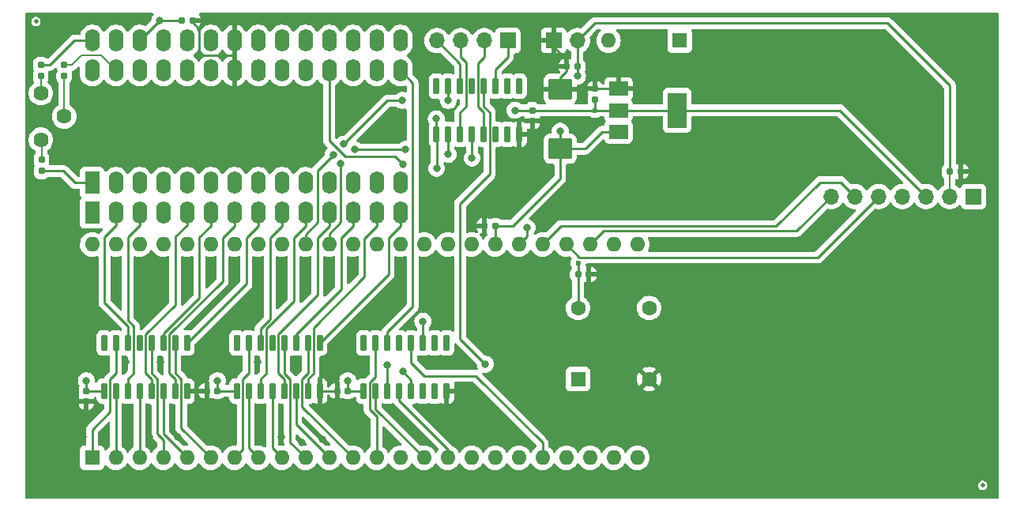
<source format=gbr>
%TF.GenerationSoftware,KiCad,Pcbnew,8.0.6*%
%TF.CreationDate,2024-12-06T22:05:36+05:00*%
%TF.ProjectId,mt-32DIT-module,6d742d33-3244-4495-942d-6d6f64756c65,rev?*%
%TF.SameCoordinates,Original*%
%TF.FileFunction,Copper,L1,Top*%
%TF.FilePolarity,Positive*%
%FSLAX46Y46*%
G04 Gerber Fmt 4.6, Leading zero omitted, Abs format (unit mm)*
G04 Created by KiCad (PCBNEW 8.0.6) date 2024-12-06 22:05:36*
%MOMM*%
%LPD*%
G01*
G04 APERTURE LIST*
G04 Aperture macros list*
%AMRoundRect*
0 Rectangle with rounded corners*
0 $1 Rounding radius*
0 $2 $3 $4 $5 $6 $7 $8 $9 X,Y pos of 4 corners*
0 Add a 4 corners polygon primitive as box body*
4,1,4,$2,$3,$4,$5,$6,$7,$8,$9,$2,$3,0*
0 Add four circle primitives for the rounded corners*
1,1,$1+$1,$2,$3*
1,1,$1+$1,$4,$5*
1,1,$1+$1,$6,$7*
1,1,$1+$1,$8,$9*
0 Add four rect primitives between the rounded corners*
20,1,$1+$1,$2,$3,$4,$5,0*
20,1,$1+$1,$4,$5,$6,$7,0*
20,1,$1+$1,$6,$7,$8,$9,0*
20,1,$1+$1,$8,$9,$2,$3,0*%
G04 Aperture macros list end*
%TA.AperFunction,SMDPad,CuDef*%
%ADD10RoundRect,0.150000X0.150000X-0.725000X0.150000X0.725000X-0.150000X0.725000X-0.150000X-0.725000X0*%
%TD*%
%TA.AperFunction,SMDPad,CuDef*%
%ADD11RoundRect,0.155000X-0.155000X0.212500X-0.155000X-0.212500X0.155000X-0.212500X0.155000X0.212500X0*%
%TD*%
%TA.AperFunction,SMDPad,CuDef*%
%ADD12RoundRect,0.155000X0.212500X0.155000X-0.212500X0.155000X-0.212500X-0.155000X0.212500X-0.155000X0*%
%TD*%
%TA.AperFunction,SMDPad,CuDef*%
%ADD13RoundRect,0.250000X1.025000X-0.875000X1.025000X0.875000X-1.025000X0.875000X-1.025000X-0.875000X0*%
%TD*%
%TA.AperFunction,SMDPad,CuDef*%
%ADD14RoundRect,0.155000X0.155000X-0.212500X0.155000X0.212500X-0.155000X0.212500X-0.155000X-0.212500X0*%
%TD*%
%TA.AperFunction,SMDPad,CuDef*%
%ADD15RoundRect,0.160000X0.160000X-0.197500X0.160000X0.197500X-0.160000X0.197500X-0.160000X-0.197500X0*%
%TD*%
%TA.AperFunction,ComponentPad*%
%ADD16R,1.700000X1.700000*%
%TD*%
%TA.AperFunction,ComponentPad*%
%ADD17O,1.700000X1.700000*%
%TD*%
%TA.AperFunction,ComponentPad*%
%ADD18R,1.600000X1.600000*%
%TD*%
%TA.AperFunction,ComponentPad*%
%ADD19O,1.600000X1.600000*%
%TD*%
%TA.AperFunction,ComponentPad*%
%ADD20R,1.600000X2.400000*%
%TD*%
%TA.AperFunction,ComponentPad*%
%ADD21O,1.600000X2.400000*%
%TD*%
%TA.AperFunction,SMDPad,CuDef*%
%ADD22RoundRect,0.155000X-0.212500X-0.155000X0.212500X-0.155000X0.212500X0.155000X-0.212500X0.155000X0*%
%TD*%
%TA.AperFunction,SMDPad,CuDef*%
%ADD23C,0.500000*%
%TD*%
%TA.AperFunction,SMDPad,CuDef*%
%ADD24R,2.000000X1.500000*%
%TD*%
%TA.AperFunction,SMDPad,CuDef*%
%ADD25R,2.000000X3.800000*%
%TD*%
%TA.AperFunction,ComponentPad*%
%ADD26C,1.600000*%
%TD*%
%TA.AperFunction,ComponentPad*%
%ADD27C,1.620000*%
%TD*%
%TA.AperFunction,ViaPad*%
%ADD28C,0.800000*%
%TD*%
%TA.AperFunction,ViaPad*%
%ADD29C,0.600000*%
%TD*%
%TA.AperFunction,Conductor*%
%ADD30C,0.250000*%
%TD*%
%TA.AperFunction,Conductor*%
%ADD31C,0.200000*%
%TD*%
G04 APERTURE END LIST*
D10*
%TO.P,U2,1,VCC*%
%TO.N,+3V3*%
X168735000Y-115115000D03*
%TO.P,U2,2*%
%TO.N,D8*%
X170005000Y-115115000D03*
%TO.P,U2,3*%
%TO.N,P8*%
X171275000Y-115115000D03*
%TO.P,U2,4*%
%TO.N,D9*%
X172545000Y-115115000D03*
%TO.P,U2,5*%
%TO.N,P9*%
X173815000Y-115115000D03*
%TO.P,U2,6*%
%TO.N,D11*%
X175085000Y-115115000D03*
%TO.P,U2,7*%
%TO.N,P11*%
X176355000Y-115115000D03*
%TO.P,U2,8,VSS*%
%TO.N,GNDREF*%
X177625000Y-115115000D03*
%TO.P,U2,9*%
%TO.N,P12*%
X177625000Y-109965000D03*
%TO.P,U2,10*%
%TO.N,D12*%
X176355000Y-109965000D03*
%TO.P,U2,11*%
%TO.N,P10*%
X175085000Y-109965000D03*
%TO.P,U2,12*%
%TO.N,D10*%
X173815000Y-109965000D03*
%TO.P,U2,13*%
%TO.N,N/C*%
X172545000Y-109965000D03*
%TO.P,U2,14*%
%TO.N,P7*%
X171275000Y-109965000D03*
%TO.P,U2,15*%
%TO.N,D7*%
X170005000Y-109965000D03*
%TO.P,U2,16*%
%TO.N,N/C*%
X168735000Y-109965000D03*
%TD*%
D11*
%TO.P,C2,1*%
%TO.N,+3V3*%
X200400000Y-85032500D03*
%TO.P,C2,2*%
%TO.N,GNDREF*%
X200400000Y-86167500D03*
%TD*%
D12*
%TO.P,C4,1*%
%TO.N,+3V3*%
X180627500Y-115110000D03*
%TO.P,C4,2*%
%TO.N,GNDREF*%
X179492500Y-115110000D03*
%TD*%
D13*
%TO.P,C9,1*%
%TO.N,+5V*%
X203400000Y-89140000D03*
%TO.P,C9,2*%
%TO.N,GNDREF*%
X203400000Y-82740000D03*
%TD*%
D14*
%TO.P,C6,1*%
%TO.N,+3V3*%
X207150000Y-83867500D03*
%TO.P,C6,2*%
%TO.N,GNDREF*%
X207150000Y-82732500D03*
%TD*%
D15*
%TO.P,R16,1*%
%TO.N,Net-(R16-Pad1)*%
X150250000Y-81372500D03*
%TO.P,R16,2*%
%TO.N,/PCM27*%
X150250000Y-80177500D03*
%TD*%
D16*
%TO.P,J1,1,Pin_1*%
%TO.N,C_INH*%
X197790000Y-77560000D03*
D17*
%TO.P,J1,2,Pin_2*%
%TO.N,C_C*%
X195250000Y-77560000D03*
%TO.P,J1,3,Pin_3*%
%TO.N,C_B*%
X192710000Y-77560000D03*
%TO.P,J1,4,Pin_4*%
%TO.N,C_A*%
X190170000Y-77560000D03*
%TD*%
D18*
%TO.P,SW1,1*%
%TO.N,/PCM26*%
X216200000Y-77560000D03*
D19*
%TO.P,SW1,2*%
%TO.N,+5V*%
X208580000Y-77560000D03*
%TD*%
D15*
%TO.P,R17,1*%
%TO.N,Net-(R17-Pad1)*%
X147740000Y-81369500D03*
%TO.P,R17,2*%
%TO.N,/PCM28*%
X147740000Y-80174500D03*
%TD*%
D20*
%TO.P,U6,1,Trim*%
%TO.N,/PCM1*%
X153250000Y-96000000D03*
D21*
%TO.P,U6,2,Bit1_(MSB)*%
%TO.N,P1*%
X155790000Y-96000000D03*
%TO.P,U6,3,Bit2*%
%TO.N,P2*%
X158330000Y-96000000D03*
%TO.P,U6,4,NC*%
%TO.N,unconnected-(U6-NC-Pad4)*%
X160870000Y-96000000D03*
%TO.P,U6,5,Bit3*%
%TO.N,P3*%
X163410000Y-96000000D03*
%TO.P,U6,6,Bit4*%
%TO.N,P4*%
X165950000Y-96000000D03*
%TO.P,U6,7,Bit5*%
%TO.N,P5*%
X168490000Y-96000000D03*
%TO.P,U6,8,Bit6*%
%TO.N,P6*%
X171030000Y-96000000D03*
%TO.P,U6,9,Bit7*%
%TO.N,P7*%
X173570000Y-96000000D03*
%TO.P,U6,10,Bit8*%
%TO.N,P8*%
X176110000Y-96000000D03*
%TO.P,U6,11,Bit9*%
%TO.N,P9*%
X178650000Y-96000000D03*
%TO.P,U6,12,Bit10*%
%TO.N,P10*%
X181190000Y-96000000D03*
%TO.P,U6,13,Bit11*%
%TO.N,P11*%
X183730000Y-96000000D03*
%TO.P,U6,14,Bit12*%
%TO.N,P12*%
X186270000Y-96000000D03*
%TO.P,U6,15,Bit13*%
%TO.N,P13*%
X186270000Y-80760000D03*
%TO.P,U6,16,Bit14*%
%TO.N,P14*%
X183730000Y-80760000D03*
%TO.P,U6,17,Bit15*%
%TO.N,P15*%
X181190000Y-80760000D03*
%TO.P,U6,18,Bit16_(LSB)*%
%TO.N,P16*%
X178650000Y-80760000D03*
%TO.P,U6,19,Vout*%
%TO.N,/PCM19*%
X176110000Y-80760000D03*
%TO.P,U6,20,Rfb*%
%TO.N,/PCM20*%
X173570000Y-80760000D03*
%TO.P,U6,21,SJ*%
%TO.N,/PCM21*%
X171030000Y-80760000D03*
%TO.P,U6,22,Common*%
%TO.N,GNDREF*%
X168490000Y-80760000D03*
%TO.P,U6,23,Iout*%
%TO.N,/PCM23*%
X165950000Y-80760000D03*
%TO.P,U6,24,NC*%
%TO.N,unconnected-(U6-NC-Pad24)*%
X163410000Y-80760000D03*
%TO.P,U6,25,Ibpo*%
%TO.N,/PCM25*%
X160870000Y-80760000D03*
%TO.P,U6,26,+Vcc*%
%TO.N,/PCM26*%
X158330000Y-80760000D03*
%TO.P,U6,27,MSB_adjust*%
%TO.N,/PCM27*%
X155790000Y-80760000D03*
%TO.P,U6,28,-Vcc*%
%TO.N,/PCM28*%
X153250000Y-80760000D03*
%TD*%
D20*
%TO.P,U10,1,Trim*%
%TO.N,/PCM1*%
X153250000Y-92800000D03*
D21*
%TO.P,U10,2,Bit1_(MSB)*%
%TO.N,P1*%
X155790000Y-92800000D03*
%TO.P,U10,3,Bit2*%
%TO.N,P2*%
X158330000Y-92800000D03*
%TO.P,U10,4,NC*%
%TO.N,unconnected-(U10-NC-Pad4)*%
X160870000Y-92800000D03*
%TO.P,U10,5,Bit3*%
%TO.N,P3*%
X163410000Y-92800000D03*
%TO.P,U10,6,Bit4*%
%TO.N,P4*%
X165950000Y-92800000D03*
%TO.P,U10,7,Bit5*%
%TO.N,P5*%
X168490000Y-92800000D03*
%TO.P,U10,8,Bit6*%
%TO.N,P6*%
X171030000Y-92800000D03*
%TO.P,U10,9,Bit7*%
%TO.N,P7*%
X173570000Y-92800000D03*
%TO.P,U10,10,Bit8*%
%TO.N,P8*%
X176110000Y-92800000D03*
%TO.P,U10,11,Bit9*%
%TO.N,P9*%
X178650000Y-92800000D03*
%TO.P,U10,12,Bit10*%
%TO.N,P10*%
X181190000Y-92800000D03*
%TO.P,U10,13,Bit11*%
%TO.N,P11*%
X183730000Y-92800000D03*
%TO.P,U10,14,Bit12*%
%TO.N,P12*%
X186270000Y-92800000D03*
%TO.P,U10,15,Bit13*%
%TO.N,P13*%
X186270000Y-77560000D03*
%TO.P,U10,16,Bit14*%
%TO.N,P14*%
X183730000Y-77560000D03*
%TO.P,U10,17,Bit15*%
%TO.N,P15*%
X181190000Y-77560000D03*
%TO.P,U10,18,Bit16_(LSB)*%
%TO.N,P16*%
X178650000Y-77560000D03*
%TO.P,U10,19,Vout*%
%TO.N,/PCM19*%
X176110000Y-77560000D03*
%TO.P,U10,20,Rfb*%
%TO.N,/PCM20*%
X173570000Y-77560000D03*
%TO.P,U10,21,SJ*%
%TO.N,/PCM21*%
X171030000Y-77560000D03*
%TO.P,U10,22,Common*%
%TO.N,GNDREF*%
X168490000Y-77560000D03*
%TO.P,U10,23,Iout*%
%TO.N,/PCM23*%
X165950000Y-77560000D03*
%TO.P,U10,24,NC*%
%TO.N,unconnected-(U10-NC-Pad24)*%
X163410000Y-77560000D03*
%TO.P,U10,25,Ibpo*%
%TO.N,/PCM25*%
X160870000Y-77560000D03*
%TO.P,U10,26,+Vcc*%
%TO.N,/PCM26*%
X158330000Y-77560000D03*
%TO.P,U10,27,MSB_adjust*%
%TO.N,/PCM27*%
X155790000Y-77560000D03*
%TO.P,U10,28,-Vcc*%
%TO.N,/PCM28*%
X153250000Y-77560000D03*
%TD*%
D12*
%TO.P,C14,1*%
%TO.N,GNDREF*%
X206447500Y-102610000D03*
%TO.P,C14,2*%
%TO.N,+3V3*%
X205312500Y-102610000D03*
%TD*%
D22*
%TO.P,C1,1*%
%TO.N,GNDREF*%
X195292500Y-97420000D03*
%TO.P,C1,2*%
%TO.N,+5V*%
X196427500Y-97420000D03*
%TD*%
D10*
%TO.P,U5,1,VCC*%
%TO.N,+3V3*%
X182345000Y-115115000D03*
%TO.P,U5,2*%
%TO.N,D14*%
X183615000Y-115115000D03*
%TO.P,U5,3*%
%TO.N,P14*%
X184885000Y-115115000D03*
%TO.P,U5,4*%
%TO.N,D15*%
X186155000Y-115115000D03*
%TO.P,U5,5*%
%TO.N,P15*%
X187425000Y-115115000D03*
%TO.P,U5,6*%
%TO.N,unconnected-(U5-Pad6)*%
X188695000Y-115115000D03*
%TO.P,U5,7*%
%TO.N,unconnected-(U5-Pad7)*%
X189965000Y-115115000D03*
%TO.P,U5,8,VSS*%
%TO.N,GNDREF*%
X191235000Y-115115000D03*
%TO.P,U5,9*%
%TO.N,unconnected-(U5-Pad9)*%
X191235000Y-109965000D03*
%TO.P,U5,10*%
%TO.N,unconnected-(U5-Pad10)*%
X189965000Y-109965000D03*
%TO.P,U5,11*%
%TO.N,P16*%
X188695000Y-109965000D03*
%TO.P,U5,12*%
%TO.N,D16*%
X187425000Y-109965000D03*
%TO.P,U5,13*%
%TO.N,N/C*%
X186155000Y-109965000D03*
%TO.P,U5,14*%
%TO.N,P13*%
X184885000Y-109965000D03*
%TO.P,U5,15*%
%TO.N,D13*%
X183615000Y-109965000D03*
%TO.P,U5,16*%
%TO.N,N/C*%
X182345000Y-109965000D03*
%TD*%
%TO.P,U3,1,VCC*%
%TO.N,+3V3*%
X190135000Y-87595000D03*
%TO.P,U3,2*%
%TO.N,CLK_B*%
X191405000Y-87595000D03*
%TO.P,U3,3*%
%TO.N,C_B*%
X192675000Y-87595000D03*
%TO.P,U3,4*%
%TO.N,CLK_C*%
X193945000Y-87595000D03*
%TO.P,U3,5*%
%TO.N,C_C*%
X195215000Y-87595000D03*
%TO.P,U3,6*%
%TO.N,unconnected-(U3-Pad6)*%
X196485000Y-87595000D03*
%TO.P,U3,7*%
%TO.N,unconnected-(U3-Pad7)*%
X197755000Y-87595000D03*
%TO.P,U3,8,VSS*%
%TO.N,GNDREF*%
X199025000Y-87595000D03*
%TO.P,U3,9*%
%TO.N,unconnected-(U3-Pad9)*%
X199025000Y-82445000D03*
%TO.P,U3,10*%
%TO.N,unconnected-(U3-Pad10)*%
X197755000Y-82445000D03*
%TO.P,U3,11*%
%TO.N,C_INH*%
X196485000Y-82445000D03*
%TO.P,U3,12*%
%TO.N,CLK_INH*%
X195215000Y-82445000D03*
%TO.P,U3,13*%
%TO.N,N/C*%
X193945000Y-82445000D03*
%TO.P,U3,14*%
%TO.N,C_A*%
X192675000Y-82445000D03*
%TO.P,U3,15*%
%TO.N,CLK_A*%
X191405000Y-82445000D03*
%TO.P,U3,16*%
%TO.N,N/C*%
X190135000Y-82445000D03*
%TD*%
D22*
%TO.P,C7,1*%
%TO.N,/PCM26*%
X162872500Y-75410000D03*
%TO.P,C7,2*%
%TO.N,GNDREF*%
X164007500Y-75410000D03*
%TD*%
D23*
%TO.P,FID1,*%
%TO.N,*%
X147225000Y-75500000D03*
%TD*%
D10*
%TO.P,U1,1,VCC*%
%TO.N,+3V3*%
X154525000Y-115115000D03*
%TO.P,U1,2*%
%TO.N,D2*%
X155795000Y-115115000D03*
%TO.P,U1,3*%
%TO.N,P2*%
X157065000Y-115115000D03*
%TO.P,U1,4*%
%TO.N,D3*%
X158335000Y-115115000D03*
%TO.P,U1,5*%
%TO.N,P3*%
X159605000Y-115115000D03*
%TO.P,U1,6*%
%TO.N,D5*%
X160875000Y-115115000D03*
%TO.P,U1,7*%
%TO.N,P5*%
X162145000Y-115115000D03*
%TO.P,U1,8,VSS*%
%TO.N,GNDREF*%
X163415000Y-115115000D03*
%TO.P,U1,9*%
%TO.N,P6*%
X163415000Y-109965000D03*
%TO.P,U1,10*%
%TO.N,D6*%
X162145000Y-109965000D03*
%TO.P,U1,11*%
%TO.N,P4*%
X160875000Y-109965000D03*
%TO.P,U1,12*%
%TO.N,D4*%
X159605000Y-109965000D03*
%TO.P,U1,13*%
%TO.N,N/C*%
X158335000Y-109965000D03*
%TO.P,U1,14*%
%TO.N,P1*%
X157065000Y-109965000D03*
%TO.P,U1,15*%
%TO.N,D1*%
X155795000Y-109965000D03*
%TO.P,U1,16*%
%TO.N,N/C*%
X154525000Y-109965000D03*
%TD*%
D24*
%TO.P,U7,1,GND*%
%TO.N,GNDREF*%
X209640000Y-82730000D03*
%TO.P,U7,2,VO*%
%TO.N,+3V3*%
X209640000Y-85030000D03*
D25*
X215940000Y-85030000D03*
D24*
%TO.P,U7,3,VI*%
%TO.N,+5V*%
X209640000Y-87330000D03*
%TD*%
D18*
%TO.P,X1,1,OE*%
%TO.N,unconnected-(X1-OE-Pad1)*%
X205310000Y-113830000D03*
D26*
%TO.P,X1,4,GND*%
%TO.N,GNDREF*%
X212930000Y-113830000D03*
%TO.P,X1,5,OUT*%
%TO.N,MCLK*%
X212930000Y-106210000D03*
%TO.P,X1,8,Vcc*%
%TO.N,+3V3*%
X205310000Y-106210000D03*
%TD*%
D12*
%TO.P,C3,1*%
%TO.N,+3V3*%
X166667500Y-115110000D03*
%TO.P,C3,2*%
%TO.N,GNDREF*%
X165532500Y-115110000D03*
%TD*%
D18*
%TO.P,U4,1,B38*%
%TO.N,D1*%
X153250000Y-122250000D03*
D19*
%TO.P,U4,2,B37*%
%TO.N,D2*%
X155790000Y-122250000D03*
%TO.P,U4,3,B36/GCLK4*%
%TO.N,D3*%
X158330000Y-122250000D03*
%TO.P,U4,4,B39*%
%TO.N,D4*%
X160870000Y-122250000D03*
%TO.P,U4,5,B25*%
%TO.N,D5*%
X163410000Y-122250000D03*
%TO.P,U4,6,B26*%
%TO.N,D6*%
X165950000Y-122250000D03*
%TO.P,U4,7,B27*%
%TO.N,D7*%
X168490000Y-122250000D03*
%TO.P,U4,8,B28*%
%TO.N,D8*%
X171030000Y-122250000D03*
%TO.P,U4,9,B29*%
%TO.N,D9*%
X173570000Y-122250000D03*
%TO.P,U4,10,B30*%
%TO.N,D10*%
X176110000Y-122250000D03*
%TO.P,U4,11,B33*%
%TO.N,D11*%
X178650000Y-122250000D03*
%TO.P,U4,12,B34*%
%TO.N,D12*%
X181190000Y-122250000D03*
%TO.P,U4,13,B40*%
%TO.N,D13*%
X183730000Y-122250000D03*
%TO.P,U4,14,B35/GCLKT4*%
%TO.N,unconnected-(U4-B35{slash}GCLKT4-Pad14)*%
X186270000Y-122250000D03*
%TO.P,U4,15,B41*%
%TO.N,D14*%
X188810000Y-122250000D03*
%TO.P,U4,16,B42*%
%TO.N,D15*%
X191350000Y-122250000D03*
%TO.P,U4,17,R51/GKLC3*%
%TO.N,MCLK*%
X193890000Y-122250000D03*
%TO.P,U4,18,R53*%
%TO.N,CLK_INH*%
X196430000Y-122250000D03*
%TO.P,U4,19,R54*%
%TO.N,DTR*%
X198970000Y-122250000D03*
%TO.P,U4,20,R55*%
%TO.N,D16*%
X201510000Y-122250000D03*
%TO.P,U4,21,R56*%
%TO.N,unconnected-(U4-R56-Pad21)*%
X204050000Y-122250000D03*
%TO.P,U4,22,R57*%
%TO.N,unconnected-(U4-R57-Pad22)*%
X206590000Y-122250000D03*
%TO.P,U4,23,T68*%
%TO.N,unconnected-(U4-T68-Pad23)*%
X209130000Y-122250000D03*
%TO.P,U4,24,T69*%
%TO.N,unconnected-(U4-T69-Pad24)*%
X211670000Y-122250000D03*
%TO.P,U4,25,3.3V*%
%TO.N,unconnected-(U4-3.3V-Pad25)*%
X211670000Y-99390000D03*
%TO.P,U4,26,GND*%
%TO.N,GNDREF*%
X209130000Y-99390000D03*
%TO.P,U4,27,B32*%
%TO.N,SDATA*%
X206590000Y-99390000D03*
%TO.P,U4,28,B31*%
%TO.N,WCLK*%
X204050000Y-99390000D03*
%TO.P,U4,29,R49*%
%TO.N,BCK*%
X201510000Y-99390000D03*
%TO.P,U4,30,R48*%
%TO.N,CLK_C*%
X198970000Y-99390000D03*
%TO.P,U4,31,5V*%
%TO.N,+5V*%
X196430000Y-99390000D03*
%TO.P,U4,32,T70*%
%TO.N,unconnected-(U4-T70-Pad32)*%
X193890000Y-99390000D03*
%TO.P,U4,33,T71*%
%TO.N,unconnected-(U4-T71-Pad33)*%
X191350000Y-99390000D03*
%TO.P,U4,34,T72*%
%TO.N,unconnected-(U4-T72-Pad34)*%
X188810000Y-99390000D03*
%TO.P,U4,35,T73*%
%TO.N,unconnected-(U4-T73-Pad35)*%
X186270000Y-99390000D03*
%TO.P,U4,36,T74*%
%TO.N,unconnected-(U4-T74-Pad36)*%
X183730000Y-99390000D03*
%TO.P,U4,37,T75*%
%TO.N,unconnected-(U4-T75-Pad37)*%
X181190000Y-99390000D03*
%TO.P,U4,38,T76*%
%TO.N,CLK_B*%
X178650000Y-99390000D03*
%TO.P,U4,39,T77*%
%TO.N,CLK_A*%
X176110000Y-99390000D03*
%TO.P,U4,40,T79*%
%TO.N,unconnected-(U4-T79-Pad40)*%
X173570000Y-99390000D03*
%TO.P,U4,41,T80*%
%TO.N,unconnected-(U4-T80-Pad41)*%
X171030000Y-99390000D03*
%TO.P,U4,42,T81*%
%TO.N,unconnected-(U4-T81-Pad42)*%
X168490000Y-99390000D03*
%TO.P,U4,43,T82*%
%TO.N,unconnected-(U4-T82-Pad43)*%
X165950000Y-99390000D03*
%TO.P,U4,44,T83*%
%TO.N,TEST_INH*%
X163410000Y-99390000D03*
%TO.P,U4,45,T84*%
%TO.N,TEST_C*%
X160870000Y-99390000D03*
%TO.P,U4,46,T85*%
%TO.N,TEST_B*%
X158330000Y-99390000D03*
%TO.P,U4,47,T86*%
%TO.N,TEST_A*%
X155790000Y-99390000D03*
%TO.P,U4,48,R63*%
%TO.N,TEST_BCK*%
X153250000Y-99390000D03*
%TD*%
D27*
%TO.P,RV1,1,1*%
%TO.N,Net-(R17-Pad1)*%
X147750000Y-83172500D03*
%TO.P,RV1,2,2*%
%TO.N,Net-(R16-Pad1)*%
X150250000Y-85672500D03*
%TO.P,RV1,3,3*%
%TO.N,Net-(R13-Pad2)*%
X147750000Y-88172500D03*
%TD*%
D16*
%TO.P,J2,1,Pin_1*%
%TO.N,GNDREF*%
X202705000Y-77560000D03*
D17*
%TO.P,J2,2,Pin_2*%
%TO.N,+5V*%
X205245000Y-77560000D03*
%TD*%
D12*
%TO.P,C8,1*%
%TO.N,GNDREF*%
X246287500Y-91590000D03*
%TO.P,C8,2*%
%TO.N,+5V*%
X245152500Y-91590000D03*
%TD*%
D15*
%TO.P,R13,1*%
%TO.N,/PCM1*%
X147828000Y-91529500D03*
%TO.P,R13,2*%
%TO.N,Net-(R13-Pad2)*%
X147828000Y-90334500D03*
%TD*%
D11*
%TO.P,C5,1*%
%TO.N,+3V3*%
X152630000Y-115112500D03*
%TO.P,C5,2*%
%TO.N,GNDREF*%
X152630000Y-116247500D03*
%TD*%
D12*
%TO.P,C10,1*%
%TO.N,+5V*%
X205247500Y-80350000D03*
%TO.P,C10,2*%
%TO.N,GNDREF*%
X204112500Y-80350000D03*
%TD*%
D16*
%TO.P,J3,1,Pin_1*%
%TO.N,GND*%
X247685000Y-94260000D03*
D17*
%TO.P,J3,2,Pin_2*%
%TO.N,+5V*%
X245145000Y-94260000D03*
%TO.P,J3,3,Pin_3*%
%TO.N,+3V3*%
X242605000Y-94260000D03*
%TO.P,J3,4,Pin_4*%
%TO.N,MCLK*%
X240065000Y-94260000D03*
%TO.P,J3,5,Pin_5*%
%TO.N,WCLK*%
X237525000Y-94260000D03*
%TO.P,J3,6,Pin_6*%
%TO.N,BCK*%
X234985000Y-94260000D03*
%TO.P,J3,7,Pin_7*%
%TO.N,SDATA*%
X232445000Y-94260000D03*
%TD*%
D23*
%TO.P,FID2,*%
%TO.N,*%
X248660000Y-125220000D03*
%TD*%
D28*
%TO.N,GNDREF*%
X159400000Y-120000000D03*
X166200000Y-120000000D03*
X218850000Y-77400000D03*
X173520000Y-120000000D03*
X158330000Y-83400000D03*
X152800000Y-102000000D03*
X178700000Y-102000000D03*
X155850000Y-102000000D03*
X180400000Y-83980000D03*
X193450000Y-120000000D03*
D29*
X215370000Y-99375000D03*
D28*
X168550000Y-102000000D03*
X181100000Y-102000000D03*
X188340000Y-120000000D03*
X175050000Y-112000000D03*
X191660000Y-102000000D03*
D29*
X241530000Y-80210000D03*
D28*
X152300000Y-120000000D03*
X156800000Y-112000000D03*
D29*
X231040000Y-98370000D03*
D28*
X154550000Y-112000000D03*
X191660000Y-107690000D03*
X176150000Y-102000000D03*
X210700000Y-79100000D03*
X186500000Y-86900000D03*
X162380000Y-120000000D03*
D29*
X194280000Y-101970000D03*
D28*
X199170000Y-125170000D03*
X160600000Y-112000000D03*
X181340000Y-120000000D03*
D29*
X202920000Y-95600000D03*
D28*
X159600000Y-102000000D03*
X157090000Y-120000000D03*
X154580000Y-120000000D03*
D29*
X235150000Y-81750000D03*
D28*
X191660000Y-112000000D03*
X173550000Y-102000000D03*
X166000000Y-102000000D03*
X170950000Y-112000000D03*
X166500000Y-112000000D03*
X171050000Y-102000000D03*
X177950000Y-120270000D03*
X163350000Y-102000000D03*
X175720000Y-120660000D03*
X186060000Y-102000000D03*
X183750000Y-106700000D03*
X171120000Y-120000000D03*
D29*
X243650000Y-91770000D03*
D28*
X200250000Y-77600000D03*
X184830000Y-120000000D03*
X149130000Y-125340000D03*
%TO.N,+5V*%
X205250000Y-81360000D03*
X203400000Y-87280000D03*
%TO.N,CLK_INH*%
X195375000Y-112225000D03*
%TO.N,CLK_C*%
X199850000Y-97600000D03*
X193950000Y-90150000D03*
%TO.N,CLK_B*%
X186845500Y-89210000D03*
X179890000Y-90710000D03*
X191390000Y-89740000D03*
X181355000Y-89245000D03*
%TO.N,CLK_A*%
X180230000Y-88640000D03*
X186460000Y-83980000D03*
X191410000Y-83980000D03*
X179100000Y-89770000D03*
%TO.N,P14*%
X184885000Y-112335000D03*
%TO.N,P15*%
X186510000Y-113030000D03*
%TO.N,P16*%
X186550000Y-90840000D03*
X188690000Y-107630000D03*
%TO.N,+3V3*%
X166670000Y-114000000D03*
D29*
X205320000Y-101420000D03*
D28*
X152630000Y-114000000D03*
D29*
X207150000Y-85050000D03*
D28*
X190150000Y-91250000D03*
X180630000Y-114000000D03*
X198550000Y-85030000D03*
X190130000Y-85950000D03*
%TO.N,/PCM26*%
X160480000Y-75410000D03*
%TD*%
D30*
%TO.N,GNDREF*%
X164700000Y-76300000D02*
X164700000Y-78700000D01*
X164007500Y-75607500D02*
X164700000Y-76300000D01*
X202705000Y-77560000D02*
X202705000Y-78255000D01*
X179487500Y-115115000D02*
X179492500Y-115110000D01*
X209637500Y-82732500D02*
X209640000Y-82730000D01*
X177625000Y-115115000D02*
X179487500Y-115115000D01*
X202705000Y-78255000D02*
X204125000Y-79675000D01*
X204125000Y-80337500D02*
X204112500Y-80350000D01*
X163345000Y-115115000D02*
X165527500Y-115115000D01*
X204112500Y-80812500D02*
X203400000Y-81525000D01*
X164007500Y-75410000D02*
X164007500Y-75607500D01*
X164700000Y-78700000D02*
X165175000Y-79175000D01*
X203400000Y-82740000D02*
X207142500Y-82740000D01*
X203400000Y-81525000D02*
X203400000Y-82740000D01*
X204125000Y-79675000D02*
X204125000Y-80337500D01*
X165175000Y-79175000D02*
X168375000Y-79175000D01*
X207150000Y-82732500D02*
X209637500Y-82732500D01*
X165527500Y-115115000D02*
X165532500Y-115110000D01*
X204112500Y-80350000D02*
X204112500Y-80812500D01*
X168490000Y-79060000D02*
X168490000Y-77560000D01*
X207142500Y-82740000D02*
X207150000Y-82732500D01*
X168375000Y-79175000D02*
X168490000Y-79060000D01*
%TO.N,+5V*%
X206369511Y-76435489D02*
X206369511Y-76430489D01*
X207895000Y-87330000D02*
X209640000Y-87330000D01*
X205247500Y-81357500D02*
X205250000Y-81360000D01*
X198300000Y-97420000D02*
X203400000Y-92320000D01*
X238480000Y-75700000D02*
X245152500Y-82372500D01*
D31*
X245152500Y-91590000D02*
X245145000Y-91597500D01*
D30*
X206085000Y-89140000D02*
X207895000Y-87330000D01*
X207100000Y-75700000D02*
X238480000Y-75700000D01*
D31*
X245145000Y-91597500D02*
X245145000Y-94260000D01*
D30*
X196427500Y-97420000D02*
X196427500Y-99387500D01*
X206369511Y-76430489D02*
X207100000Y-75700000D01*
X205245000Y-77560000D02*
X205245000Y-80347500D01*
X196427500Y-99387500D02*
X196430000Y-99390000D01*
X205247500Y-80350000D02*
X205247500Y-81357500D01*
X245152500Y-82372500D02*
X245152500Y-91590000D01*
X205245000Y-80347500D02*
X205247500Y-80350000D01*
X203400000Y-87280000D02*
X203400000Y-89140000D01*
X196427500Y-97420000D02*
X198300000Y-97420000D01*
X203400000Y-92320000D02*
X203400000Y-89140000D01*
X205245000Y-77560000D02*
X206369511Y-76435489D01*
X203400000Y-89140000D02*
X206085000Y-89140000D01*
%TO.N,D1*%
X155170000Y-113820000D02*
X155170000Y-117310000D01*
X153250000Y-119230000D02*
X153250000Y-122250000D01*
X155795000Y-113195000D02*
X155170000Y-113820000D01*
X155170000Y-117310000D02*
X153250000Y-119230000D01*
X155795000Y-109965000D02*
X155795000Y-113195000D01*
%TO.N,D2*%
X155795000Y-115115000D02*
X155790000Y-115120000D01*
X155790000Y-115120000D02*
X155790000Y-122250000D01*
%TO.N,D3*%
X158330000Y-115120000D02*
X158330000Y-122250000D01*
X158335000Y-115115000D02*
X158330000Y-115120000D01*
%TO.N,D4*%
X159610000Y-109970000D02*
X159610000Y-113200000D01*
X160230000Y-113820000D02*
X160230000Y-119720000D01*
X160870000Y-120360000D02*
X160870000Y-122250000D01*
X159605000Y-109965000D02*
X159610000Y-109970000D01*
X159610000Y-113200000D02*
X160230000Y-113820000D01*
X160230000Y-119720000D02*
X160870000Y-120360000D01*
%TO.N,D5*%
X160875000Y-119715000D02*
X163410000Y-122250000D01*
X160875000Y-115115000D02*
X160875000Y-119715000D01*
%TO.N,D6*%
X162145000Y-109965000D02*
X162145000Y-113175000D01*
X162145000Y-113175000D02*
X162790000Y-113820000D01*
X162790000Y-119090000D02*
X165950000Y-122250000D01*
X162790000Y-113820000D02*
X162790000Y-119090000D01*
%TO.N,D7*%
X170005000Y-109965000D02*
X170000000Y-109970000D01*
X170000000Y-113200000D02*
X169380000Y-113820000D01*
X169380000Y-113820000D02*
X169380000Y-121360000D01*
X169380000Y-121360000D02*
X168490000Y-122250000D01*
X170000000Y-109970000D02*
X170000000Y-113200000D01*
%TO.N,D8*%
X170005000Y-115115000D02*
X170005000Y-121225000D01*
X170005000Y-121225000D02*
X171030000Y-122250000D01*
%TO.N,D9*%
X172545000Y-121225000D02*
X173570000Y-122250000D01*
X172545000Y-115115000D02*
X172545000Y-121225000D01*
%TO.N,D10*%
X173840000Y-109990000D02*
X173840000Y-113220000D01*
X174440000Y-120580000D02*
X176110000Y-122250000D01*
X174440000Y-113820000D02*
X174440000Y-120580000D01*
X173815000Y-109965000D02*
X173840000Y-109990000D01*
X173840000Y-113220000D02*
X174440000Y-113820000D01*
%TO.N,D11*%
X175085000Y-118685000D02*
X178650000Y-122250000D01*
X175085000Y-115115000D02*
X175085000Y-118685000D01*
%TO.N,D12*%
X175730000Y-113820000D02*
X175730000Y-116790000D01*
X176350000Y-109970000D02*
X176350000Y-113200000D01*
X176355000Y-109965000D02*
X176350000Y-109970000D01*
X176350000Y-113200000D02*
X175730000Y-113820000D01*
X175730000Y-116790000D02*
X181190000Y-122250000D01*
%TO.N,D13*%
X183610000Y-109970000D02*
X183615000Y-109965000D01*
X183610000Y-113573249D02*
X183610000Y-109970000D01*
X182990000Y-117080000D02*
X182990000Y-114193249D01*
X182990000Y-114193249D02*
X183610000Y-113573249D01*
X183730000Y-122250000D02*
X183730000Y-117820000D01*
X183730000Y-117820000D02*
X182990000Y-117080000D01*
%TO.N,CLK_INH*%
X192650000Y-95050000D02*
X195840000Y-91860000D01*
X195200000Y-82460000D02*
X195215000Y-82445000D01*
X195200000Y-84613604D02*
X195200000Y-82460000D01*
X195840000Y-85253604D02*
X195200000Y-84613604D01*
X195840000Y-91860000D02*
X195840000Y-85253604D01*
X195375000Y-112225000D02*
X192650000Y-109500000D01*
X192650000Y-109500000D02*
X192650000Y-95050000D01*
%TO.N,D14*%
X188810000Y-122250000D02*
X183615000Y-117055000D01*
X183615000Y-117055000D02*
X183615000Y-115115000D01*
%TO.N,D15*%
X191350000Y-121360000D02*
X186155000Y-116165000D01*
X186155000Y-116165000D02*
X186155000Y-115115000D01*
X191350000Y-122250000D02*
X191350000Y-121360000D01*
%TO.N,SDATA*%
X228755000Y-97950000D02*
X232445000Y-94260000D01*
X208030000Y-97950000D02*
X206590000Y-99390000D01*
X208030000Y-97950000D02*
X228755000Y-97950000D01*
%TO.N,CLK_C*%
X193950000Y-87600000D02*
X193945000Y-87595000D01*
X193950000Y-90150000D02*
X193950000Y-87600000D01*
X199850000Y-98510000D02*
X198970000Y-99390000D01*
X199850000Y-97600000D02*
X199850000Y-98510000D01*
%TO.N,CLK_B*%
X191410000Y-89720000D02*
X191410000Y-87600000D01*
X178650000Y-98258630D02*
X179890000Y-97018630D01*
X186845500Y-89210000D02*
X186815500Y-89240000D01*
X181360000Y-89240000D02*
X181355000Y-89245000D01*
X186815500Y-89240000D02*
X181360000Y-89240000D01*
X178650000Y-99390000D02*
X178650000Y-98258630D01*
X191390000Y-89740000D02*
X191410000Y-89720000D01*
X179890000Y-97018630D02*
X179890000Y-90710000D01*
X191410000Y-87600000D02*
X191405000Y-87595000D01*
%TO.N,CLK_A*%
X184890000Y-83980000D02*
X186460000Y-83980000D01*
X176110000Y-98330000D02*
X176110000Y-99390000D01*
X191410000Y-82450000D02*
X191405000Y-82445000D01*
X177400000Y-91470000D02*
X177400000Y-97040000D01*
X177400000Y-97040000D02*
X176110000Y-98330000D01*
X191410000Y-83980000D02*
X191410000Y-82450000D01*
X179100000Y-89770000D02*
X177400000Y-91470000D01*
X180230000Y-88640000D02*
X184890000Y-83980000D01*
%TO.N,P1*%
X155790000Y-96000000D02*
X155790000Y-97340000D01*
X154550000Y-105640000D02*
X157065000Y-108155000D01*
X157065000Y-108155000D02*
X157065000Y-109965000D01*
X154550000Y-98580000D02*
X154550000Y-105640000D01*
X155790000Y-97340000D02*
X154550000Y-98580000D01*
%TO.N,P2*%
X157065000Y-113815000D02*
X157065000Y-115115000D01*
X157080000Y-107533604D02*
X157690000Y-108143604D01*
X157080000Y-98590000D02*
X157080000Y-107533604D01*
X158330000Y-96000000D02*
X158330000Y-97340000D01*
X157690000Y-108143604D02*
X157690000Y-113190000D01*
X157690000Y-113190000D02*
X157065000Y-113815000D01*
X158330000Y-97340000D02*
X157080000Y-98590000D01*
%TO.N,P3*%
X158960000Y-113186396D02*
X159605000Y-113831396D01*
X162160000Y-98560000D02*
X162160000Y-105863249D01*
X162160000Y-105863249D02*
X158960000Y-109063249D01*
X163410000Y-96000000D02*
X163410000Y-97310000D01*
X163410000Y-97310000D02*
X162160000Y-98560000D01*
X159605000Y-113831396D02*
X159605000Y-115115000D01*
X158960000Y-109063249D02*
X158960000Y-113186396D01*
%TO.N,P4*%
X164710000Y-98650000D02*
X164710000Y-105130000D01*
X164710000Y-105130000D02*
X160875000Y-108965000D01*
X165950000Y-96000000D02*
X165950000Y-97410000D01*
X165950000Y-97410000D02*
X164710000Y-98650000D01*
X160875000Y-108965000D02*
X160875000Y-109965000D01*
%TO.N,P5*%
X162145000Y-113815000D02*
X162145000Y-115115000D01*
X167240000Y-103320000D02*
X161500000Y-109060000D01*
X168490000Y-97450000D02*
X167240000Y-98700000D01*
X161500000Y-113170000D02*
X162145000Y-113815000D01*
X168490000Y-96000000D02*
X168490000Y-97450000D01*
X167240000Y-98700000D02*
X167240000Y-103320000D01*
X161500000Y-109060000D02*
X161500000Y-113170000D01*
%TO.N,P6*%
X171030000Y-96000000D02*
X171030000Y-97460000D01*
X171030000Y-97460000D02*
X169780000Y-98710000D01*
X169780000Y-98710000D02*
X169780000Y-103600000D01*
X169780000Y-103600000D02*
X163415000Y-109965000D01*
%TO.N,P7*%
X172320000Y-98690000D02*
X172320000Y-107400000D01*
X173570000Y-96000000D02*
X173570000Y-97440000D01*
X173570000Y-97440000D02*
X172320000Y-98690000D01*
X172320000Y-107400000D02*
X171275000Y-108445000D01*
X171275000Y-108445000D02*
X171275000Y-109965000D01*
%TO.N,P8*%
X174860000Y-105496396D02*
X171900000Y-108456396D01*
X171275000Y-113815000D02*
X171275000Y-115115000D01*
X176110000Y-97440000D02*
X174860000Y-98690000D01*
X171900000Y-113190000D02*
X171275000Y-113815000D01*
X171900000Y-108456396D02*
X171900000Y-113190000D01*
X176110000Y-96000000D02*
X176110000Y-97440000D01*
X174860000Y-98690000D02*
X174860000Y-105496396D01*
%TO.N,P9*%
X173190000Y-109030000D02*
X173190000Y-113206396D01*
X178650000Y-96000000D02*
X178650000Y-97440000D01*
X173815000Y-113831396D02*
X173815000Y-115115000D01*
X173190000Y-113206396D02*
X173815000Y-113831396D01*
X177400000Y-98690000D02*
X177400000Y-104820000D01*
X178650000Y-97440000D02*
X177400000Y-98690000D01*
X177400000Y-104820000D02*
X173190000Y-109030000D01*
%TO.N,P10*%
X179940000Y-104160000D02*
X175085000Y-109015000D01*
X181190000Y-97440000D02*
X179940000Y-98690000D01*
X175085000Y-109015000D02*
X175085000Y-109965000D01*
X179940000Y-98690000D02*
X179940000Y-104160000D01*
X181190000Y-96000000D02*
X181190000Y-97440000D01*
%TO.N,P11*%
X176355000Y-113831396D02*
X176355000Y-115115000D01*
X183730000Y-97450000D02*
X182440000Y-98740000D01*
X182440000Y-98740000D02*
X182440000Y-102850000D01*
X182440000Y-102850000D02*
X176980000Y-108310000D01*
X176980000Y-108310000D02*
X176980000Y-113206396D01*
X176980000Y-113206396D02*
X176355000Y-113831396D01*
X183730000Y-96000000D02*
X183730000Y-97450000D01*
%TO.N,P12*%
X186270000Y-97440000D02*
X185020000Y-98690000D01*
X185020000Y-98690000D02*
X185020000Y-102570000D01*
X185020000Y-102570000D02*
X177625000Y-109965000D01*
X186270000Y-96000000D02*
X186270000Y-97440000D01*
%TO.N,P13*%
X187570000Y-82060000D02*
X187570000Y-106080000D01*
X186270000Y-80760000D02*
X187570000Y-82060000D01*
X184885000Y-108765000D02*
X184885000Y-109965000D01*
X187570000Y-106080000D02*
X184885000Y-108765000D01*
%TO.N,P14*%
X184885000Y-112335000D02*
X184885000Y-115115000D01*
%TO.N,P15*%
X186510000Y-113030000D02*
X187425000Y-113945000D01*
X187425000Y-113945000D02*
X187425000Y-115115000D01*
%TO.N,C_A*%
X190170000Y-77560000D02*
X192675000Y-80065000D01*
X192675000Y-80065000D02*
X192675000Y-82445000D01*
%TO.N,C_B*%
X193310000Y-79876802D02*
X192740000Y-79306802D01*
X192740000Y-79306802D02*
X192740000Y-77590000D01*
X192740000Y-77590000D02*
X192710000Y-77560000D01*
X192675000Y-85265000D02*
X193310000Y-84630000D01*
X193310000Y-84630000D02*
X193310000Y-79876802D01*
X192675000Y-87595000D02*
X192675000Y-85265000D01*
%TO.N,C_C*%
X195280000Y-77590000D02*
X195280000Y-79300000D01*
X194590000Y-84640000D02*
X195215000Y-85265000D01*
X194590000Y-79990000D02*
X194590000Y-84640000D01*
X195250000Y-77560000D02*
X195280000Y-77590000D01*
X195280000Y-79300000D02*
X194590000Y-79990000D01*
X195215000Y-85265000D02*
X195215000Y-87595000D01*
%TO.N,C_INH*%
X197790000Y-77560000D02*
X197800000Y-77570000D01*
X196485000Y-80635000D02*
X196485000Y-82445000D01*
X197800000Y-79320000D02*
X196485000Y-80635000D01*
X197800000Y-77570000D02*
X197800000Y-79320000D01*
%TO.N,/PCM1*%
X153250000Y-92800000D02*
X151410000Y-92800000D01*
X151410000Y-92800000D02*
X150139500Y-91529500D01*
X150139500Y-91529500D02*
X147828000Y-91529500D01*
%TO.N,D16*%
X188860000Y-113490000D02*
X194350000Y-113490000D01*
X194350000Y-113490000D02*
X201510000Y-120650000D01*
X201510000Y-120650000D02*
X201510000Y-122250000D01*
X187425000Y-109965000D02*
X187425000Y-112055000D01*
X187425000Y-112055000D02*
X188860000Y-113490000D01*
%TO.N,BCK*%
X203470000Y-97430000D02*
X226530000Y-97430000D01*
X231220000Y-92740000D02*
X233465000Y-92740000D01*
X226530000Y-97430000D02*
X231220000Y-92740000D01*
X233465000Y-92740000D02*
X234985000Y-94260000D01*
X201510000Y-99390000D02*
X203470000Y-97430000D01*
%TO.N,WCLK*%
X205470000Y-100810000D02*
X230975000Y-100810000D01*
X204050000Y-99390000D02*
X205470000Y-100810000D01*
X230975000Y-100810000D02*
X237525000Y-94260000D01*
%TO.N,P16*%
X188690000Y-107630000D02*
X188690000Y-109960000D01*
X186550000Y-90840000D02*
X185680000Y-89970000D01*
X180360000Y-89970000D02*
X178650000Y-88260000D01*
X178650000Y-88260000D02*
X178650000Y-80760000D01*
X185680000Y-89970000D02*
X180360000Y-89970000D01*
X188690000Y-109960000D02*
X188695000Y-109965000D01*
D31*
%TO.N,/PCM27*%
X150250000Y-80177500D02*
X151047500Y-80177500D01*
X151047500Y-80177500D02*
X152075000Y-79150000D01*
X154180000Y-79150000D02*
X155790000Y-80760000D01*
X152075000Y-79150000D02*
X154180000Y-79150000D01*
D30*
%TO.N,/PCM28*%
X153250000Y-77560000D02*
X151294000Y-77560000D01*
X151294000Y-77560000D02*
X148679500Y-80174500D01*
X148679500Y-80174500D02*
X147740000Y-80174500D01*
%TO.N,+3V3*%
X207200000Y-85030000D02*
X207170000Y-85030000D01*
X207200000Y-85030000D02*
X209640000Y-85030000D01*
X180630000Y-114000000D02*
X180630000Y-115107500D01*
X198552500Y-85032500D02*
X198550000Y-85030000D01*
X200400000Y-85032500D02*
X198552500Y-85032500D01*
X152630000Y-115112500D02*
X152630000Y-114000000D01*
X207130000Y-85030000D02*
X207090000Y-85030000D01*
X233375000Y-85030000D02*
X242605000Y-94260000D01*
X207150000Y-83867500D02*
X207150000Y-84970000D01*
X207150000Y-84970000D02*
X207090000Y-85030000D01*
X190130000Y-85950000D02*
X190130000Y-87590000D01*
X152630000Y-115112500D02*
X154452500Y-115112500D01*
X215940000Y-85030000D02*
X233375000Y-85030000D01*
X205310000Y-101430000D02*
X205310000Y-106210000D01*
X190130000Y-87590000D02*
X190135000Y-87595000D01*
X207170000Y-85030000D02*
X207150000Y-85050000D01*
X190150000Y-91250000D02*
X190150000Y-87610000D01*
X168730000Y-115110000D02*
X168735000Y-115115000D01*
X180630000Y-115107500D02*
X180627500Y-115110000D01*
X190150000Y-87610000D02*
X190135000Y-87595000D01*
X207150000Y-85050000D02*
X207130000Y-85030000D01*
X154452500Y-115112500D02*
X154455000Y-115115000D01*
X166667500Y-115110000D02*
X168730000Y-115110000D01*
X166667500Y-115110000D02*
X166667500Y-114002500D01*
X207090000Y-85030000D02*
X200462500Y-85030000D01*
X180627500Y-115110000D02*
X182340000Y-115110000D01*
X200462500Y-85030000D02*
X200410000Y-85082500D01*
X182340000Y-115110000D02*
X182345000Y-115115000D01*
X209640000Y-85030000D02*
X215940000Y-85030000D01*
X166667500Y-114002500D02*
X166670000Y-114000000D01*
X205320000Y-101420000D02*
X205310000Y-101430000D01*
%TO.N,/PCM26*%
X160480000Y-75410000D02*
X158330000Y-77560000D01*
X162872500Y-75410000D02*
X160480000Y-75410000D01*
D31*
%TO.N,Net-(R13-Pad2)*%
X147828000Y-90334500D02*
X147828000Y-89382000D01*
X147830000Y-88252500D02*
X147750000Y-88172500D01*
X147828000Y-89382000D02*
X147830000Y-89380000D01*
X147830000Y-89380000D02*
X147830000Y-88252500D01*
%TO.N,Net-(R16-Pad1)*%
X150250000Y-81372500D02*
X150250000Y-85672500D01*
%TO.N,Net-(R17-Pad1)*%
X147750000Y-81379500D02*
X147750000Y-83172500D01*
X147740000Y-81369500D02*
X147750000Y-81379500D01*
%TD*%
%TA.AperFunction,Conductor*%
%TO.N,GNDREF*%
G36*
X159784997Y-74605502D02*
G01*
X159831490Y-74659158D01*
X159841594Y-74729432D01*
X159812100Y-74794012D01*
X159810512Y-74795811D01*
X159740962Y-74873053D01*
X159740958Y-74873058D01*
X159645476Y-75038438D01*
X159645473Y-75038445D01*
X159586457Y-75220072D01*
X159569092Y-75385293D01*
X159542079Y-75450950D01*
X159532877Y-75461217D01*
X159039078Y-75955016D01*
X158976766Y-75989042D01*
X158905951Y-75983977D01*
X158892789Y-75978192D01*
X158832290Y-75947366D01*
X158832287Y-75947365D01*
X158832285Y-75947364D01*
X158636412Y-75883721D01*
X158636410Y-75883720D01*
X158636408Y-75883720D01*
X158432981Y-75851500D01*
X158227019Y-75851500D01*
X158023592Y-75883720D01*
X158023590Y-75883720D01*
X158023587Y-75883721D01*
X157827714Y-75947364D01*
X157827708Y-75947367D01*
X157644193Y-76040873D01*
X157477567Y-76161934D01*
X157477564Y-76161936D01*
X157331936Y-76307564D01*
X157331934Y-76307567D01*
X157210873Y-76474193D01*
X157210871Y-76474197D01*
X157173047Y-76548432D01*
X157172267Y-76549962D01*
X157123518Y-76601577D01*
X157054603Y-76618643D01*
X156987402Y-76595742D01*
X156947733Y-76549962D01*
X156947625Y-76549750D01*
X156909129Y-76474197D01*
X156788068Y-76307570D01*
X156788065Y-76307567D01*
X156788063Y-76307564D01*
X156642435Y-76161936D01*
X156642432Y-76161934D01*
X156642430Y-76161932D01*
X156489051Y-76050496D01*
X156475806Y-76040873D01*
X156475805Y-76040872D01*
X156475803Y-76040871D01*
X156292290Y-75947366D01*
X156292287Y-75947365D01*
X156292285Y-75947364D01*
X156096412Y-75883721D01*
X156096410Y-75883720D01*
X156096408Y-75883720D01*
X155892981Y-75851500D01*
X155687019Y-75851500D01*
X155483592Y-75883720D01*
X155483590Y-75883720D01*
X155483587Y-75883721D01*
X155287714Y-75947364D01*
X155287708Y-75947367D01*
X155104193Y-76040873D01*
X154937567Y-76161934D01*
X154937564Y-76161936D01*
X154791936Y-76307564D01*
X154791934Y-76307567D01*
X154670873Y-76474193D01*
X154670871Y-76474197D01*
X154633047Y-76548432D01*
X154632267Y-76549962D01*
X154583518Y-76601577D01*
X154514603Y-76618643D01*
X154447402Y-76595742D01*
X154407733Y-76549962D01*
X154407625Y-76549750D01*
X154369129Y-76474197D01*
X154248068Y-76307570D01*
X154248065Y-76307567D01*
X154248063Y-76307564D01*
X154102435Y-76161936D01*
X154102432Y-76161934D01*
X154102430Y-76161932D01*
X153949051Y-76050496D01*
X153935806Y-76040873D01*
X153935805Y-76040872D01*
X153935803Y-76040871D01*
X153752290Y-75947366D01*
X153752287Y-75947365D01*
X153752285Y-75947364D01*
X153556412Y-75883721D01*
X153556410Y-75883720D01*
X153556408Y-75883720D01*
X153352981Y-75851500D01*
X153147019Y-75851500D01*
X152943592Y-75883720D01*
X152943590Y-75883720D01*
X152943587Y-75883721D01*
X152747714Y-75947364D01*
X152747708Y-75947367D01*
X152564193Y-76040873D01*
X152397567Y-76161934D01*
X152397564Y-76161936D01*
X152251936Y-76307564D01*
X152251934Y-76307567D01*
X152130873Y-76474193D01*
X152130871Y-76474197D01*
X152037366Y-76657710D01*
X152003648Y-76761482D01*
X151978319Y-76839437D01*
X151938245Y-76898042D01*
X151872848Y-76925679D01*
X151858486Y-76926500D01*
X151231603Y-76926500D01*
X151158568Y-76941028D01*
X151109215Y-76950845D01*
X151109213Y-76950845D01*
X151109212Y-76950846D01*
X150993923Y-76998601D01*
X150890171Y-77067926D01*
X150890164Y-77067931D01*
X148502344Y-79455751D01*
X148440032Y-79489777D01*
X148369216Y-79484712D01*
X148324154Y-79455751D01*
X148315311Y-79446908D01*
X148315301Y-79446900D01*
X148247160Y-79405708D01*
X148176376Y-79362918D01*
X148021386Y-79314621D01*
X148021384Y-79314620D01*
X148021382Y-79314620D01*
X147974225Y-79310335D01*
X147954030Y-79308500D01*
X147525970Y-79308500D01*
X147507610Y-79310168D01*
X147458617Y-79314620D01*
X147303624Y-79362918D01*
X147164698Y-79446900D01*
X147164688Y-79446908D01*
X147049908Y-79561688D01*
X147049900Y-79561698D01*
X146965918Y-79700624D01*
X146917620Y-79855617D01*
X146912723Y-79909506D01*
X146911689Y-79920897D01*
X146911500Y-79922972D01*
X146911500Y-80426027D01*
X146917620Y-80493382D01*
X146917620Y-80493384D01*
X146917621Y-80493386D01*
X146927352Y-80524613D01*
X146965919Y-80648380D01*
X146965920Y-80648381D01*
X147001245Y-80706817D01*
X147019368Y-80775461D01*
X147001245Y-80837183D01*
X146965920Y-80895618D01*
X146965919Y-80895619D01*
X146917620Y-81050617D01*
X146915875Y-81069826D01*
X146911500Y-81117970D01*
X146911500Y-81621030D01*
X146911773Y-81624030D01*
X146917620Y-81688382D01*
X146917620Y-81688384D01*
X146917621Y-81688386D01*
X146942893Y-81769488D01*
X146965918Y-81843375D01*
X146965919Y-81843379D01*
X147019032Y-81931240D01*
X147037155Y-81999884D01*
X147015290Y-82067430D01*
X146983474Y-82099636D01*
X146899250Y-82158610D01*
X146899244Y-82158615D01*
X146736115Y-82321744D01*
X146736110Y-82321750D01*
X146603784Y-82510731D01*
X146506284Y-82719820D01*
X146506282Y-82719826D01*
X146462347Y-82883792D01*
X146446571Y-82942670D01*
X146426464Y-83172500D01*
X146446571Y-83402330D01*
X146469508Y-83487931D01*
X146506282Y-83625173D01*
X146506284Y-83625179D01*
X146603784Y-83834268D01*
X146687971Y-83954500D01*
X146736113Y-84023253D01*
X146899247Y-84186387D01*
X147088232Y-84318716D01*
X147297324Y-84416217D01*
X147520170Y-84475929D01*
X147750000Y-84496036D01*
X147979830Y-84475929D01*
X148202676Y-84416217D01*
X148411768Y-84318716D01*
X148600753Y-84186387D01*
X148763887Y-84023253D01*
X148896216Y-83834268D01*
X148993717Y-83625176D01*
X149053429Y-83402330D01*
X149073536Y-83172500D01*
X149053429Y-82942670D01*
X148993717Y-82719824D01*
X148896216Y-82510732D01*
X148763887Y-82321747D01*
X148600753Y-82158613D01*
X148600749Y-82158610D01*
X148600744Y-82158606D01*
X148502473Y-82089796D01*
X148458144Y-82034339D01*
X148450835Y-81963720D01*
X148466912Y-81921403D01*
X148514082Y-81843376D01*
X148562379Y-81688386D01*
X148568500Y-81621030D01*
X148568500Y-81117970D01*
X148562379Y-81050614D01*
X148537720Y-80971483D01*
X148536551Y-80900498D01*
X148573946Y-80840148D01*
X148638032Y-80809595D01*
X148658016Y-80808000D01*
X148741893Y-80808000D01*
X148741894Y-80808000D01*
X148864285Y-80783655D01*
X148979575Y-80735900D01*
X149083333Y-80666571D01*
X149238879Y-80511024D01*
X149301187Y-80477002D01*
X149372003Y-80482066D01*
X149428839Y-80524613D01*
X149448264Y-80562633D01*
X149474985Y-80648381D01*
X149475920Y-80651381D01*
X149511245Y-80709817D01*
X149529368Y-80778461D01*
X149511245Y-80840183D01*
X149475920Y-80898618D01*
X149475919Y-80898619D01*
X149427620Y-81053617D01*
X149425216Y-81080080D01*
X149421552Y-81120405D01*
X149421500Y-81120972D01*
X149421500Y-81624027D01*
X149427620Y-81691382D01*
X149427620Y-81691384D01*
X149427621Y-81691386D01*
X149475918Y-81846376D01*
X149514966Y-81910969D01*
X149559900Y-81985301D01*
X149559902Y-81985303D01*
X149559903Y-81985305D01*
X149604596Y-82029998D01*
X149638620Y-82092308D01*
X149641500Y-82119092D01*
X149641500Y-84423393D01*
X149621498Y-84491514D01*
X149587771Y-84526606D01*
X149399250Y-84658610D01*
X149399244Y-84658615D01*
X149236115Y-84821744D01*
X149236110Y-84821750D01*
X149103784Y-85010731D01*
X149006284Y-85219820D01*
X149006282Y-85219826D01*
X148957586Y-85401561D01*
X148946571Y-85442670D01*
X148926464Y-85672500D01*
X148946571Y-85902330D01*
X148949564Y-85913500D01*
X149006282Y-86125173D01*
X149006284Y-86125179D01*
X149103784Y-86334268D01*
X149199315Y-86470701D01*
X149236113Y-86523253D01*
X149399247Y-86686387D01*
X149588232Y-86818716D01*
X149797324Y-86916217D01*
X150020170Y-86975929D01*
X150250000Y-86996036D01*
X150479830Y-86975929D01*
X150702676Y-86916217D01*
X150911768Y-86818716D01*
X151100753Y-86686387D01*
X151263887Y-86523253D01*
X151396216Y-86334268D01*
X151493717Y-86125176D01*
X151553429Y-85902330D01*
X151573536Y-85672500D01*
X151553429Y-85442670D01*
X151493717Y-85219824D01*
X151396216Y-85010732D01*
X151263887Y-84821747D01*
X151100753Y-84658613D01*
X151100503Y-84658438D01*
X150912229Y-84526606D01*
X150867901Y-84471149D01*
X150858500Y-84423393D01*
X150858500Y-82119092D01*
X150878502Y-82050971D01*
X150895400Y-82030001D01*
X150940097Y-81985305D01*
X151024082Y-81846376D01*
X151072379Y-81691386D01*
X151078500Y-81624030D01*
X151078500Y-81120970D01*
X151072379Y-81053614D01*
X151038694Y-80945518D01*
X151037525Y-80874535D01*
X151074919Y-80814184D01*
X151126380Y-80786329D01*
X151127608Y-80786000D01*
X151127610Y-80786000D01*
X151127611Y-80786000D01*
X151209716Y-80764000D01*
X151282373Y-80744532D01*
X151421127Y-80664422D01*
X151726404Y-80359143D01*
X151788717Y-80325119D01*
X151859532Y-80330183D01*
X151916368Y-80372730D01*
X151941179Y-80439250D01*
X151941500Y-80448239D01*
X151941500Y-81262981D01*
X151961880Y-81391654D01*
X151973721Y-81466412D01*
X152035377Y-81656171D01*
X152037366Y-81662290D01*
X152129636Y-81843379D01*
X152130873Y-81845806D01*
X152131287Y-81846376D01*
X152251932Y-82012430D01*
X152251934Y-82012432D01*
X152251936Y-82012435D01*
X152397564Y-82158063D01*
X152397567Y-82158065D01*
X152397570Y-82158068D01*
X152564197Y-82279129D01*
X152747710Y-82372634D01*
X152943592Y-82436280D01*
X153147019Y-82468500D01*
X153147022Y-82468500D01*
X153352978Y-82468500D01*
X153352981Y-82468500D01*
X153556408Y-82436280D01*
X153752290Y-82372634D01*
X153935803Y-82279129D01*
X154102430Y-82158068D01*
X154248068Y-82012430D01*
X154369129Y-81845803D01*
X154407734Y-81770034D01*
X154456481Y-81718422D01*
X154525396Y-81701356D01*
X154592598Y-81724257D01*
X154632264Y-81770034D01*
X154669636Y-81843379D01*
X154670873Y-81845806D01*
X154671287Y-81846376D01*
X154791932Y-82012430D01*
X154791934Y-82012432D01*
X154791936Y-82012435D01*
X154937564Y-82158063D01*
X154937567Y-82158065D01*
X154937570Y-82158068D01*
X155104197Y-82279129D01*
X155287710Y-82372634D01*
X155483592Y-82436280D01*
X155687019Y-82468500D01*
X155687022Y-82468500D01*
X155892978Y-82468500D01*
X155892981Y-82468500D01*
X156096408Y-82436280D01*
X156292290Y-82372634D01*
X156475803Y-82279129D01*
X156642430Y-82158068D01*
X156788068Y-82012430D01*
X156909129Y-81845803D01*
X156947734Y-81770034D01*
X156996481Y-81718422D01*
X157065396Y-81701356D01*
X157132598Y-81724257D01*
X157172264Y-81770034D01*
X157209636Y-81843379D01*
X157210873Y-81845806D01*
X157211287Y-81846376D01*
X157331932Y-82012430D01*
X157331934Y-82012432D01*
X157331936Y-82012435D01*
X157477564Y-82158063D01*
X157477567Y-82158065D01*
X157477570Y-82158068D01*
X157644197Y-82279129D01*
X157827710Y-82372634D01*
X158023592Y-82436280D01*
X158227019Y-82468500D01*
X158227022Y-82468500D01*
X158432978Y-82468500D01*
X158432981Y-82468500D01*
X158636408Y-82436280D01*
X158832290Y-82372634D01*
X159015803Y-82279129D01*
X159182430Y-82158068D01*
X159328068Y-82012430D01*
X159449129Y-81845803D01*
X159487734Y-81770034D01*
X159536481Y-81718422D01*
X159605396Y-81701356D01*
X159672598Y-81724257D01*
X159712264Y-81770034D01*
X159749636Y-81843379D01*
X159750873Y-81845806D01*
X159751287Y-81846376D01*
X159871932Y-82012430D01*
X159871934Y-82012432D01*
X159871936Y-82012435D01*
X160017564Y-82158063D01*
X160017567Y-82158065D01*
X160017570Y-82158068D01*
X160184197Y-82279129D01*
X160367710Y-82372634D01*
X160563592Y-82436280D01*
X160767019Y-82468500D01*
X160767022Y-82468500D01*
X160972978Y-82468500D01*
X160972981Y-82468500D01*
X161176408Y-82436280D01*
X161372290Y-82372634D01*
X161555803Y-82279129D01*
X161722430Y-82158068D01*
X161868068Y-82012430D01*
X161989129Y-81845803D01*
X162027734Y-81770034D01*
X162076481Y-81718422D01*
X162145396Y-81701356D01*
X162212598Y-81724257D01*
X162252264Y-81770034D01*
X162289636Y-81843379D01*
X162290873Y-81845806D01*
X162291287Y-81846376D01*
X162411932Y-82012430D01*
X162411934Y-82012432D01*
X162411936Y-82012435D01*
X162557564Y-82158063D01*
X162557567Y-82158065D01*
X162557570Y-82158068D01*
X162724197Y-82279129D01*
X162907710Y-82372634D01*
X163103592Y-82436280D01*
X163307019Y-82468500D01*
X163307022Y-82468500D01*
X163512978Y-82468500D01*
X163512981Y-82468500D01*
X163716408Y-82436280D01*
X163912290Y-82372634D01*
X164095803Y-82279129D01*
X164262430Y-82158068D01*
X164408068Y-82012430D01*
X164529129Y-81845803D01*
X164567734Y-81770034D01*
X164616481Y-81718422D01*
X164685396Y-81701356D01*
X164752598Y-81724257D01*
X164792264Y-81770034D01*
X164829636Y-81843379D01*
X164830873Y-81845806D01*
X164831287Y-81846376D01*
X164951932Y-82012430D01*
X164951934Y-82012432D01*
X164951936Y-82012435D01*
X165097564Y-82158063D01*
X165097567Y-82158065D01*
X165097570Y-82158068D01*
X165264197Y-82279129D01*
X165447710Y-82372634D01*
X165643592Y-82436280D01*
X165847019Y-82468500D01*
X165847022Y-82468500D01*
X166052978Y-82468500D01*
X166052981Y-82468500D01*
X166256408Y-82436280D01*
X166452290Y-82372634D01*
X166635803Y-82279129D01*
X166802430Y-82158068D01*
X166948068Y-82012430D01*
X167069129Y-81845803D01*
X167108014Y-81769486D01*
X167156759Y-81717874D01*
X167225674Y-81700807D01*
X167292876Y-81723707D01*
X167332545Y-81769487D01*
X167371298Y-81845542D01*
X167492315Y-82012107D01*
X167492317Y-82012110D01*
X167637889Y-82157682D01*
X167637892Y-82157684D01*
X167804454Y-82278699D01*
X167987900Y-82372170D01*
X167987906Y-82372173D01*
X168183705Y-82435791D01*
X168183717Y-82435794D01*
X168235999Y-82444074D01*
X168236000Y-82444074D01*
X168236000Y-81071686D01*
X168244394Y-81080080D01*
X168335606Y-81132741D01*
X168437339Y-81160000D01*
X168542661Y-81160000D01*
X168644394Y-81132741D01*
X168735606Y-81080080D01*
X168744000Y-81071686D01*
X168744000Y-82444074D01*
X168796282Y-82435794D01*
X168796294Y-82435791D01*
X168992093Y-82372173D01*
X168992099Y-82372170D01*
X169175545Y-82278699D01*
X169342107Y-82157684D01*
X169342110Y-82157682D01*
X169487682Y-82012110D01*
X169487684Y-82012107D01*
X169608699Y-81845545D01*
X169647453Y-81769488D01*
X169696201Y-81717873D01*
X169765116Y-81700807D01*
X169832318Y-81723708D01*
X169871985Y-81769486D01*
X169909636Y-81843379D01*
X169910873Y-81845806D01*
X169911287Y-81846376D01*
X170031932Y-82012430D01*
X170031934Y-82012432D01*
X170031936Y-82012435D01*
X170177564Y-82158063D01*
X170177567Y-82158065D01*
X170177570Y-82158068D01*
X170344197Y-82279129D01*
X170527710Y-82372634D01*
X170723592Y-82436280D01*
X170927019Y-82468500D01*
X170927022Y-82468500D01*
X171132978Y-82468500D01*
X171132981Y-82468500D01*
X171336408Y-82436280D01*
X171532290Y-82372634D01*
X171715803Y-82279129D01*
X171882430Y-82158068D01*
X172028068Y-82012430D01*
X172149129Y-81845803D01*
X172187734Y-81770034D01*
X172236481Y-81718422D01*
X172305396Y-81701356D01*
X172372598Y-81724257D01*
X172412264Y-81770034D01*
X172449636Y-81843379D01*
X172450873Y-81845806D01*
X172451287Y-81846376D01*
X172571932Y-82012430D01*
X172571934Y-82012432D01*
X172571936Y-82012435D01*
X172717564Y-82158063D01*
X172717567Y-82158065D01*
X172717570Y-82158068D01*
X172884197Y-82279129D01*
X173067710Y-82372634D01*
X173263592Y-82436280D01*
X173467019Y-82468500D01*
X173467022Y-82468500D01*
X173672978Y-82468500D01*
X173672981Y-82468500D01*
X173876408Y-82436280D01*
X174072290Y-82372634D01*
X174255803Y-82279129D01*
X174422430Y-82158068D01*
X174568068Y-82012430D01*
X174689129Y-81845803D01*
X174727734Y-81770034D01*
X174776481Y-81718422D01*
X174845396Y-81701356D01*
X174912598Y-81724257D01*
X174952264Y-81770034D01*
X174989636Y-81843379D01*
X174990873Y-81845806D01*
X174991287Y-81846376D01*
X175111932Y-82012430D01*
X175111934Y-82012432D01*
X175111936Y-82012435D01*
X175257564Y-82158063D01*
X175257567Y-82158065D01*
X175257570Y-82158068D01*
X175424197Y-82279129D01*
X175607710Y-82372634D01*
X175803592Y-82436280D01*
X176007019Y-82468500D01*
X176007022Y-82468500D01*
X176212978Y-82468500D01*
X176212981Y-82468500D01*
X176416408Y-82436280D01*
X176612290Y-82372634D01*
X176795803Y-82279129D01*
X176962430Y-82158068D01*
X177108068Y-82012430D01*
X177229129Y-81845803D01*
X177267734Y-81770034D01*
X177316481Y-81718422D01*
X177385396Y-81701356D01*
X177452598Y-81724257D01*
X177492264Y-81770034D01*
X177529636Y-81843379D01*
X177530873Y-81845806D01*
X177531287Y-81846376D01*
X177651932Y-82012430D01*
X177651934Y-82012432D01*
X177651936Y-82012435D01*
X177797564Y-82158063D01*
X177797567Y-82158065D01*
X177797570Y-82158068D01*
X177964197Y-82279129D01*
X177964204Y-82279133D01*
X177964560Y-82279391D01*
X178007915Y-82335613D01*
X178016500Y-82381328D01*
X178016500Y-88322396D01*
X178017258Y-88326207D01*
X178040845Y-88444785D01*
X178088600Y-88560075D01*
X178157929Y-88663833D01*
X178157931Y-88663835D01*
X178449911Y-88955815D01*
X178483937Y-89018127D01*
X178478872Y-89088942D01*
X178454453Y-89129220D01*
X178360961Y-89233054D01*
X178360958Y-89233058D01*
X178265476Y-89398438D01*
X178265473Y-89398445D01*
X178206457Y-89580072D01*
X178189092Y-89745293D01*
X178162079Y-89810950D01*
X178152877Y-89821217D01*
X176996167Y-90977929D01*
X176907931Y-91066164D01*
X176907926Y-91066171D01*
X176854854Y-91145598D01*
X176852508Y-91149111D01*
X176835161Y-91175072D01*
X176832938Y-91173587D01*
X176791298Y-91215961D01*
X176722058Y-91231657D01*
X176672748Y-91218171D01*
X176612290Y-91187366D01*
X176612289Y-91187365D01*
X176612286Y-91187364D01*
X176416412Y-91123721D01*
X176416410Y-91123720D01*
X176416408Y-91123720D01*
X176212981Y-91091500D01*
X176007019Y-91091500D01*
X175803592Y-91123720D01*
X175803590Y-91123720D01*
X175803587Y-91123721D01*
X175607714Y-91187364D01*
X175607708Y-91187367D01*
X175424193Y-91280873D01*
X175257567Y-91401934D01*
X175257564Y-91401936D01*
X175111936Y-91547564D01*
X175111934Y-91547567D01*
X174990873Y-91714193D01*
X174990871Y-91714197D01*
X174953805Y-91786944D01*
X174952267Y-91789962D01*
X174903518Y-91841577D01*
X174834603Y-91858643D01*
X174767402Y-91835742D01*
X174727733Y-91789962D01*
X174726199Y-91786951D01*
X174689129Y-91714197D01*
X174568068Y-91547570D01*
X174568065Y-91547567D01*
X174568063Y-91547564D01*
X174422435Y-91401936D01*
X174422432Y-91401934D01*
X174422430Y-91401932D01*
X174255803Y-91280871D01*
X174072290Y-91187366D01*
X174072287Y-91187365D01*
X174072285Y-91187364D01*
X173876412Y-91123721D01*
X173876410Y-91123720D01*
X173876408Y-91123720D01*
X173672981Y-91091500D01*
X173467019Y-91091500D01*
X173263592Y-91123720D01*
X173263590Y-91123720D01*
X173263587Y-91123721D01*
X173067714Y-91187364D01*
X173067708Y-91187367D01*
X172884193Y-91280873D01*
X172717567Y-91401934D01*
X172717564Y-91401936D01*
X172571936Y-91547564D01*
X172571934Y-91547567D01*
X172450873Y-91714193D01*
X172450871Y-91714197D01*
X172413805Y-91786944D01*
X172412267Y-91789962D01*
X172363518Y-91841577D01*
X172294603Y-91858643D01*
X172227402Y-91835742D01*
X172187733Y-91789962D01*
X172186199Y-91786951D01*
X172149129Y-91714197D01*
X172028068Y-91547570D01*
X172028065Y-91547567D01*
X172028063Y-91547564D01*
X171882435Y-91401936D01*
X171882432Y-91401934D01*
X171882430Y-91401932D01*
X171715803Y-91280871D01*
X171532290Y-91187366D01*
X171532287Y-91187365D01*
X171532285Y-91187364D01*
X171336412Y-91123721D01*
X171336410Y-91123720D01*
X171336408Y-91123720D01*
X171132981Y-91091500D01*
X170927019Y-91091500D01*
X170723592Y-91123720D01*
X170723590Y-91123720D01*
X170723587Y-91123721D01*
X170527714Y-91187364D01*
X170527708Y-91187367D01*
X170344193Y-91280873D01*
X170177567Y-91401934D01*
X170177564Y-91401936D01*
X170031936Y-91547564D01*
X170031934Y-91547567D01*
X169910873Y-91714193D01*
X169910871Y-91714197D01*
X169873805Y-91786944D01*
X169872267Y-91789962D01*
X169823518Y-91841577D01*
X169754603Y-91858643D01*
X169687402Y-91835742D01*
X169647733Y-91789962D01*
X169646199Y-91786951D01*
X169609129Y-91714197D01*
X169488068Y-91547570D01*
X169488065Y-91547567D01*
X169488063Y-91547564D01*
X169342435Y-91401936D01*
X169342432Y-91401934D01*
X169342430Y-91401932D01*
X169175803Y-91280871D01*
X168992290Y-91187366D01*
X168992287Y-91187365D01*
X168992285Y-91187364D01*
X168796412Y-91123721D01*
X168796410Y-91123720D01*
X168796408Y-91123720D01*
X168592981Y-91091500D01*
X168387019Y-91091500D01*
X168183592Y-91123720D01*
X168183590Y-91123720D01*
X168183587Y-91123721D01*
X167987714Y-91187364D01*
X167987708Y-91187367D01*
X167804193Y-91280873D01*
X167637567Y-91401934D01*
X167637564Y-91401936D01*
X167491936Y-91547564D01*
X167491934Y-91547567D01*
X167370873Y-91714193D01*
X167370871Y-91714197D01*
X167333805Y-91786944D01*
X167332267Y-91789962D01*
X167283518Y-91841577D01*
X167214603Y-91858643D01*
X167147402Y-91835742D01*
X167107733Y-91789962D01*
X167106199Y-91786951D01*
X167069129Y-91714197D01*
X166948068Y-91547570D01*
X166948065Y-91547567D01*
X166948063Y-91547564D01*
X166802435Y-91401936D01*
X166802432Y-91401934D01*
X166802430Y-91401932D01*
X166635803Y-91280871D01*
X166452290Y-91187366D01*
X166452287Y-91187365D01*
X166452285Y-91187364D01*
X166256412Y-91123721D01*
X166256410Y-91123720D01*
X166256408Y-91123720D01*
X166052981Y-91091500D01*
X165847019Y-91091500D01*
X165643592Y-91123720D01*
X165643590Y-91123720D01*
X165643587Y-91123721D01*
X165447714Y-91187364D01*
X165447708Y-91187367D01*
X165264193Y-91280873D01*
X165097567Y-91401934D01*
X165097564Y-91401936D01*
X164951936Y-91547564D01*
X164951934Y-91547567D01*
X164830873Y-91714193D01*
X164830871Y-91714197D01*
X164793805Y-91786944D01*
X164792267Y-91789962D01*
X164743518Y-91841577D01*
X164674603Y-91858643D01*
X164607402Y-91835742D01*
X164567733Y-91789962D01*
X164566199Y-91786951D01*
X164529129Y-91714197D01*
X164408068Y-91547570D01*
X164408065Y-91547567D01*
X164408063Y-91547564D01*
X164262435Y-91401936D01*
X164262432Y-91401934D01*
X164262430Y-91401932D01*
X164095803Y-91280871D01*
X163912290Y-91187366D01*
X163912287Y-91187365D01*
X163912285Y-91187364D01*
X163716412Y-91123721D01*
X163716410Y-91123720D01*
X163716408Y-91123720D01*
X163512981Y-91091500D01*
X163307019Y-91091500D01*
X163103592Y-91123720D01*
X163103590Y-91123720D01*
X163103587Y-91123721D01*
X162907714Y-91187364D01*
X162907708Y-91187367D01*
X162724193Y-91280873D01*
X162557567Y-91401934D01*
X162557564Y-91401936D01*
X162411936Y-91547564D01*
X162411934Y-91547567D01*
X162290873Y-91714193D01*
X162290871Y-91714197D01*
X162253805Y-91786944D01*
X162252267Y-91789962D01*
X162203518Y-91841577D01*
X162134603Y-91858643D01*
X162067402Y-91835742D01*
X162027733Y-91789962D01*
X162026199Y-91786951D01*
X161989129Y-91714197D01*
X161868068Y-91547570D01*
X161868065Y-91547567D01*
X161868063Y-91547564D01*
X161722435Y-91401936D01*
X161722432Y-91401934D01*
X161722430Y-91401932D01*
X161555803Y-91280871D01*
X161372290Y-91187366D01*
X161372287Y-91187365D01*
X161372285Y-91187364D01*
X161176412Y-91123721D01*
X161176410Y-91123720D01*
X161176408Y-91123720D01*
X160972981Y-91091500D01*
X160767019Y-91091500D01*
X160563592Y-91123720D01*
X160563590Y-91123720D01*
X160563587Y-91123721D01*
X160367714Y-91187364D01*
X160367708Y-91187367D01*
X160184193Y-91280873D01*
X160017567Y-91401934D01*
X160017564Y-91401936D01*
X159871936Y-91547564D01*
X159871934Y-91547567D01*
X159750873Y-91714193D01*
X159750871Y-91714197D01*
X159713805Y-91786944D01*
X159712267Y-91789962D01*
X159663518Y-91841577D01*
X159594603Y-91858643D01*
X159527402Y-91835742D01*
X159487733Y-91789962D01*
X159486199Y-91786951D01*
X159449129Y-91714197D01*
X159328068Y-91547570D01*
X159328065Y-91547567D01*
X159328063Y-91547564D01*
X159182435Y-91401936D01*
X159182432Y-91401934D01*
X159182430Y-91401932D01*
X159015803Y-91280871D01*
X158832290Y-91187366D01*
X158832287Y-91187365D01*
X158832285Y-91187364D01*
X158636412Y-91123721D01*
X158636410Y-91123720D01*
X158636408Y-91123720D01*
X158432981Y-91091500D01*
X158227019Y-91091500D01*
X158023592Y-91123720D01*
X158023590Y-91123720D01*
X158023587Y-91123721D01*
X157827714Y-91187364D01*
X157827708Y-91187367D01*
X157644193Y-91280873D01*
X157477567Y-91401934D01*
X157477564Y-91401936D01*
X157331936Y-91547564D01*
X157331934Y-91547567D01*
X157210873Y-91714193D01*
X157210871Y-91714197D01*
X157173805Y-91786944D01*
X157172267Y-91789962D01*
X157123518Y-91841577D01*
X157054603Y-91858643D01*
X156987402Y-91835742D01*
X156947733Y-91789962D01*
X156946199Y-91786951D01*
X156909129Y-91714197D01*
X156788068Y-91547570D01*
X156788065Y-91547567D01*
X156788063Y-91547564D01*
X156642435Y-91401936D01*
X156642432Y-91401934D01*
X156642430Y-91401932D01*
X156475803Y-91280871D01*
X156292290Y-91187366D01*
X156292287Y-91187365D01*
X156292285Y-91187364D01*
X156096412Y-91123721D01*
X156096410Y-91123720D01*
X156096408Y-91123720D01*
X155892981Y-91091500D01*
X155687019Y-91091500D01*
X155483592Y-91123720D01*
X155483590Y-91123720D01*
X155483587Y-91123721D01*
X155287714Y-91187364D01*
X155287708Y-91187367D01*
X155104193Y-91280873D01*
X154937567Y-91401934D01*
X154937564Y-91401936D01*
X154791933Y-91547567D01*
X154780484Y-91563326D01*
X154724260Y-91606678D01*
X154653524Y-91612752D01*
X154590733Y-91579618D01*
X154555824Y-91517797D01*
X154553272Y-91502728D01*
X154551990Y-91490804D01*
X154551988Y-91490795D01*
X154518843Y-91401932D01*
X154500889Y-91353796D01*
X154500888Y-91353794D01*
X154500887Y-91353792D01*
X154413261Y-91236738D01*
X154296207Y-91149112D01*
X154296202Y-91149110D01*
X154159204Y-91098011D01*
X154159196Y-91098009D01*
X154098649Y-91091500D01*
X154098638Y-91091500D01*
X152401362Y-91091500D01*
X152401350Y-91091500D01*
X152340803Y-91098009D01*
X152340795Y-91098011D01*
X152203797Y-91149110D01*
X152203792Y-91149112D01*
X152086738Y-91236738D01*
X151999112Y-91353792D01*
X151999110Y-91353797D01*
X151948011Y-91490795D01*
X151948009Y-91490803D01*
X151941500Y-91551350D01*
X151941500Y-92040500D01*
X151921498Y-92108621D01*
X151867842Y-92155114D01*
X151815500Y-92166500D01*
X151724594Y-92166500D01*
X151656473Y-92146498D01*
X151635499Y-92129595D01*
X150543335Y-91037431D01*
X150543333Y-91037429D01*
X150439575Y-90968100D01*
X150324285Y-90920345D01*
X150250586Y-90905685D01*
X150201896Y-90896000D01*
X150201894Y-90896000D01*
X148746016Y-90896000D01*
X148677895Y-90875998D01*
X148631402Y-90822342D01*
X148621298Y-90752068D01*
X148625721Y-90732515D01*
X148650379Y-90653386D01*
X148656500Y-90586030D01*
X148656500Y-90082970D01*
X148650379Y-90015614D01*
X148602082Y-89860624D01*
X148518097Y-89721695D01*
X148518095Y-89721693D01*
X148518091Y-89721688D01*
X148473405Y-89677002D01*
X148439379Y-89614690D01*
X148436500Y-89587907D01*
X148436500Y-89483560D01*
X148437578Y-89467112D01*
X148438500Y-89460109D01*
X148438500Y-89365589D01*
X148458502Y-89297468D01*
X148492230Y-89262376D01*
X148576947Y-89203056D01*
X148600753Y-89186387D01*
X148763887Y-89023253D01*
X148896216Y-88834268D01*
X148993717Y-88625176D01*
X149053429Y-88402330D01*
X149073536Y-88172500D01*
X149053429Y-87942670D01*
X148993717Y-87719824D01*
X148896216Y-87510732D01*
X148763887Y-87321747D01*
X148600753Y-87158613D01*
X148429745Y-87038872D01*
X148411768Y-87026284D01*
X148202679Y-86928784D01*
X148202673Y-86928782D01*
X148108490Y-86903545D01*
X147979830Y-86869071D01*
X147750000Y-86848964D01*
X147520170Y-86869071D01*
X147297326Y-86928782D01*
X147297320Y-86928784D01*
X147088231Y-87026284D01*
X146899250Y-87158610D01*
X146899244Y-87158615D01*
X146736115Y-87321744D01*
X146736110Y-87321750D01*
X146603784Y-87510731D01*
X146506284Y-87719820D01*
X146506282Y-87719826D01*
X146471670Y-87849000D01*
X146446571Y-87942670D01*
X146426464Y-88172500D01*
X146446571Y-88402330D01*
X146464595Y-88469595D01*
X146506282Y-88625173D01*
X146506284Y-88625179D01*
X146603784Y-88834268D01*
X146704776Y-88978500D01*
X146736113Y-89023253D01*
X146899247Y-89186387D01*
X146899250Y-89186389D01*
X147088233Y-89318717D01*
X147146749Y-89346003D01*
X147200035Y-89392920D01*
X147219500Y-89460198D01*
X147219500Y-89587907D01*
X147199498Y-89656028D01*
X147182595Y-89677002D01*
X147137908Y-89721688D01*
X147137900Y-89721698D01*
X147053918Y-89860624D01*
X147005620Y-90015617D01*
X147001083Y-90065553D01*
X146999500Y-90082970D01*
X146999500Y-90586030D01*
X147000392Y-90595841D01*
X147005620Y-90653382D01*
X147053919Y-90808380D01*
X147053920Y-90808381D01*
X147089245Y-90866817D01*
X147107368Y-90935461D01*
X147089245Y-90997183D01*
X147053920Y-91055618D01*
X147053919Y-91055619D01*
X147005620Y-91210617D01*
X147003247Y-91236738D01*
X146999500Y-91277970D01*
X146999500Y-91781030D01*
X147000038Y-91786951D01*
X147005620Y-91848382D01*
X147005620Y-91848384D01*
X147005621Y-91848386D01*
X147053918Y-92003376D01*
X147078952Y-92044787D01*
X147137900Y-92142301D01*
X147137908Y-92142311D01*
X147252688Y-92257091D01*
X147252693Y-92257095D01*
X147252695Y-92257097D01*
X147252697Y-92257098D01*
X147252698Y-92257099D01*
X147263838Y-92263833D01*
X147391624Y-92341082D01*
X147546614Y-92389379D01*
X147613970Y-92395500D01*
X147613973Y-92395500D01*
X148042027Y-92395500D01*
X148042030Y-92395500D01*
X148109386Y-92389379D01*
X148264376Y-92341082D01*
X148403305Y-92257097D01*
X148460498Y-92199903D01*
X148522808Y-92165880D01*
X148549592Y-92163000D01*
X149824906Y-92163000D01*
X149893027Y-92183002D01*
X149914001Y-92199905D01*
X151006167Y-93292071D01*
X151109925Y-93361400D01*
X151225215Y-93409155D01*
X151347606Y-93433500D01*
X151472393Y-93433500D01*
X151815500Y-93433500D01*
X151883621Y-93453502D01*
X151930114Y-93507158D01*
X151941500Y-93559500D01*
X151941500Y-94048649D01*
X151948009Y-94109196D01*
X151948011Y-94109204D01*
X151999110Y-94246202D01*
X151999113Y-94246207D01*
X152057715Y-94324491D01*
X152082526Y-94391011D01*
X152067434Y-94460386D01*
X152057715Y-94475509D01*
X151999113Y-94553792D01*
X151999110Y-94553797D01*
X151948011Y-94690795D01*
X151948009Y-94690803D01*
X151941500Y-94751350D01*
X151941500Y-97248649D01*
X151948009Y-97309196D01*
X151948011Y-97309204D01*
X151999110Y-97446202D01*
X151999112Y-97446207D01*
X152086738Y-97563261D01*
X152203792Y-97650887D01*
X152203794Y-97650888D01*
X152203796Y-97650889D01*
X152260007Y-97671855D01*
X152340795Y-97701988D01*
X152340803Y-97701990D01*
X152401350Y-97708499D01*
X152401355Y-97708499D01*
X152401362Y-97708500D01*
X152401368Y-97708500D01*
X154098632Y-97708500D01*
X154098638Y-97708500D01*
X154098645Y-97708499D01*
X154098649Y-97708499D01*
X154159196Y-97701990D01*
X154159199Y-97701989D01*
X154159201Y-97701989D01*
X154211238Y-97682579D01*
X154282051Y-97677514D01*
X154344364Y-97711538D01*
X154378390Y-97773850D01*
X154373326Y-97844666D01*
X154344366Y-97889730D01*
X154146167Y-98087929D01*
X154057931Y-98176164D01*
X154057927Y-98176169D01*
X154043189Y-98198226D01*
X153988711Y-98243753D01*
X153918267Y-98252599D01*
X153885175Y-98242417D01*
X153882644Y-98241237D01*
X153810149Y-98207432D01*
X153699246Y-98155717D01*
X153699240Y-98155715D01*
X153561994Y-98118940D01*
X153478087Y-98096457D01*
X153250000Y-98076502D01*
X153021913Y-98096457D01*
X152800759Y-98155715D01*
X152800753Y-98155717D01*
X152593250Y-98252477D01*
X152405703Y-98383799D01*
X152405697Y-98383804D01*
X152243804Y-98545697D01*
X152243799Y-98545703D01*
X152112477Y-98733250D01*
X152015717Y-98940753D01*
X152015715Y-98940759D01*
X151980000Y-99074049D01*
X151956457Y-99161913D01*
X151936502Y-99390000D01*
X151956457Y-99618087D01*
X152015716Y-99839243D01*
X152112477Y-100046749D01*
X152243802Y-100234300D01*
X152405700Y-100396198D01*
X152593251Y-100527523D01*
X152800757Y-100624284D01*
X153021913Y-100683543D01*
X153250000Y-100703498D01*
X153478087Y-100683543D01*
X153699243Y-100624284D01*
X153737250Y-100606560D01*
X153807442Y-100595900D01*
X153872254Y-100624880D01*
X153911111Y-100684300D01*
X153916500Y-100720756D01*
X153916500Y-105577606D01*
X153916500Y-105702394D01*
X153940845Y-105824785D01*
X153988600Y-105940075D01*
X154057929Y-106043833D01*
X154057931Y-106043835D01*
X156394595Y-108380499D01*
X156428621Y-108442811D01*
X156431500Y-108469594D01*
X156431500Y-108541775D01*
X156411498Y-108609896D01*
X156357842Y-108656389D01*
X156287568Y-108666493D01*
X156241361Y-108650229D01*
X156208602Y-108630855D01*
X156048829Y-108584437D01*
X156011511Y-108581500D01*
X156011502Y-108581500D01*
X155578498Y-108581500D01*
X155578489Y-108581500D01*
X155541171Y-108584437D01*
X155541170Y-108584437D01*
X155381394Y-108630856D01*
X155238197Y-108715543D01*
X155237225Y-108716298D01*
X155236323Y-108716652D01*
X155231369Y-108719582D01*
X155230896Y-108718782D01*
X155171139Y-108742244D01*
X155101517Y-108728342D01*
X155082775Y-108716298D01*
X155081802Y-108715543D01*
X154938605Y-108630856D01*
X154778829Y-108584437D01*
X154741511Y-108581500D01*
X154741502Y-108581500D01*
X154308498Y-108581500D01*
X154308489Y-108581500D01*
X154271171Y-108584437D01*
X154271170Y-108584437D01*
X154111394Y-108630856D01*
X153968196Y-108715544D01*
X153968189Y-108715549D01*
X153850549Y-108833189D01*
X153850544Y-108833196D01*
X153765856Y-108976394D01*
X153719437Y-109136170D01*
X153719437Y-109136171D01*
X153716500Y-109173488D01*
X153716500Y-110756511D01*
X153719437Y-110793828D01*
X153719437Y-110793829D01*
X153765856Y-110953605D01*
X153850544Y-111096803D01*
X153850549Y-111096810D01*
X153968189Y-111214450D01*
X153968196Y-111214455D01*
X154111394Y-111299143D01*
X154111397Y-111299143D01*
X154111399Y-111299145D01*
X154271169Y-111345562D01*
X154308488Y-111348499D01*
X154308489Y-111348500D01*
X154308498Y-111348500D01*
X154741511Y-111348500D01*
X154741511Y-111348499D01*
X154778831Y-111345562D01*
X154938601Y-111299145D01*
X154971361Y-111279770D01*
X155040175Y-111262311D01*
X155107507Y-111284827D01*
X155151977Y-111340171D01*
X155161500Y-111388224D01*
X155161500Y-112880406D01*
X155141498Y-112948527D01*
X155124595Y-112969501D01*
X154677931Y-113416164D01*
X154677926Y-113416171D01*
X154613907Y-113511983D01*
X154608600Y-113519925D01*
X154574605Y-113601997D01*
X154560846Y-113635213D01*
X154559051Y-113641132D01*
X154556483Y-113640353D01*
X154528994Y-113692956D01*
X154467312Y-113728111D01*
X154438288Y-113731500D01*
X154308489Y-113731500D01*
X154271171Y-113734437D01*
X154271170Y-113734437D01*
X154111394Y-113780856D01*
X153968196Y-113865544D01*
X153968189Y-113865549D01*
X153850549Y-113983189D01*
X153850546Y-113983193D01*
X153773458Y-114113541D01*
X153721565Y-114161993D01*
X153651714Y-114174698D01*
X153586083Y-114147622D01*
X153545510Y-114089362D01*
X153539695Y-114036234D01*
X153543504Y-114000000D01*
X153523542Y-113810072D01*
X153464527Y-113628444D01*
X153369040Y-113463056D01*
X153369038Y-113463054D01*
X153369034Y-113463048D01*
X153241255Y-113321135D01*
X153086752Y-113208882D01*
X152912288Y-113131206D01*
X152725487Y-113091500D01*
X152534513Y-113091500D01*
X152347711Y-113131206D01*
X152173247Y-113208882D01*
X152018744Y-113321135D01*
X151890965Y-113463048D01*
X151890958Y-113463058D01*
X151795476Y-113628438D01*
X151795473Y-113628444D01*
X151780999Y-113672986D01*
X151736457Y-113810072D01*
X151716496Y-114000000D01*
X151736457Y-114189927D01*
X151765422Y-114279068D01*
X151795473Y-114371556D01*
X151867512Y-114496332D01*
X151884250Y-114565325D01*
X151868061Y-114618478D01*
X151868640Y-114618739D01*
X151866605Y-114623259D01*
X151866226Y-114624506D01*
X151865516Y-114625680D01*
X151865512Y-114625688D01*
X151865511Y-114625690D01*
X151865511Y-114625691D01*
X151833325Y-114728981D01*
X151817574Y-114779526D01*
X151811500Y-114846378D01*
X151811500Y-115378621D01*
X151817574Y-115445473D01*
X151817574Y-115445475D01*
X151817575Y-115445478D01*
X151865511Y-115599309D01*
X151865512Y-115599310D01*
X151865512Y-115599312D01*
X151875177Y-115615299D01*
X151893300Y-115683943D01*
X151875178Y-115745664D01*
X151865968Y-115760898D01*
X151865966Y-115760904D01*
X151818069Y-115914615D01*
X151812000Y-115981411D01*
X151812000Y-115993500D01*
X153447999Y-115993500D01*
X153447999Y-115981412D01*
X153441930Y-115914615D01*
X153440331Y-115909482D01*
X153439163Y-115838495D01*
X153476560Y-115778146D01*
X153540646Y-115747594D01*
X153560627Y-115746000D01*
X153590500Y-115746000D01*
X153658621Y-115766002D01*
X153705114Y-115819658D01*
X153716500Y-115872000D01*
X153716500Y-115906511D01*
X153719437Y-115943828D01*
X153719437Y-115943829D01*
X153765856Y-116103605D01*
X153850544Y-116246803D01*
X153850549Y-116246810D01*
X153968189Y-116364450D01*
X153968196Y-116364455D01*
X154111394Y-116449143D01*
X154111397Y-116449143D01*
X154111399Y-116449145D01*
X154271169Y-116495562D01*
X154308488Y-116498499D01*
X154308489Y-116498500D01*
X154308498Y-116498500D01*
X154410500Y-116498500D01*
X154478621Y-116518502D01*
X154525114Y-116572158D01*
X154536500Y-116624500D01*
X154536500Y-116995406D01*
X154516498Y-117063527D01*
X154499595Y-117084501D01*
X152757931Y-118826164D01*
X152757926Y-118826171D01*
X152688601Y-118929923D01*
X152640846Y-119045212D01*
X152616500Y-119167603D01*
X152616500Y-120815500D01*
X152596498Y-120883621D01*
X152542842Y-120930114D01*
X152490500Y-120941500D01*
X152401350Y-120941500D01*
X152340803Y-120948009D01*
X152340795Y-120948011D01*
X152203797Y-120999110D01*
X152203792Y-120999112D01*
X152086738Y-121086738D01*
X151999112Y-121203792D01*
X151999110Y-121203797D01*
X151948011Y-121340795D01*
X151948009Y-121340803D01*
X151941500Y-121401350D01*
X151941500Y-123098649D01*
X151948009Y-123159196D01*
X151948011Y-123159204D01*
X151999110Y-123296202D01*
X151999112Y-123296207D01*
X152086738Y-123413261D01*
X152203792Y-123500887D01*
X152203794Y-123500888D01*
X152203796Y-123500889D01*
X152262875Y-123522924D01*
X152340795Y-123551988D01*
X152340803Y-123551990D01*
X152401350Y-123558499D01*
X152401355Y-123558499D01*
X152401362Y-123558500D01*
X152401368Y-123558500D01*
X154098632Y-123558500D01*
X154098638Y-123558500D01*
X154098645Y-123558499D01*
X154098649Y-123558499D01*
X154159196Y-123551990D01*
X154159199Y-123551989D01*
X154159201Y-123551989D01*
X154296204Y-123500889D01*
X154318389Y-123484282D01*
X154413261Y-123413261D01*
X154500887Y-123296207D01*
X154500887Y-123296206D01*
X154500889Y-123296204D01*
X154551989Y-123159201D01*
X154552998Y-123149808D01*
X154580163Y-123084215D01*
X154638478Y-123043721D01*
X154709429Y-123041182D01*
X154770490Y-123077405D01*
X154781487Y-123090995D01*
X154783796Y-123094292D01*
X154783802Y-123094300D01*
X154945700Y-123256198D01*
X155133251Y-123387523D01*
X155340757Y-123484284D01*
X155561913Y-123543543D01*
X155790000Y-123563498D01*
X156018087Y-123543543D01*
X156239243Y-123484284D01*
X156446749Y-123387523D01*
X156634300Y-123256198D01*
X156796198Y-123094300D01*
X156927523Y-122906749D01*
X156945805Y-122867543D01*
X156992721Y-122814258D01*
X157060998Y-122794796D01*
X157128958Y-122815337D01*
X157174195Y-122867543D01*
X157192477Y-122906749D01*
X157323802Y-123094300D01*
X157485700Y-123256198D01*
X157673251Y-123387523D01*
X157880757Y-123484284D01*
X158101913Y-123543543D01*
X158330000Y-123563498D01*
X158558087Y-123543543D01*
X158779243Y-123484284D01*
X158986749Y-123387523D01*
X159174300Y-123256198D01*
X159336198Y-123094300D01*
X159467523Y-122906749D01*
X159485805Y-122867543D01*
X159532721Y-122814258D01*
X159600998Y-122794796D01*
X159668958Y-122815337D01*
X159714195Y-122867543D01*
X159732477Y-122906749D01*
X159863802Y-123094300D01*
X160025700Y-123256198D01*
X160213251Y-123387523D01*
X160420757Y-123484284D01*
X160641913Y-123543543D01*
X160870000Y-123563498D01*
X161098087Y-123543543D01*
X161319243Y-123484284D01*
X161526749Y-123387523D01*
X161714300Y-123256198D01*
X161876198Y-123094300D01*
X162007523Y-122906749D01*
X162025805Y-122867543D01*
X162072721Y-122814258D01*
X162140998Y-122794796D01*
X162208958Y-122815337D01*
X162254195Y-122867543D01*
X162272477Y-122906749D01*
X162403802Y-123094300D01*
X162565700Y-123256198D01*
X162753251Y-123387523D01*
X162960757Y-123484284D01*
X163181913Y-123543543D01*
X163410000Y-123563498D01*
X163638087Y-123543543D01*
X163859243Y-123484284D01*
X164066749Y-123387523D01*
X164254300Y-123256198D01*
X164416198Y-123094300D01*
X164547523Y-122906749D01*
X164565805Y-122867543D01*
X164612721Y-122814258D01*
X164680998Y-122794796D01*
X164748958Y-122815337D01*
X164794195Y-122867543D01*
X164812477Y-122906749D01*
X164943802Y-123094300D01*
X165105700Y-123256198D01*
X165293251Y-123387523D01*
X165500757Y-123484284D01*
X165721913Y-123543543D01*
X165950000Y-123563498D01*
X166178087Y-123543543D01*
X166399243Y-123484284D01*
X166606749Y-123387523D01*
X166794300Y-123256198D01*
X166956198Y-123094300D01*
X167087523Y-122906749D01*
X167105805Y-122867543D01*
X167152721Y-122814258D01*
X167220998Y-122794796D01*
X167288958Y-122815337D01*
X167334195Y-122867543D01*
X167352477Y-122906749D01*
X167483802Y-123094300D01*
X167645700Y-123256198D01*
X167833251Y-123387523D01*
X168040757Y-123484284D01*
X168261913Y-123543543D01*
X168490000Y-123563498D01*
X168718087Y-123543543D01*
X168939243Y-123484284D01*
X169146749Y-123387523D01*
X169334300Y-123256198D01*
X169496198Y-123094300D01*
X169627523Y-122906749D01*
X169645805Y-122867543D01*
X169692721Y-122814258D01*
X169760998Y-122794796D01*
X169828958Y-122815337D01*
X169874195Y-122867543D01*
X169892477Y-122906749D01*
X170023802Y-123094300D01*
X170185700Y-123256198D01*
X170373251Y-123387523D01*
X170580757Y-123484284D01*
X170801913Y-123543543D01*
X171030000Y-123563498D01*
X171258087Y-123543543D01*
X171479243Y-123484284D01*
X171686749Y-123387523D01*
X171874300Y-123256198D01*
X172036198Y-123094300D01*
X172167523Y-122906749D01*
X172185805Y-122867543D01*
X172232721Y-122814258D01*
X172300998Y-122794796D01*
X172368958Y-122815337D01*
X172414195Y-122867543D01*
X172432477Y-122906749D01*
X172563802Y-123094300D01*
X172725700Y-123256198D01*
X172913251Y-123387523D01*
X173120757Y-123484284D01*
X173341913Y-123543543D01*
X173570000Y-123563498D01*
X173798087Y-123543543D01*
X174019243Y-123484284D01*
X174226749Y-123387523D01*
X174414300Y-123256198D01*
X174576198Y-123094300D01*
X174707523Y-122906749D01*
X174725805Y-122867543D01*
X174772721Y-122814258D01*
X174840998Y-122794796D01*
X174908958Y-122815337D01*
X174954195Y-122867543D01*
X174972477Y-122906749D01*
X175103802Y-123094300D01*
X175265700Y-123256198D01*
X175453251Y-123387523D01*
X175660757Y-123484284D01*
X175881913Y-123543543D01*
X176110000Y-123563498D01*
X176338087Y-123543543D01*
X176559243Y-123484284D01*
X176766749Y-123387523D01*
X176954300Y-123256198D01*
X177116198Y-123094300D01*
X177247523Y-122906749D01*
X177265805Y-122867543D01*
X177312721Y-122814258D01*
X177380998Y-122794796D01*
X177448958Y-122815337D01*
X177494195Y-122867543D01*
X177512477Y-122906749D01*
X177643802Y-123094300D01*
X177805700Y-123256198D01*
X177993251Y-123387523D01*
X178200757Y-123484284D01*
X178421913Y-123543543D01*
X178650000Y-123563498D01*
X178878087Y-123543543D01*
X179099243Y-123484284D01*
X179306749Y-123387523D01*
X179494300Y-123256198D01*
X179656198Y-123094300D01*
X179787523Y-122906749D01*
X179805805Y-122867543D01*
X179852721Y-122814258D01*
X179920998Y-122794796D01*
X179988958Y-122815337D01*
X180034195Y-122867543D01*
X180052477Y-122906749D01*
X180183802Y-123094300D01*
X180345700Y-123256198D01*
X180533251Y-123387523D01*
X180740757Y-123484284D01*
X180961913Y-123543543D01*
X181190000Y-123563498D01*
X181418087Y-123543543D01*
X181639243Y-123484284D01*
X181846749Y-123387523D01*
X182034300Y-123256198D01*
X182196198Y-123094300D01*
X182327523Y-122906749D01*
X182345805Y-122867543D01*
X182392721Y-122814258D01*
X182460998Y-122794796D01*
X182528958Y-122815337D01*
X182574195Y-122867543D01*
X182592477Y-122906749D01*
X182723802Y-123094300D01*
X182885700Y-123256198D01*
X183073251Y-123387523D01*
X183280757Y-123484284D01*
X183501913Y-123543543D01*
X183730000Y-123563498D01*
X183958087Y-123543543D01*
X184179243Y-123484284D01*
X184386749Y-123387523D01*
X184574300Y-123256198D01*
X184736198Y-123094300D01*
X184867523Y-122906749D01*
X184885805Y-122867543D01*
X184932721Y-122814258D01*
X185000998Y-122794796D01*
X185068958Y-122815337D01*
X185114195Y-122867543D01*
X185132477Y-122906749D01*
X185263802Y-123094300D01*
X185425700Y-123256198D01*
X185613251Y-123387523D01*
X185820757Y-123484284D01*
X186041913Y-123543543D01*
X186270000Y-123563498D01*
X186498087Y-123543543D01*
X186719243Y-123484284D01*
X186926749Y-123387523D01*
X187114300Y-123256198D01*
X187276198Y-123094300D01*
X187407523Y-122906749D01*
X187425805Y-122867543D01*
X187472721Y-122814258D01*
X187540998Y-122794796D01*
X187608958Y-122815337D01*
X187654195Y-122867543D01*
X187672477Y-122906749D01*
X187803802Y-123094300D01*
X187965700Y-123256198D01*
X188153251Y-123387523D01*
X188360757Y-123484284D01*
X188581913Y-123543543D01*
X188810000Y-123563498D01*
X189038087Y-123543543D01*
X189259243Y-123484284D01*
X189466749Y-123387523D01*
X189654300Y-123256198D01*
X189816198Y-123094300D01*
X189947523Y-122906749D01*
X189965805Y-122867543D01*
X190012721Y-122814258D01*
X190080998Y-122794796D01*
X190148958Y-122815337D01*
X190194195Y-122867543D01*
X190212477Y-122906749D01*
X190343802Y-123094300D01*
X190505700Y-123256198D01*
X190693251Y-123387523D01*
X190900757Y-123484284D01*
X191121913Y-123543543D01*
X191350000Y-123563498D01*
X191578087Y-123543543D01*
X191799243Y-123484284D01*
X192006749Y-123387523D01*
X192194300Y-123256198D01*
X192356198Y-123094300D01*
X192487523Y-122906749D01*
X192505805Y-122867543D01*
X192552721Y-122814258D01*
X192620998Y-122794796D01*
X192688958Y-122815337D01*
X192734195Y-122867543D01*
X192752477Y-122906749D01*
X192883802Y-123094300D01*
X193045700Y-123256198D01*
X193233251Y-123387523D01*
X193440757Y-123484284D01*
X193661913Y-123543543D01*
X193890000Y-123563498D01*
X194118087Y-123543543D01*
X194339243Y-123484284D01*
X194546749Y-123387523D01*
X194734300Y-123256198D01*
X194896198Y-123094300D01*
X195027523Y-122906749D01*
X195045805Y-122867543D01*
X195092721Y-122814258D01*
X195160998Y-122794796D01*
X195228958Y-122815337D01*
X195274195Y-122867543D01*
X195292477Y-122906749D01*
X195423802Y-123094300D01*
X195585700Y-123256198D01*
X195773251Y-123387523D01*
X195980757Y-123484284D01*
X196201913Y-123543543D01*
X196430000Y-123563498D01*
X196658087Y-123543543D01*
X196879243Y-123484284D01*
X197086749Y-123387523D01*
X197274300Y-123256198D01*
X197436198Y-123094300D01*
X197567523Y-122906749D01*
X197585805Y-122867543D01*
X197632721Y-122814258D01*
X197700998Y-122794796D01*
X197768958Y-122815337D01*
X197814195Y-122867543D01*
X197832477Y-122906749D01*
X197963802Y-123094300D01*
X198125700Y-123256198D01*
X198313251Y-123387523D01*
X198520757Y-123484284D01*
X198741913Y-123543543D01*
X198970000Y-123563498D01*
X199198087Y-123543543D01*
X199419243Y-123484284D01*
X199626749Y-123387523D01*
X199814300Y-123256198D01*
X199976198Y-123094300D01*
X200107523Y-122906749D01*
X200125805Y-122867543D01*
X200172721Y-122814258D01*
X200240998Y-122794796D01*
X200308958Y-122815337D01*
X200354195Y-122867543D01*
X200372477Y-122906749D01*
X200503802Y-123094300D01*
X200665700Y-123256198D01*
X200853251Y-123387523D01*
X201060757Y-123484284D01*
X201281913Y-123543543D01*
X201510000Y-123563498D01*
X201738087Y-123543543D01*
X201959243Y-123484284D01*
X202166749Y-123387523D01*
X202354300Y-123256198D01*
X202516198Y-123094300D01*
X202647523Y-122906749D01*
X202665805Y-122867543D01*
X202712721Y-122814258D01*
X202780998Y-122794796D01*
X202848958Y-122815337D01*
X202894195Y-122867543D01*
X202912477Y-122906749D01*
X203043802Y-123094300D01*
X203205700Y-123256198D01*
X203393251Y-123387523D01*
X203600757Y-123484284D01*
X203821913Y-123543543D01*
X204050000Y-123563498D01*
X204278087Y-123543543D01*
X204499243Y-123484284D01*
X204706749Y-123387523D01*
X204894300Y-123256198D01*
X205056198Y-123094300D01*
X205187523Y-122906749D01*
X205205805Y-122867543D01*
X205252721Y-122814258D01*
X205320998Y-122794796D01*
X205388958Y-122815337D01*
X205434195Y-122867543D01*
X205452477Y-122906749D01*
X205583802Y-123094300D01*
X205745700Y-123256198D01*
X205933251Y-123387523D01*
X206140757Y-123484284D01*
X206361913Y-123543543D01*
X206590000Y-123563498D01*
X206818087Y-123543543D01*
X207039243Y-123484284D01*
X207246749Y-123387523D01*
X207434300Y-123256198D01*
X207596198Y-123094300D01*
X207727523Y-122906749D01*
X207745805Y-122867543D01*
X207792721Y-122814258D01*
X207860998Y-122794796D01*
X207928958Y-122815337D01*
X207974195Y-122867543D01*
X207992477Y-122906749D01*
X208123802Y-123094300D01*
X208285700Y-123256198D01*
X208473251Y-123387523D01*
X208680757Y-123484284D01*
X208901913Y-123543543D01*
X209130000Y-123563498D01*
X209358087Y-123543543D01*
X209579243Y-123484284D01*
X209786749Y-123387523D01*
X209974300Y-123256198D01*
X210136198Y-123094300D01*
X210267523Y-122906749D01*
X210285805Y-122867543D01*
X210332721Y-122814258D01*
X210400998Y-122794796D01*
X210468958Y-122815337D01*
X210514195Y-122867543D01*
X210532477Y-122906749D01*
X210663802Y-123094300D01*
X210825700Y-123256198D01*
X211013251Y-123387523D01*
X211220757Y-123484284D01*
X211441913Y-123543543D01*
X211670000Y-123563498D01*
X211898087Y-123543543D01*
X212119243Y-123484284D01*
X212326749Y-123387523D01*
X212514300Y-123256198D01*
X212676198Y-123094300D01*
X212807523Y-122906749D01*
X212904284Y-122699243D01*
X212963543Y-122478087D01*
X212983498Y-122250000D01*
X212963543Y-122021913D01*
X212904284Y-121800757D01*
X212807523Y-121593251D01*
X212676198Y-121405700D01*
X212514300Y-121243802D01*
X212398340Y-121162606D01*
X212326749Y-121112477D01*
X212119246Y-121015717D01*
X212119240Y-121015715D01*
X212000255Y-120983833D01*
X211898087Y-120956457D01*
X211670000Y-120936502D01*
X211441913Y-120956457D01*
X211220759Y-121015715D01*
X211220753Y-121015717D01*
X211013250Y-121112477D01*
X210825703Y-121243799D01*
X210825697Y-121243804D01*
X210663804Y-121405697D01*
X210663799Y-121405703D01*
X210532477Y-121593250D01*
X210514195Y-121632457D01*
X210467278Y-121685742D01*
X210399001Y-121705203D01*
X210331041Y-121684661D01*
X210285805Y-121632457D01*
X210283894Y-121628359D01*
X210267523Y-121593251D01*
X210136198Y-121405700D01*
X209974300Y-121243802D01*
X209858340Y-121162606D01*
X209786749Y-121112477D01*
X209579246Y-121015717D01*
X209579240Y-121015715D01*
X209460255Y-120983833D01*
X209358087Y-120956457D01*
X209130000Y-120936502D01*
X208901913Y-120956457D01*
X208680759Y-121015715D01*
X208680753Y-121015717D01*
X208473250Y-121112477D01*
X208285703Y-121243799D01*
X208285697Y-121243804D01*
X208123804Y-121405697D01*
X208123799Y-121405703D01*
X207992477Y-121593250D01*
X207974195Y-121632457D01*
X207927278Y-121685742D01*
X207859001Y-121705203D01*
X207791041Y-121684661D01*
X207745805Y-121632457D01*
X207743894Y-121628359D01*
X207727523Y-121593251D01*
X207596198Y-121405700D01*
X207434300Y-121243802D01*
X207318340Y-121162606D01*
X207246749Y-121112477D01*
X207039246Y-121015717D01*
X207039240Y-121015715D01*
X206920255Y-120983833D01*
X206818087Y-120956457D01*
X206590000Y-120936502D01*
X206361913Y-120956457D01*
X206140759Y-121015715D01*
X206140753Y-121015717D01*
X205933250Y-121112477D01*
X205745703Y-121243799D01*
X205745697Y-121243804D01*
X205583804Y-121405697D01*
X205583799Y-121405703D01*
X205452477Y-121593250D01*
X205434195Y-121632457D01*
X205387278Y-121685742D01*
X205319001Y-121705203D01*
X205251041Y-121684661D01*
X205205805Y-121632457D01*
X205203894Y-121628359D01*
X205187523Y-121593251D01*
X205056198Y-121405700D01*
X204894300Y-121243802D01*
X204778340Y-121162606D01*
X204706749Y-121112477D01*
X204499246Y-121015717D01*
X204499240Y-121015715D01*
X204380255Y-120983833D01*
X204278087Y-120956457D01*
X204050000Y-120936502D01*
X203821913Y-120956457D01*
X203600759Y-121015715D01*
X203600753Y-121015717D01*
X203393250Y-121112477D01*
X203205703Y-121243799D01*
X203205697Y-121243804D01*
X203043804Y-121405697D01*
X203043799Y-121405703D01*
X202912477Y-121593250D01*
X202894195Y-121632457D01*
X202847278Y-121685742D01*
X202779001Y-121705203D01*
X202711041Y-121684661D01*
X202665805Y-121632457D01*
X202663894Y-121628359D01*
X202647523Y-121593251D01*
X202516198Y-121405700D01*
X202354300Y-121243802D01*
X202297160Y-121203792D01*
X202197229Y-121133819D01*
X202152901Y-121078362D01*
X202143500Y-121030606D01*
X202143500Y-120587607D01*
X202143499Y-120587603D01*
X202119155Y-120465215D01*
X202071400Y-120349925D01*
X202002071Y-120246167D01*
X201913833Y-120157929D01*
X195084881Y-113328977D01*
X195050855Y-113266665D01*
X195055920Y-113195850D01*
X195098467Y-113139014D01*
X195164987Y-113114203D01*
X195200174Y-113116636D01*
X195279509Y-113133500D01*
X195279513Y-113133500D01*
X195470487Y-113133500D01*
X195657288Y-113093794D01*
X195831752Y-113016118D01*
X195879606Y-112981350D01*
X204001500Y-112981350D01*
X204001500Y-114678649D01*
X204008009Y-114739196D01*
X204008011Y-114739204D01*
X204059110Y-114876202D01*
X204059112Y-114876207D01*
X204146738Y-114993261D01*
X204263792Y-115080887D01*
X204263794Y-115080888D01*
X204263796Y-115080889D01*
X204322875Y-115102924D01*
X204400795Y-115131988D01*
X204400803Y-115131990D01*
X204461350Y-115138499D01*
X204461355Y-115138499D01*
X204461362Y-115138500D01*
X204461368Y-115138500D01*
X206158632Y-115138500D01*
X206158638Y-115138500D01*
X206158645Y-115138499D01*
X206158649Y-115138499D01*
X206219196Y-115131990D01*
X206219199Y-115131989D01*
X206219201Y-115131989D01*
X206356204Y-115080889D01*
X206379018Y-115063811D01*
X206473261Y-114993261D01*
X206560887Y-114876207D01*
X206560887Y-114876206D01*
X206560889Y-114876204D01*
X206611989Y-114739201D01*
X206618500Y-114678638D01*
X206618500Y-113830000D01*
X211617004Y-113830000D01*
X211636951Y-114058002D01*
X211696186Y-114279068D01*
X211696188Y-114279073D01*
X211792913Y-114486501D01*
X211842899Y-114557888D01*
X212530000Y-113870788D01*
X212530000Y-113882661D01*
X212557259Y-113984394D01*
X212609920Y-114075606D01*
X212684394Y-114150080D01*
X212775606Y-114202741D01*
X212877339Y-114230000D01*
X212889210Y-114230000D01*
X212202110Y-114917098D01*
X212202110Y-114917100D01*
X212273498Y-114967086D01*
X212480926Y-115063811D01*
X212480931Y-115063813D01*
X212701999Y-115123048D01*
X212701995Y-115123048D01*
X212930000Y-115142995D01*
X213158002Y-115123048D01*
X213379068Y-115063813D01*
X213379073Y-115063811D01*
X213586497Y-114967088D01*
X213657888Y-114917099D01*
X213657888Y-114917097D01*
X212970791Y-114230000D01*
X212982661Y-114230000D01*
X213084394Y-114202741D01*
X213175606Y-114150080D01*
X213250080Y-114075606D01*
X213302741Y-113984394D01*
X213330000Y-113882661D01*
X213330000Y-113870791D01*
X214017097Y-114557888D01*
X214017099Y-114557888D01*
X214067088Y-114486497D01*
X214163811Y-114279073D01*
X214163813Y-114279068D01*
X214223048Y-114058002D01*
X214242995Y-113830000D01*
X214223048Y-113601997D01*
X214163813Y-113380931D01*
X214163811Y-113380926D01*
X214067086Y-113173498D01*
X214017100Y-113102110D01*
X214017098Y-113102110D01*
X213330000Y-113789208D01*
X213330000Y-113777339D01*
X213302741Y-113675606D01*
X213250080Y-113584394D01*
X213175606Y-113509920D01*
X213084394Y-113457259D01*
X212982661Y-113430000D01*
X212970790Y-113430000D01*
X213657888Y-112742899D01*
X213657888Y-112742898D01*
X213586501Y-112692913D01*
X213379073Y-112596188D01*
X213379068Y-112596186D01*
X213158000Y-112536951D01*
X213158004Y-112536951D01*
X212930000Y-112517004D01*
X212701997Y-112536951D01*
X212480931Y-112596186D01*
X212480926Y-112596188D01*
X212273500Y-112692913D01*
X212202109Y-112742900D01*
X212889209Y-113430000D01*
X212877339Y-113430000D01*
X212775606Y-113457259D01*
X212684394Y-113509920D01*
X212609920Y-113584394D01*
X212557259Y-113675606D01*
X212530000Y-113777339D01*
X212530000Y-113789209D01*
X211842900Y-113102109D01*
X211792913Y-113173500D01*
X211696188Y-113380926D01*
X211696186Y-113380931D01*
X211636951Y-113601997D01*
X211617004Y-113830000D01*
X206618500Y-113830000D01*
X206618500Y-112981362D01*
X206618383Y-112980273D01*
X206611990Y-112920803D01*
X206611988Y-112920795D01*
X206560889Y-112783797D01*
X206560887Y-112783792D01*
X206473261Y-112666738D01*
X206356207Y-112579112D01*
X206356202Y-112579110D01*
X206219204Y-112528011D01*
X206219196Y-112528009D01*
X206158649Y-112521500D01*
X206158638Y-112521500D01*
X204461362Y-112521500D01*
X204461350Y-112521500D01*
X204400803Y-112528009D01*
X204400795Y-112528011D01*
X204263797Y-112579110D01*
X204263792Y-112579112D01*
X204146738Y-112666738D01*
X204059112Y-112783792D01*
X204059110Y-112783797D01*
X204008011Y-112920795D01*
X204008009Y-112920803D01*
X204001500Y-112981350D01*
X195879606Y-112981350D01*
X195986253Y-112903866D01*
X196002620Y-112885689D01*
X196114034Y-112761951D01*
X196114035Y-112761949D01*
X196114040Y-112761944D01*
X196209527Y-112596556D01*
X196268542Y-112414928D01*
X196288504Y-112225000D01*
X196268542Y-112035072D01*
X196209527Y-111853444D01*
X196114040Y-111688056D01*
X196114038Y-111688054D01*
X196114034Y-111688048D01*
X195986255Y-111546135D01*
X195831752Y-111433882D01*
X195657288Y-111356206D01*
X195470487Y-111316500D01*
X195414594Y-111316500D01*
X195346473Y-111296498D01*
X195325499Y-111279595D01*
X193320405Y-109274501D01*
X193286379Y-109212189D01*
X193283500Y-109185406D01*
X193283500Y-100746353D01*
X193303502Y-100678232D01*
X193357158Y-100631739D01*
X193427432Y-100621635D01*
X193442094Y-100624642D01*
X193661913Y-100683543D01*
X193890000Y-100703498D01*
X194118087Y-100683543D01*
X194339243Y-100624284D01*
X194546749Y-100527523D01*
X194734300Y-100396198D01*
X194896198Y-100234300D01*
X195027523Y-100046749D01*
X195045805Y-100007543D01*
X195092721Y-99954258D01*
X195160998Y-99934796D01*
X195228958Y-99955337D01*
X195274195Y-100007543D01*
X195292477Y-100046749D01*
X195423802Y-100234300D01*
X195585700Y-100396198D01*
X195773251Y-100527523D01*
X195980757Y-100624284D01*
X196201913Y-100683543D01*
X196430000Y-100703498D01*
X196658087Y-100683543D01*
X196879243Y-100624284D01*
X197086749Y-100527523D01*
X197274300Y-100396198D01*
X197436198Y-100234300D01*
X197567523Y-100046749D01*
X197585805Y-100007543D01*
X197632721Y-99954258D01*
X197700998Y-99934796D01*
X197768958Y-99955337D01*
X197814195Y-100007543D01*
X197832477Y-100046749D01*
X197963802Y-100234300D01*
X198125700Y-100396198D01*
X198313251Y-100527523D01*
X198520757Y-100624284D01*
X198741913Y-100683543D01*
X198970000Y-100703498D01*
X199198087Y-100683543D01*
X199419243Y-100624284D01*
X199626749Y-100527523D01*
X199814300Y-100396198D01*
X199976198Y-100234300D01*
X200107523Y-100046749D01*
X200125805Y-100007543D01*
X200172721Y-99954258D01*
X200240998Y-99934796D01*
X200308958Y-99955337D01*
X200354195Y-100007543D01*
X200372477Y-100046749D01*
X200503802Y-100234300D01*
X200665700Y-100396198D01*
X200853251Y-100527523D01*
X201060757Y-100624284D01*
X201281913Y-100683543D01*
X201510000Y-100703498D01*
X201738087Y-100683543D01*
X201959243Y-100624284D01*
X202166749Y-100527523D01*
X202354300Y-100396198D01*
X202516198Y-100234300D01*
X202647523Y-100046749D01*
X202665805Y-100007543D01*
X202712721Y-99954258D01*
X202780998Y-99934796D01*
X202848958Y-99955337D01*
X202894195Y-100007543D01*
X202912477Y-100046749D01*
X203043802Y-100234300D01*
X203205700Y-100396198D01*
X203393251Y-100527523D01*
X203600757Y-100624284D01*
X203821913Y-100683543D01*
X204050000Y-100703498D01*
X204278087Y-100683543D01*
X204341541Y-100666540D01*
X204412516Y-100668228D01*
X204463247Y-100699151D01*
X204610107Y-100846011D01*
X204644133Y-100908323D01*
X204639068Y-100979138D01*
X204627700Y-101002140D01*
X204586958Y-101066982D01*
X204586956Y-101066985D01*
X204526784Y-101238949D01*
X204526783Y-101238953D01*
X204506384Y-101420000D01*
X204526783Y-101601047D01*
X204526783Y-101601049D01*
X204526784Y-101601050D01*
X204586957Y-101773015D01*
X204586958Y-101773017D01*
X204632551Y-101845578D01*
X204651857Y-101913899D01*
X204631162Y-101981812D01*
X204614960Y-102001708D01*
X204573873Y-102042795D01*
X204573868Y-102042801D01*
X204573684Y-102043106D01*
X204490511Y-102180691D01*
X204467229Y-102255405D01*
X204442574Y-102334526D01*
X204436500Y-102401378D01*
X204436500Y-102818621D01*
X204442574Y-102885473D01*
X204442574Y-102885475D01*
X204442575Y-102885478D01*
X204490511Y-103039309D01*
X204573868Y-103177198D01*
X204639596Y-103242926D01*
X204673620Y-103305236D01*
X204676500Y-103332020D01*
X204676500Y-104990606D01*
X204656498Y-105058727D01*
X204622771Y-105093819D01*
X204465703Y-105203799D01*
X204465697Y-105203804D01*
X204303804Y-105365697D01*
X204303799Y-105365703D01*
X204172477Y-105553250D01*
X204075717Y-105760753D01*
X204075715Y-105760759D01*
X204027667Y-105940076D01*
X204016457Y-105981913D01*
X203996502Y-106210000D01*
X204016457Y-106438087D01*
X204028715Y-106483833D01*
X204075715Y-106659240D01*
X204075717Y-106659246D01*
X204123262Y-106761206D01*
X204172477Y-106866749D01*
X204303802Y-107054300D01*
X204465700Y-107216198D01*
X204653251Y-107347523D01*
X204860757Y-107444284D01*
X205081913Y-107503543D01*
X205310000Y-107523498D01*
X205538087Y-107503543D01*
X205759243Y-107444284D01*
X205966749Y-107347523D01*
X206154300Y-107216198D01*
X206316198Y-107054300D01*
X206447523Y-106866749D01*
X206544284Y-106659243D01*
X206603543Y-106438087D01*
X206623498Y-106210000D01*
X211616502Y-106210000D01*
X211636457Y-106438087D01*
X211648715Y-106483833D01*
X211695715Y-106659240D01*
X211695717Y-106659246D01*
X211743262Y-106761206D01*
X211792477Y-106866749D01*
X211923802Y-107054300D01*
X212085700Y-107216198D01*
X212273251Y-107347523D01*
X212480757Y-107444284D01*
X212701913Y-107503543D01*
X212930000Y-107523498D01*
X213158087Y-107503543D01*
X213379243Y-107444284D01*
X213586749Y-107347523D01*
X213774300Y-107216198D01*
X213936198Y-107054300D01*
X214067523Y-106866749D01*
X214164284Y-106659243D01*
X214223543Y-106438087D01*
X214243498Y-106210000D01*
X214223543Y-105981913D01*
X214164284Y-105760757D01*
X214067523Y-105553251D01*
X213936198Y-105365700D01*
X213774300Y-105203802D01*
X213586749Y-105072477D01*
X213513589Y-105038362D01*
X213379246Y-104975717D01*
X213379240Y-104975715D01*
X213253097Y-104941915D01*
X213158087Y-104916457D01*
X212930000Y-104896502D01*
X212701913Y-104916457D01*
X212480759Y-104975715D01*
X212480753Y-104975717D01*
X212273250Y-105072477D01*
X212085703Y-105203799D01*
X212085697Y-105203804D01*
X211923804Y-105365697D01*
X211923799Y-105365703D01*
X211792477Y-105553250D01*
X211695717Y-105760753D01*
X211695715Y-105760759D01*
X211647667Y-105940076D01*
X211636457Y-105981913D01*
X211616502Y-106210000D01*
X206623498Y-106210000D01*
X206603543Y-105981913D01*
X206544284Y-105760757D01*
X206447523Y-105553251D01*
X206316198Y-105365700D01*
X206154300Y-105203802D01*
X206034726Y-105120075D01*
X205997229Y-105093819D01*
X205952901Y-105038362D01*
X205943500Y-104990606D01*
X205943500Y-103539847D01*
X205963502Y-103471726D01*
X206017158Y-103425233D01*
X206087432Y-103415129D01*
X206106990Y-103419554D01*
X206114615Y-103421930D01*
X206181393Y-103427998D01*
X206181411Y-103427999D01*
X206701500Y-103427999D01*
X206713588Y-103427999D01*
X206780383Y-103421930D01*
X206934101Y-103374030D01*
X206934102Y-103374030D01*
X207071888Y-103290735D01*
X207071893Y-103290731D01*
X207185731Y-103176893D01*
X207185735Y-103176888D01*
X207269030Y-103039102D01*
X207269030Y-103039101D01*
X207316929Y-102885388D01*
X207318874Y-102864000D01*
X206701500Y-102864000D01*
X206701500Y-103427999D01*
X206181411Y-103427999D01*
X206193500Y-103427998D01*
X206193500Y-102356000D01*
X206701500Y-102356000D01*
X207318873Y-102356000D01*
X207318873Y-102355999D01*
X207316930Y-102334613D01*
X207316930Y-102334612D01*
X207269030Y-102180898D01*
X207269030Y-102180897D01*
X207185735Y-102043111D01*
X207185731Y-102043106D01*
X207071893Y-101929268D01*
X207071888Y-101929264D01*
X206934102Y-101845969D01*
X206780383Y-101798069D01*
X206713588Y-101792000D01*
X206701500Y-101792000D01*
X206701500Y-102356000D01*
X206193500Y-102356000D01*
X206193500Y-101792000D01*
X206180824Y-101779325D01*
X206155864Y-101771998D01*
X206109369Y-101718345D01*
X206099262Y-101648071D01*
X206105047Y-101624393D01*
X206113217Y-101601047D01*
X206118361Y-101555393D01*
X206145864Y-101489940D01*
X206204388Y-101449747D01*
X206243569Y-101443500D01*
X231037393Y-101443500D01*
X231037394Y-101443500D01*
X231159785Y-101419155D01*
X231275075Y-101371400D01*
X231378833Y-101302071D01*
X237067205Y-95613697D01*
X237129515Y-95579673D01*
X237185218Y-95580616D01*
X237185224Y-95580586D01*
X237185430Y-95580620D01*
X237187236Y-95580651D01*
X237190356Y-95581441D01*
X237190365Y-95581444D01*
X237412431Y-95618500D01*
X237412435Y-95618500D01*
X237637565Y-95618500D01*
X237637569Y-95618500D01*
X237859635Y-95581444D01*
X238072574Y-95508342D01*
X238270576Y-95401189D01*
X238448240Y-95262906D01*
X238600722Y-95097268D01*
X238689518Y-94961354D01*
X238743520Y-94915268D01*
X238813868Y-94905692D01*
X238878225Y-94935669D01*
X238900480Y-94961353D01*
X238919172Y-94989962D01*
X238989275Y-95097265D01*
X238989279Y-95097270D01*
X239141762Y-95262908D01*
X239157939Y-95275499D01*
X239319424Y-95401189D01*
X239517426Y-95508342D01*
X239517427Y-95508342D01*
X239517428Y-95508343D01*
X239629227Y-95546723D01*
X239730365Y-95581444D01*
X239952431Y-95618500D01*
X239952435Y-95618500D01*
X240177565Y-95618500D01*
X240177569Y-95618500D01*
X240399635Y-95581444D01*
X240612574Y-95508342D01*
X240810576Y-95401189D01*
X240988240Y-95262906D01*
X241140722Y-95097268D01*
X241229518Y-94961354D01*
X241283520Y-94915268D01*
X241353868Y-94905692D01*
X241418225Y-94935669D01*
X241440480Y-94961353D01*
X241459172Y-94989962D01*
X241529275Y-95097265D01*
X241529279Y-95097270D01*
X241681762Y-95262908D01*
X241697939Y-95275499D01*
X241859424Y-95401189D01*
X242057426Y-95508342D01*
X242057427Y-95508342D01*
X242057428Y-95508343D01*
X242169227Y-95546723D01*
X242270365Y-95581444D01*
X242492431Y-95618500D01*
X242492435Y-95618500D01*
X242717565Y-95618500D01*
X242717569Y-95618500D01*
X242939635Y-95581444D01*
X243152574Y-95508342D01*
X243350576Y-95401189D01*
X243528240Y-95262906D01*
X243680722Y-95097268D01*
X243769518Y-94961354D01*
X243823520Y-94915268D01*
X243893868Y-94905692D01*
X243958225Y-94935669D01*
X243980480Y-94961353D01*
X243999172Y-94989962D01*
X244069275Y-95097265D01*
X244069279Y-95097270D01*
X244221762Y-95262908D01*
X244237939Y-95275499D01*
X244399424Y-95401189D01*
X244597426Y-95508342D01*
X244597427Y-95508342D01*
X244597428Y-95508343D01*
X244709227Y-95546723D01*
X244810365Y-95581444D01*
X245032431Y-95618500D01*
X245032435Y-95618500D01*
X245257565Y-95618500D01*
X245257569Y-95618500D01*
X245479635Y-95581444D01*
X245692574Y-95508342D01*
X245890576Y-95401189D01*
X246068240Y-95262906D01*
X246129245Y-95196637D01*
X246190096Y-95160067D01*
X246261061Y-95162200D01*
X246319606Y-95202362D01*
X246340000Y-95237941D01*
X246384111Y-95356204D01*
X246384112Y-95356207D01*
X246471738Y-95473261D01*
X246588792Y-95560887D01*
X246588794Y-95560888D01*
X246588796Y-95560889D01*
X246643900Y-95581442D01*
X246725795Y-95611988D01*
X246725803Y-95611990D01*
X246786350Y-95618499D01*
X246786355Y-95618499D01*
X246786362Y-95618500D01*
X246786368Y-95618500D01*
X248583632Y-95618500D01*
X248583638Y-95618500D01*
X248583645Y-95618499D01*
X248583649Y-95618499D01*
X248644196Y-95611990D01*
X248644199Y-95611989D01*
X248644201Y-95611989D01*
X248781204Y-95560889D01*
X248784782Y-95558211D01*
X248898261Y-95473261D01*
X248985887Y-95356207D01*
X248985887Y-95356206D01*
X248985889Y-95356204D01*
X249036989Y-95219201D01*
X249038800Y-95202362D01*
X249043499Y-95158649D01*
X249043500Y-95158632D01*
X249043500Y-93361367D01*
X249043499Y-93361350D01*
X249036990Y-93300803D01*
X249036988Y-93300795D01*
X248985889Y-93163797D01*
X248985887Y-93163792D01*
X248898261Y-93046738D01*
X248781207Y-92959112D01*
X248781202Y-92959110D01*
X248644204Y-92908011D01*
X248644196Y-92908009D01*
X248583649Y-92901500D01*
X248583638Y-92901500D01*
X246786362Y-92901500D01*
X246786350Y-92901500D01*
X246725803Y-92908009D01*
X246725795Y-92908011D01*
X246588797Y-92959110D01*
X246588792Y-92959112D01*
X246471738Y-93046738D01*
X246384112Y-93163792D01*
X246384111Y-93163795D01*
X246340000Y-93282058D01*
X246297453Y-93338893D01*
X246230932Y-93363703D01*
X246161558Y-93348611D01*
X246129246Y-93323363D01*
X246068240Y-93257094D01*
X246068239Y-93257093D01*
X246068237Y-93257091D01*
X245948372Y-93163796D01*
X245890576Y-93118811D01*
X245890569Y-93118807D01*
X245819530Y-93080362D01*
X245769140Y-93030349D01*
X245753500Y-92969549D01*
X245753500Y-92510499D01*
X245773502Y-92442378D01*
X245827158Y-92395885D01*
X245897432Y-92385781D01*
X245916986Y-92390204D01*
X245954618Y-92401930D01*
X246021393Y-92407998D01*
X246021411Y-92407999D01*
X246541500Y-92407999D01*
X246553588Y-92407999D01*
X246620383Y-92401930D01*
X246774101Y-92354030D01*
X246774102Y-92354030D01*
X246911888Y-92270735D01*
X246911893Y-92270731D01*
X247025731Y-92156893D01*
X247025735Y-92156888D01*
X247109030Y-92019102D01*
X247109030Y-92019101D01*
X247156929Y-91865388D01*
X247158874Y-91844000D01*
X246541500Y-91844000D01*
X246541500Y-92407999D01*
X246021411Y-92407999D01*
X246033500Y-92407998D01*
X246033500Y-91336000D01*
X246541500Y-91336000D01*
X247158873Y-91336000D01*
X247158873Y-91335999D01*
X247156930Y-91314613D01*
X247156930Y-91314612D01*
X247109030Y-91160898D01*
X247109030Y-91160897D01*
X247025735Y-91023111D01*
X247025731Y-91023106D01*
X246911893Y-90909268D01*
X246911888Y-90909264D01*
X246774102Y-90825969D01*
X246620383Y-90778069D01*
X246553588Y-90772000D01*
X246541500Y-90772000D01*
X246541500Y-91336000D01*
X246033500Y-91336000D01*
X246033500Y-90772000D01*
X246033499Y-90771999D01*
X246021412Y-90772000D01*
X245954615Y-90778069D01*
X245949482Y-90779669D01*
X245878495Y-90780837D01*
X245818146Y-90743440D01*
X245787594Y-90679354D01*
X245786000Y-90659373D01*
X245786000Y-82310107D01*
X245785999Y-82310103D01*
X245785139Y-82305778D01*
X245761655Y-82187715D01*
X245713900Y-82072425D01*
X245644571Y-81968667D01*
X245556333Y-81880429D01*
X238883833Y-75207929D01*
X238780075Y-75138600D01*
X238664785Y-75090845D01*
X238591086Y-75076185D01*
X238542396Y-75066500D01*
X238542394Y-75066500D01*
X207037606Y-75066500D01*
X207037603Y-75066500D01*
X206915214Y-75090845D01*
X206915209Y-75090847D01*
X206809769Y-75134522D01*
X206809768Y-75134521D01*
X206799929Y-75138597D01*
X206799925Y-75138599D01*
X206696171Y-75207926D01*
X206696164Y-75207931D01*
X206313754Y-75590342D01*
X205965678Y-75938418D01*
X205927208Y-75976888D01*
X205877436Y-76026659D01*
X205874262Y-76031410D01*
X205858597Y-76050496D01*
X205702793Y-76206300D01*
X205640481Y-76240326D01*
X205584781Y-76239382D01*
X205584776Y-76239414D01*
X205584563Y-76239378D01*
X205582759Y-76239348D01*
X205579643Y-76238558D01*
X205579635Y-76238556D01*
X205357569Y-76201500D01*
X205132431Y-76201500D01*
X204988846Y-76225460D01*
X204910369Y-76238555D01*
X204910360Y-76238557D01*
X204697428Y-76311656D01*
X204697426Y-76311658D01*
X204499426Y-76418810D01*
X204499424Y-76418811D01*
X204321759Y-76557094D01*
X204260374Y-76623775D01*
X204199521Y-76660346D01*
X204128557Y-76658211D01*
X204070012Y-76618049D01*
X204049618Y-76582470D01*
X204005443Y-76464033D01*
X203917904Y-76347095D01*
X203800965Y-76259555D01*
X203664093Y-76208505D01*
X203603597Y-76202000D01*
X202959000Y-76202000D01*
X202959000Y-77129297D01*
X202897993Y-77094075D01*
X202770826Y-77060000D01*
X202639174Y-77060000D01*
X202512007Y-77094075D01*
X202451000Y-77129297D01*
X202451000Y-76202000D01*
X201806402Y-76202000D01*
X201745906Y-76208505D01*
X201609035Y-76259555D01*
X201609034Y-76259555D01*
X201492095Y-76347095D01*
X201404555Y-76464034D01*
X201404555Y-76464035D01*
X201353505Y-76600906D01*
X201347000Y-76661402D01*
X201347000Y-77306000D01*
X202274297Y-77306000D01*
X202239075Y-77367007D01*
X202205000Y-77494174D01*
X202205000Y-77625826D01*
X202239075Y-77752993D01*
X202274297Y-77814000D01*
X201347000Y-77814000D01*
X201347000Y-78458597D01*
X201353505Y-78519093D01*
X201404555Y-78655964D01*
X201404555Y-78655965D01*
X201492095Y-78772904D01*
X201609034Y-78860444D01*
X201745906Y-78911494D01*
X201806402Y-78917999D01*
X201806415Y-78918000D01*
X202451000Y-78918000D01*
X202451000Y-77990702D01*
X202512007Y-78025925D01*
X202639174Y-78060000D01*
X202770826Y-78060000D01*
X202897993Y-78025925D01*
X202959000Y-77990702D01*
X202959000Y-78918000D01*
X203603585Y-78918000D01*
X203603597Y-78917999D01*
X203664093Y-78911494D01*
X203800964Y-78860444D01*
X203800965Y-78860444D01*
X203917904Y-78772904D01*
X204005444Y-78655965D01*
X204049618Y-78537530D01*
X204092165Y-78480694D01*
X204158685Y-78455883D01*
X204228059Y-78470974D01*
X204260372Y-78496222D01*
X204318210Y-78559050D01*
X204321762Y-78562908D01*
X204377392Y-78606207D01*
X204499424Y-78701189D01*
X204545471Y-78726108D01*
X204595859Y-78776118D01*
X204611500Y-78836920D01*
X204611500Y-79418594D01*
X204591498Y-79486715D01*
X204537842Y-79533208D01*
X204467568Y-79543312D01*
X204448019Y-79538890D01*
X204445385Y-79538069D01*
X204378588Y-79532000D01*
X204366500Y-79532000D01*
X204366500Y-80478000D01*
X204346498Y-80546121D01*
X204292842Y-80592614D01*
X204240500Y-80604000D01*
X203241127Y-80604000D01*
X203243069Y-80625386D01*
X203243069Y-80625387D01*
X203290969Y-80779101D01*
X203290969Y-80779102D01*
X203373616Y-80915815D01*
X203391741Y-80984459D01*
X203369876Y-81052005D01*
X203314964Y-81097007D01*
X203265788Y-81107000D01*
X202324483Y-81107000D01*
X202220681Y-81117605D01*
X202220678Y-81117606D01*
X202052474Y-81173342D01*
X201901660Y-81266365D01*
X201901654Y-81266370D01*
X201776370Y-81391654D01*
X201776365Y-81391660D01*
X201683342Y-81542474D01*
X201627606Y-81710678D01*
X201627605Y-81710681D01*
X201617000Y-81814483D01*
X201617000Y-82486000D01*
X205183000Y-82486000D01*
X205183000Y-82466411D01*
X206332000Y-82466411D01*
X206332000Y-82478500D01*
X206896000Y-82478500D01*
X206896000Y-81861126D01*
X206895999Y-81861126D01*
X206874611Y-81863070D01*
X206720898Y-81910969D01*
X206720897Y-81910969D01*
X206583111Y-81994264D01*
X206583106Y-81994268D01*
X206469268Y-82108106D01*
X206469264Y-82108111D01*
X206385969Y-82245897D01*
X206385969Y-82245898D01*
X206338069Y-82399616D01*
X206332000Y-82466411D01*
X205183000Y-82466411D01*
X205183000Y-82394500D01*
X205203002Y-82326379D01*
X205256658Y-82279886D01*
X205309000Y-82268500D01*
X205345487Y-82268500D01*
X205532288Y-82228794D01*
X205706752Y-82151118D01*
X205861253Y-82038866D01*
X205874200Y-82024487D01*
X205989034Y-81896951D01*
X205989035Y-81896949D01*
X205989040Y-81896944D01*
X206084527Y-81731556D01*
X206143542Y-81549928D01*
X206163504Y-81360000D01*
X206143542Y-81170072D01*
X206084527Y-80988444D01*
X206084179Y-80987842D01*
X206062097Y-80949594D01*
X206052644Y-80933222D01*
X206035906Y-80864229D01*
X206053935Y-80805037D01*
X206069489Y-80779309D01*
X206117425Y-80625478D01*
X206123500Y-80558625D01*
X206123499Y-80141376D01*
X206117425Y-80074522D01*
X206069489Y-79920691D01*
X205986132Y-79782802D01*
X205986131Y-79782801D01*
X205986127Y-79782796D01*
X205915405Y-79712074D01*
X205881379Y-79649762D01*
X205878500Y-79622979D01*
X205878500Y-78836920D01*
X205898502Y-78768799D01*
X205944527Y-78726108D01*
X205990576Y-78701189D01*
X206168240Y-78562906D01*
X206320722Y-78397268D01*
X206443860Y-78208791D01*
X206534296Y-78002616D01*
X206589564Y-77784368D01*
X206608156Y-77560000D01*
X206589564Y-77335632D01*
X206561817Y-77226063D01*
X206564483Y-77155119D01*
X206594864Y-77106040D01*
X206861583Y-76839322D01*
X206864760Y-76834566D01*
X206880425Y-76815477D01*
X207325500Y-76370404D01*
X207387812Y-76336379D01*
X207414595Y-76333500D01*
X207652064Y-76333500D01*
X207720185Y-76353502D01*
X207766678Y-76407158D01*
X207776782Y-76477432D01*
X207747288Y-76542012D01*
X207739428Y-76549750D01*
X207739590Y-76549912D01*
X207573804Y-76715697D01*
X207573799Y-76715703D01*
X207442477Y-76903250D01*
X207345717Y-77110753D01*
X207345715Y-77110759D01*
X207307604Y-77252993D01*
X207286457Y-77331913D01*
X207266502Y-77560000D01*
X207286457Y-77788087D01*
X207307604Y-77867007D01*
X207345715Y-78009240D01*
X207345717Y-78009246D01*
X207442477Y-78216749D01*
X207568879Y-78397270D01*
X207573802Y-78404300D01*
X207735700Y-78566198D01*
X207923251Y-78697523D01*
X208130757Y-78794284D01*
X208351913Y-78853543D01*
X208580000Y-78873498D01*
X208808087Y-78853543D01*
X209029243Y-78794284D01*
X209236749Y-78697523D01*
X209424300Y-78566198D01*
X209586198Y-78404300D01*
X209717523Y-78216749D01*
X209814284Y-78009243D01*
X209873543Y-77788087D01*
X209893498Y-77560000D01*
X209873543Y-77331913D01*
X209814284Y-77110757D01*
X209717523Y-76903251D01*
X209586198Y-76715700D01*
X209424300Y-76553802D01*
X209420410Y-76549912D01*
X209421889Y-76548432D01*
X209387612Y-76496892D01*
X209386498Y-76425904D01*
X209423939Y-76365582D01*
X209488049Y-76335079D01*
X209507936Y-76333500D01*
X214835199Y-76333500D01*
X214903320Y-76353502D01*
X214949813Y-76407158D01*
X214959917Y-76477432D01*
X214950802Y-76504809D01*
X214952260Y-76505353D01*
X214898011Y-76650795D01*
X214898009Y-76650803D01*
X214891500Y-76711350D01*
X214891500Y-78408649D01*
X214898009Y-78469196D01*
X214898011Y-78469204D01*
X214949110Y-78606202D01*
X214949112Y-78606207D01*
X215036738Y-78723261D01*
X215153792Y-78810887D01*
X215153794Y-78810888D01*
X215153796Y-78810889D01*
X215180060Y-78820685D01*
X215290795Y-78861988D01*
X215290803Y-78861990D01*
X215351350Y-78868499D01*
X215351355Y-78868499D01*
X215351362Y-78868500D01*
X215351368Y-78868500D01*
X217048632Y-78868500D01*
X217048638Y-78868500D01*
X217048645Y-78868499D01*
X217048649Y-78868499D01*
X217109196Y-78861990D01*
X217109199Y-78861989D01*
X217109201Y-78861989D01*
X217113344Y-78860444D01*
X217132883Y-78853156D01*
X217246204Y-78810889D01*
X217249607Y-78808342D01*
X217363261Y-78723261D01*
X217450887Y-78606207D01*
X217450887Y-78606206D01*
X217450889Y-78606204D01*
X217501989Y-78469201D01*
X217503124Y-78458649D01*
X217508499Y-78408649D01*
X217508500Y-78408632D01*
X217508500Y-76711367D01*
X217508499Y-76711350D01*
X217501990Y-76650803D01*
X217501988Y-76650795D01*
X217447740Y-76505353D01*
X217450805Y-76504209D01*
X217439121Y-76450522D01*
X217463926Y-76384000D01*
X217520758Y-76341448D01*
X217564801Y-76333500D01*
X238165406Y-76333500D01*
X238233527Y-76353502D01*
X238254501Y-76370405D01*
X244482095Y-82597999D01*
X244516121Y-82660311D01*
X244519000Y-82687094D01*
X244519000Y-90865479D01*
X244498998Y-90933600D01*
X244482095Y-90954574D01*
X244413872Y-91022796D01*
X244413868Y-91022801D01*
X244352860Y-91123721D01*
X244330511Y-91160691D01*
X244293061Y-91280871D01*
X244282574Y-91314526D01*
X244276500Y-91381378D01*
X244276500Y-91798621D01*
X244282574Y-91865473D01*
X244282574Y-91865475D01*
X244282575Y-91865478D01*
X244330511Y-92019309D01*
X244407400Y-92146498D01*
X244413868Y-92157198D01*
X244413872Y-92157203D01*
X244499595Y-92242926D01*
X244533621Y-92305238D01*
X244536500Y-92332021D01*
X244536500Y-92969549D01*
X244516498Y-93037670D01*
X244470470Y-93080362D01*
X244399430Y-93118807D01*
X244399424Y-93118811D01*
X244221762Y-93257091D01*
X244069279Y-93422729D01*
X243980483Y-93558643D01*
X243926479Y-93604731D01*
X243856131Y-93614306D01*
X243791774Y-93584329D01*
X243769517Y-93558643D01*
X243680720Y-93422729D01*
X243528237Y-93257091D01*
X243408372Y-93163796D01*
X243350576Y-93118811D01*
X243152574Y-93011658D01*
X243152572Y-93011657D01*
X243152571Y-93011656D01*
X242939639Y-92938557D01*
X242939630Y-92938555D01*
X242895476Y-92931187D01*
X242717569Y-92901500D01*
X242492431Y-92901500D01*
X242365664Y-92922653D01*
X242270356Y-92938557D01*
X242267227Y-92939350D01*
X242265905Y-92939300D01*
X242265224Y-92939414D01*
X242265200Y-92939273D01*
X242196281Y-92936681D01*
X242147204Y-92906300D01*
X233778835Y-84537931D01*
X233778833Y-84537929D01*
X233675075Y-84468600D01*
X233559785Y-84420845D01*
X233477608Y-84404499D01*
X233437396Y-84396500D01*
X233437394Y-84396500D01*
X217574500Y-84396500D01*
X217506379Y-84376498D01*
X217459886Y-84322842D01*
X217448500Y-84270500D01*
X217448500Y-83081367D01*
X217448499Y-83081350D01*
X217441990Y-83020803D01*
X217441988Y-83020795D01*
X217390889Y-82883797D01*
X217390887Y-82883792D01*
X217303261Y-82766738D01*
X217186207Y-82679112D01*
X217186202Y-82679110D01*
X217049204Y-82628011D01*
X217049196Y-82628009D01*
X216988649Y-82621500D01*
X216988638Y-82621500D01*
X214891362Y-82621500D01*
X214891350Y-82621500D01*
X214830803Y-82628009D01*
X214830795Y-82628011D01*
X214693797Y-82679110D01*
X214693792Y-82679112D01*
X214576738Y-82766738D01*
X214489112Y-82883792D01*
X214489110Y-82883797D01*
X214438011Y-83020795D01*
X214438009Y-83020803D01*
X214431500Y-83081350D01*
X214431500Y-84270500D01*
X214411498Y-84338621D01*
X214357842Y-84385114D01*
X214305500Y-84396500D01*
X211274500Y-84396500D01*
X211206379Y-84376498D01*
X211159886Y-84322842D01*
X211148500Y-84270500D01*
X211148500Y-84231367D01*
X211148499Y-84231350D01*
X211141990Y-84170803D01*
X211141988Y-84170795D01*
X211090889Y-84033797D01*
X211090887Y-84033792D01*
X211031972Y-83955091D01*
X211007161Y-83888571D01*
X211022253Y-83819196D01*
X211031973Y-83804072D01*
X211090443Y-83725966D01*
X211090444Y-83725964D01*
X211141494Y-83589093D01*
X211147999Y-83528597D01*
X211148000Y-83528585D01*
X211148000Y-82984000D01*
X209512000Y-82984000D01*
X209443879Y-82963998D01*
X209397386Y-82910342D01*
X209386000Y-82858000D01*
X209386000Y-82476000D01*
X209894000Y-82476000D01*
X211148000Y-82476000D01*
X211148000Y-81931414D01*
X211147999Y-81931402D01*
X211141494Y-81870906D01*
X211090444Y-81734035D01*
X211090444Y-81734034D01*
X211002904Y-81617095D01*
X210885965Y-81529555D01*
X210749093Y-81478505D01*
X210688597Y-81472000D01*
X209894000Y-81472000D01*
X209894000Y-82476000D01*
X209386000Y-82476000D01*
X209386000Y-81472000D01*
X208591402Y-81472000D01*
X208530906Y-81478505D01*
X208394035Y-81529555D01*
X208394034Y-81529555D01*
X208277095Y-81617095D01*
X208189555Y-81734034D01*
X208189555Y-81734035D01*
X208138505Y-81870906D01*
X208132000Y-81931402D01*
X208132000Y-82154479D01*
X208111998Y-82222600D01*
X208058342Y-82269093D01*
X207988068Y-82279197D01*
X207923488Y-82249703D01*
X207898172Y-82219664D01*
X207830735Y-82108111D01*
X207830731Y-82108106D01*
X207716893Y-81994268D01*
X207716888Y-81994264D01*
X207579102Y-81910969D01*
X207425388Y-81863070D01*
X207404000Y-81861126D01*
X207404000Y-82860500D01*
X207383998Y-82928621D01*
X207330342Y-82975114D01*
X207278000Y-82986500D01*
X206332001Y-82986500D01*
X206332001Y-82998587D01*
X206338069Y-83065383D01*
X206385969Y-83219101D01*
X206395177Y-83234333D01*
X206413300Y-83302977D01*
X206395179Y-83364698D01*
X206385511Y-83380690D01*
X206385511Y-83380691D01*
X206339422Y-83528597D01*
X206337574Y-83534526D01*
X206331500Y-83601378D01*
X206331500Y-84133621D01*
X206337574Y-84200476D01*
X206347714Y-84233016D01*
X206348883Y-84304003D01*
X206311488Y-84364353D01*
X206247402Y-84394905D01*
X206227419Y-84396500D01*
X205019665Y-84396500D01*
X204951544Y-84376498D01*
X204905051Y-84322842D01*
X204894947Y-84252568D01*
X204924441Y-84187988D01*
X204930570Y-84181405D01*
X205023629Y-84088345D01*
X205023634Y-84088339D01*
X205116657Y-83937525D01*
X205172393Y-83769321D01*
X205172394Y-83769318D01*
X205182999Y-83665516D01*
X205183000Y-83665516D01*
X205183000Y-82994000D01*
X201617000Y-82994000D01*
X201617000Y-83665516D01*
X201627605Y-83769318D01*
X201627606Y-83769321D01*
X201683342Y-83937525D01*
X201776365Y-84088339D01*
X201776370Y-84088345D01*
X201869430Y-84181405D01*
X201903456Y-84243717D01*
X201898391Y-84314532D01*
X201855844Y-84371368D01*
X201789324Y-84396179D01*
X201780335Y-84396500D01*
X201122020Y-84396500D01*
X201053899Y-84376498D01*
X201032929Y-84359599D01*
X200967198Y-84293868D01*
X200829309Y-84210511D01*
X200675478Y-84162575D01*
X200675475Y-84162574D01*
X200675473Y-84162574D01*
X200635349Y-84158928D01*
X200608625Y-84156500D01*
X200608621Y-84156500D01*
X200191378Y-84156500D01*
X200124526Y-84162574D01*
X200124523Y-84162574D01*
X200124522Y-84162575D01*
X199970691Y-84210511D01*
X199970689Y-84210511D01*
X199970689Y-84210512D01*
X199832801Y-84293868D01*
X199812138Y-84314532D01*
X199764573Y-84362096D01*
X199702264Y-84396120D01*
X199675480Y-84399000D01*
X199260451Y-84399000D01*
X199192330Y-84378998D01*
X199166814Y-84357310D01*
X199161631Y-84351554D01*
X199161253Y-84351134D01*
X199144030Y-84338621D01*
X199006752Y-84238882D01*
X198832288Y-84161206D01*
X198645487Y-84121500D01*
X198454513Y-84121500D01*
X198267711Y-84161206D01*
X198093247Y-84238882D01*
X197938744Y-84351135D01*
X197810965Y-84493048D01*
X197810958Y-84493058D01*
X197715476Y-84658438D01*
X197715473Y-84658444D01*
X197715337Y-84658864D01*
X197656457Y-84840072D01*
X197636496Y-85030000D01*
X197656457Y-85219927D01*
X197673096Y-85271134D01*
X197715473Y-85401556D01*
X197715476Y-85401561D01*
X197810958Y-85566941D01*
X197810965Y-85566951D01*
X197938744Y-85708864D01*
X197977687Y-85737158D01*
X198093248Y-85821118D01*
X198267712Y-85898794D01*
X198454513Y-85938500D01*
X198645487Y-85938500D01*
X198832288Y-85898794D01*
X199006752Y-85821118D01*
X199161253Y-85708866D01*
X199162312Y-85707690D01*
X199163097Y-85707206D01*
X199166163Y-85704446D01*
X199166667Y-85705006D01*
X199222758Y-85670450D01*
X199255949Y-85666000D01*
X199469373Y-85666000D01*
X199537494Y-85686002D01*
X199583987Y-85739658D01*
X199594091Y-85809932D01*
X199589669Y-85829482D01*
X199588069Y-85834616D01*
X199582000Y-85901411D01*
X199582000Y-85913500D01*
X201217999Y-85913500D01*
X201217999Y-85901412D01*
X201211930Y-85834615D01*
X201209552Y-85826982D01*
X201208384Y-85755995D01*
X201245780Y-85695646D01*
X201309867Y-85665094D01*
X201329848Y-85663500D01*
X206570433Y-85663500D01*
X206637469Y-85682813D01*
X206727938Y-85739658D01*
X206796985Y-85783043D01*
X206968953Y-85843217D01*
X207150000Y-85863616D01*
X207331047Y-85843217D01*
X207503015Y-85783043D01*
X207579741Y-85734832D01*
X207662531Y-85682813D01*
X207729567Y-85663500D01*
X208005500Y-85663500D01*
X208073621Y-85683502D01*
X208120114Y-85737158D01*
X208131500Y-85789500D01*
X208131500Y-85828649D01*
X208138009Y-85889196D01*
X208138011Y-85889204D01*
X208189110Y-86026202D01*
X208189113Y-86026207D01*
X208247715Y-86104491D01*
X208272526Y-86171011D01*
X208257434Y-86240386D01*
X208247715Y-86255509D01*
X208189113Y-86333792D01*
X208189110Y-86333797D01*
X208138011Y-86470795D01*
X208138009Y-86470803D01*
X208131500Y-86531350D01*
X208131500Y-86570500D01*
X208111498Y-86638621D01*
X208057842Y-86685114D01*
X208005500Y-86696500D01*
X207832600Y-86696500D01*
X207710217Y-86720844D01*
X207710209Y-86720846D01*
X207676447Y-86734830D01*
X207676447Y-86734831D01*
X207600787Y-86766171D01*
X207594925Y-86768599D01*
X207491167Y-86837927D01*
X207211797Y-87117298D01*
X205859499Y-88469596D01*
X205797189Y-88503620D01*
X205770406Y-88506500D01*
X205309499Y-88506500D01*
X205241378Y-88486498D01*
X205194885Y-88432842D01*
X205183499Y-88380500D01*
X205183499Y-88214455D01*
X205172887Y-88110574D01*
X205147679Y-88034501D01*
X205117115Y-87942262D01*
X205024030Y-87791348D01*
X205024029Y-87791347D01*
X205024024Y-87791341D01*
X204898658Y-87665975D01*
X204898652Y-87665970D01*
X204747738Y-87572885D01*
X204663582Y-87544999D01*
X204579427Y-87517113D01*
X204579420Y-87517112D01*
X204475553Y-87506500D01*
X204475545Y-87506500D01*
X204429635Y-87506500D01*
X204361514Y-87486498D01*
X204315021Y-87432842D01*
X204304325Y-87367329D01*
X204313504Y-87280000D01*
X204293542Y-87090072D01*
X204234527Y-86908444D01*
X204139040Y-86743056D01*
X204139038Y-86743054D01*
X204139034Y-86743048D01*
X204011255Y-86601135D01*
X203856752Y-86488882D01*
X203682288Y-86411206D01*
X203495487Y-86371500D01*
X203304513Y-86371500D01*
X203117711Y-86411206D01*
X202943247Y-86488882D01*
X202788744Y-86601135D01*
X202660965Y-86743048D01*
X202660958Y-86743058D01*
X202588205Y-86869071D01*
X202565473Y-86908444D01*
X202558864Y-86928784D01*
X202506457Y-87090072D01*
X202486496Y-87280000D01*
X202495674Y-87367331D01*
X202482901Y-87437169D01*
X202434399Y-87489015D01*
X202370367Y-87506500D01*
X202324456Y-87506500D01*
X202220574Y-87517112D01*
X202052261Y-87572885D01*
X201901347Y-87665970D01*
X201901341Y-87665975D01*
X201775975Y-87791341D01*
X201775970Y-87791347D01*
X201682885Y-87942262D01*
X201627113Y-88110572D01*
X201627112Y-88110579D01*
X201616500Y-88214446D01*
X201616500Y-90065544D01*
X201627112Y-90169425D01*
X201682885Y-90337738D01*
X201775970Y-90488652D01*
X201775975Y-90488658D01*
X201901341Y-90614024D01*
X201901347Y-90614029D01*
X201901348Y-90614030D01*
X202052262Y-90707115D01*
X202220574Y-90762887D01*
X202324455Y-90773500D01*
X202640500Y-90773499D01*
X202708620Y-90793501D01*
X202755113Y-90847156D01*
X202766500Y-90899499D01*
X202766500Y-92005406D01*
X202746498Y-92073527D01*
X202729595Y-92094501D01*
X198074501Y-96749595D01*
X198012189Y-96783621D01*
X197985406Y-96786500D01*
X197152021Y-96786500D01*
X197083900Y-96766498D01*
X197062926Y-96749595D01*
X197052203Y-96738872D01*
X197052198Y-96738868D01*
X196914309Y-96655511D01*
X196760478Y-96607575D01*
X196760475Y-96607574D01*
X196760473Y-96607574D01*
X196720349Y-96603928D01*
X196693625Y-96601500D01*
X196693621Y-96601500D01*
X196161378Y-96601500D01*
X196094526Y-96607574D01*
X196094523Y-96607574D01*
X196094522Y-96607575D01*
X196026588Y-96628744D01*
X195940690Y-96655511D01*
X195924698Y-96665179D01*
X195856053Y-96683300D01*
X195794333Y-96665177D01*
X195779101Y-96655969D01*
X195625383Y-96608069D01*
X195558588Y-96602000D01*
X195546500Y-96602000D01*
X195546500Y-98238000D01*
X195549906Y-98241406D01*
X195583932Y-98303718D01*
X195578867Y-98374533D01*
X195549906Y-98419596D01*
X195423804Y-98545697D01*
X195423799Y-98545703D01*
X195292477Y-98733250D01*
X195274195Y-98772457D01*
X195227278Y-98825742D01*
X195159001Y-98845203D01*
X195091041Y-98824661D01*
X195045805Y-98772457D01*
X195041278Y-98762749D01*
X195027523Y-98733251D01*
X194896198Y-98545700D01*
X194773160Y-98422662D01*
X194739134Y-98360350D01*
X194744199Y-98289535D01*
X194786746Y-98232699D01*
X194853266Y-98207888D01*
X194899741Y-98213272D01*
X194959618Y-98231930D01*
X195026393Y-98237998D01*
X195026411Y-98237999D01*
X195038500Y-98237998D01*
X195038500Y-97674000D01*
X194421127Y-97674000D01*
X194423069Y-97695386D01*
X194423069Y-97695387D01*
X194470969Y-97849101D01*
X194470969Y-97849102D01*
X194554264Y-97986888D01*
X194558967Y-97992891D01*
X194557626Y-97993941D01*
X194587214Y-98048125D01*
X194582149Y-98118940D01*
X194539602Y-98175776D01*
X194473082Y-98200587D01*
X194410844Y-98189103D01*
X194339250Y-98155719D01*
X194339246Y-98155717D01*
X194339243Y-98155716D01*
X194339241Y-98155715D01*
X194339240Y-98155715D01*
X194201994Y-98118940D01*
X194118087Y-98096457D01*
X193890000Y-98076502D01*
X193661913Y-98096457D01*
X193442111Y-98155353D01*
X193371135Y-98153663D01*
X193312339Y-98113869D01*
X193284391Y-98048604D01*
X193283500Y-98033646D01*
X193283500Y-97165999D01*
X194421126Y-97165999D01*
X194421127Y-97166000D01*
X195038500Y-97166000D01*
X195038500Y-96602000D01*
X195038499Y-96601999D01*
X195026412Y-96602000D01*
X194959615Y-96608069D01*
X194805898Y-96655969D01*
X194805897Y-96655969D01*
X194668111Y-96739264D01*
X194668106Y-96739268D01*
X194554268Y-96853106D01*
X194554264Y-96853111D01*
X194470969Y-96990897D01*
X194470969Y-96990898D01*
X194423070Y-97144611D01*
X194421126Y-97165999D01*
X193283500Y-97165999D01*
X193283500Y-95364594D01*
X193303502Y-95296473D01*
X193320405Y-95275499D01*
X194822511Y-93773393D01*
X196332071Y-92263833D01*
X196401400Y-92160075D01*
X196449155Y-92044785D01*
X196473500Y-91922394D01*
X196473500Y-91797606D01*
X196473500Y-89104500D01*
X196493502Y-89036379D01*
X196547158Y-88989886D01*
X196599500Y-88978500D01*
X196701511Y-88978500D01*
X196701511Y-88978499D01*
X196738831Y-88975562D01*
X196898601Y-88929145D01*
X196898603Y-88929143D01*
X196898605Y-88929143D01*
X196965884Y-88889354D01*
X197041807Y-88844453D01*
X197041814Y-88844445D01*
X197042767Y-88843708D01*
X197043662Y-88843356D01*
X197048631Y-88840418D01*
X197049104Y-88841219D01*
X197108850Y-88817756D01*
X197178474Y-88831652D01*
X197197233Y-88843708D01*
X197198189Y-88844449D01*
X197198193Y-88844453D01*
X197198197Y-88844455D01*
X197198198Y-88844456D01*
X197341394Y-88929143D01*
X197341397Y-88929143D01*
X197341399Y-88929145D01*
X197501169Y-88975562D01*
X197538488Y-88978499D01*
X197538489Y-88978500D01*
X197538498Y-88978500D01*
X197971511Y-88978500D01*
X197971511Y-88978499D01*
X198008831Y-88975562D01*
X198168601Y-88929145D01*
X198168603Y-88929143D01*
X198168605Y-88929143D01*
X198244675Y-88884154D01*
X198311807Y-88844453D01*
X198311815Y-88844444D01*
X198313176Y-88843390D01*
X198314454Y-88842887D01*
X198318631Y-88840418D01*
X198319029Y-88841091D01*
X198379259Y-88817437D01*
X198448883Y-88831332D01*
X198467639Y-88843385D01*
X198468500Y-88844052D01*
X198611600Y-88928681D01*
X198771000Y-88974991D01*
X199279000Y-88974991D01*
X199438399Y-88928681D01*
X199581502Y-88844051D01*
X199699050Y-88726503D01*
X199699051Y-88726501D01*
X199783681Y-88583401D01*
X199830065Y-88423749D01*
X199833000Y-88386456D01*
X199833000Y-87849000D01*
X199279000Y-87849000D01*
X199279000Y-88974991D01*
X198771000Y-88974991D01*
X198771000Y-87341000D01*
X199279000Y-87341000D01*
X199832999Y-87341000D01*
X199832999Y-87117298D01*
X199853001Y-87049177D01*
X199906657Y-87002684D01*
X199976931Y-86992580D01*
X199996485Y-86997003D01*
X200124615Y-87036930D01*
X200124613Y-87036930D01*
X200145999Y-87038873D01*
X200654000Y-87038873D01*
X200675386Y-87036930D01*
X200675387Y-87036930D01*
X200829101Y-86989030D01*
X200829102Y-86989030D01*
X200966888Y-86905735D01*
X200966893Y-86905731D01*
X201080731Y-86791893D01*
X201080735Y-86791888D01*
X201164030Y-86654102D01*
X201164030Y-86654101D01*
X201211930Y-86500383D01*
X201218000Y-86433588D01*
X201218000Y-86421500D01*
X200654000Y-86421500D01*
X200654000Y-87038873D01*
X200145999Y-87038873D01*
X200146000Y-87038872D01*
X200146000Y-86421500D01*
X199665000Y-86421500D01*
X199596879Y-86401498D01*
X199550386Y-86347842D01*
X199547900Y-86336416D01*
X199539000Y-86320812D01*
X199438401Y-86261318D01*
X199279000Y-86215007D01*
X199279000Y-87341000D01*
X198771000Y-87341000D01*
X198771000Y-86215007D01*
X198611598Y-86261318D01*
X198468499Y-86345946D01*
X198467639Y-86346614D01*
X198466840Y-86346927D01*
X198461679Y-86349980D01*
X198461186Y-86349147D01*
X198401554Y-86372562D01*
X198331931Y-86358663D01*
X198313184Y-86346615D01*
X198311803Y-86345544D01*
X198168605Y-86260856D01*
X198008829Y-86214437D01*
X197971511Y-86211500D01*
X197971502Y-86211500D01*
X197538498Y-86211500D01*
X197538489Y-86211500D01*
X197501171Y-86214437D01*
X197501170Y-86214437D01*
X197341394Y-86260856D01*
X197198197Y-86345543D01*
X197197225Y-86346298D01*
X197196323Y-86346652D01*
X197191369Y-86349582D01*
X197190896Y-86348782D01*
X197131139Y-86372244D01*
X197061517Y-86358342D01*
X197042775Y-86346298D01*
X197041802Y-86345543D01*
X196898605Y-86260856D01*
X196738829Y-86214437D01*
X196701511Y-86211500D01*
X196701502Y-86211500D01*
X196599500Y-86211500D01*
X196531379Y-86191498D01*
X196484886Y-86137842D01*
X196473500Y-86085500D01*
X196473500Y-85191211D01*
X196473499Y-85191207D01*
X196449155Y-85068819D01*
X196427872Y-85017437D01*
X196401401Y-84953529D01*
X196332072Y-84849771D01*
X195870405Y-84388104D01*
X195836379Y-84325792D01*
X195833500Y-84299009D01*
X195833500Y-83859353D01*
X195853502Y-83791232D01*
X195907158Y-83744739D01*
X195977432Y-83734635D01*
X196023638Y-83750899D01*
X196071399Y-83779145D01*
X196231169Y-83825562D01*
X196268488Y-83828499D01*
X196268489Y-83828500D01*
X196268498Y-83828500D01*
X196701511Y-83828500D01*
X196701511Y-83828499D01*
X196738831Y-83825562D01*
X196898601Y-83779145D01*
X196898603Y-83779143D01*
X196898605Y-83779143D01*
X196973863Y-83734635D01*
X197041807Y-83694453D01*
X197041814Y-83694445D01*
X197042767Y-83693708D01*
X197043662Y-83693356D01*
X197048631Y-83690418D01*
X197049104Y-83691219D01*
X197108850Y-83667756D01*
X197178474Y-83681652D01*
X197197233Y-83693708D01*
X197198189Y-83694449D01*
X197198193Y-83694453D01*
X197198197Y-83694455D01*
X197198198Y-83694456D01*
X197341394Y-83779143D01*
X197341397Y-83779143D01*
X197341399Y-83779145D01*
X197501169Y-83825562D01*
X197538488Y-83828499D01*
X197538489Y-83828500D01*
X197538498Y-83828500D01*
X197971511Y-83828500D01*
X197971511Y-83828499D01*
X198008831Y-83825562D01*
X198168601Y-83779145D01*
X198168603Y-83779143D01*
X198168605Y-83779143D01*
X198243863Y-83734635D01*
X198311807Y-83694453D01*
X198311814Y-83694445D01*
X198312767Y-83693708D01*
X198313662Y-83693356D01*
X198318631Y-83690418D01*
X198319104Y-83691219D01*
X198378850Y-83667756D01*
X198448474Y-83681652D01*
X198467233Y-83693708D01*
X198468189Y-83694449D01*
X198468193Y-83694453D01*
X198468197Y-83694455D01*
X198468198Y-83694456D01*
X198611394Y-83779143D01*
X198611397Y-83779143D01*
X198611399Y-83779145D01*
X198771169Y-83825562D01*
X198808488Y-83828499D01*
X198808489Y-83828500D01*
X198808498Y-83828500D01*
X199241511Y-83828500D01*
X199241511Y-83828499D01*
X199278831Y-83825562D01*
X199438601Y-83779145D01*
X199438603Y-83779143D01*
X199438605Y-83779143D01*
X199513863Y-83734635D01*
X199581807Y-83694453D01*
X199699453Y-83576807D01*
X199752014Y-83487931D01*
X199784143Y-83433605D01*
X199784143Y-83433603D01*
X199784145Y-83433601D01*
X199830562Y-83273831D01*
X199833499Y-83236511D01*
X199833500Y-83236511D01*
X199833500Y-81653489D01*
X199833499Y-81653488D01*
X199830944Y-81621030D01*
X199830562Y-81616169D01*
X199784145Y-81456399D01*
X199784143Y-81456397D01*
X199784143Y-81456394D01*
X199699455Y-81313196D01*
X199699450Y-81313189D01*
X199581810Y-81195549D01*
X199581803Y-81195544D01*
X199438605Y-81110856D01*
X199278829Y-81064437D01*
X199241511Y-81061500D01*
X199241502Y-81061500D01*
X198808498Y-81061500D01*
X198808489Y-81061500D01*
X198771171Y-81064437D01*
X198771170Y-81064437D01*
X198611394Y-81110856D01*
X198468197Y-81195543D01*
X198467225Y-81196298D01*
X198466323Y-81196652D01*
X198461369Y-81199582D01*
X198460896Y-81198782D01*
X198401139Y-81222244D01*
X198331517Y-81208342D01*
X198312775Y-81196298D01*
X198311802Y-81195543D01*
X198168605Y-81110856D01*
X198008829Y-81064437D01*
X197971511Y-81061500D01*
X197971502Y-81061500D01*
X197538498Y-81061500D01*
X197538489Y-81061500D01*
X197501171Y-81064437D01*
X197501170Y-81064437D01*
X197341397Y-81110855D01*
X197308639Y-81130229D01*
X197239822Y-81147688D01*
X197172491Y-81125171D01*
X197128022Y-81069826D01*
X197118500Y-81021775D01*
X197118500Y-80949594D01*
X197138502Y-80881473D01*
X197155405Y-80860499D01*
X197711310Y-80304594D01*
X197919905Y-80095999D01*
X203241126Y-80095999D01*
X203241127Y-80096000D01*
X203858500Y-80096000D01*
X203858500Y-79532000D01*
X203858499Y-79531999D01*
X203846412Y-79532000D01*
X203779615Y-79538069D01*
X203625898Y-79585969D01*
X203625897Y-79585969D01*
X203488111Y-79669264D01*
X203488106Y-79669268D01*
X203374268Y-79783106D01*
X203374264Y-79783111D01*
X203290969Y-79920897D01*
X203290969Y-79920898D01*
X203243070Y-80074611D01*
X203241126Y-80095999D01*
X197919905Y-80095999D01*
X198292071Y-79723833D01*
X198361400Y-79620075D01*
X198409155Y-79504785D01*
X198433500Y-79382394D01*
X198433500Y-79257606D01*
X198433500Y-79044500D01*
X198453502Y-78976379D01*
X198507158Y-78929886D01*
X198559500Y-78918500D01*
X198688632Y-78918500D01*
X198688638Y-78918500D01*
X198688645Y-78918499D01*
X198688649Y-78918499D01*
X198749196Y-78911990D01*
X198749199Y-78911989D01*
X198749201Y-78911989D01*
X198886204Y-78860889D01*
X198886799Y-78860444D01*
X199003261Y-78773261D01*
X199090887Y-78656207D01*
X199090887Y-78656206D01*
X199090889Y-78656204D01*
X199141989Y-78519201D01*
X199143800Y-78502362D01*
X199148499Y-78458649D01*
X199148500Y-78458632D01*
X199148500Y-76661367D01*
X199148499Y-76661350D01*
X199141990Y-76600803D01*
X199141988Y-76600795D01*
X199095975Y-76477432D01*
X199090889Y-76463796D01*
X199090888Y-76463794D01*
X199090887Y-76463792D01*
X199003261Y-76346738D01*
X198886207Y-76259112D01*
X198886202Y-76259110D01*
X198749204Y-76208011D01*
X198749196Y-76208009D01*
X198688649Y-76201500D01*
X198688638Y-76201500D01*
X196891362Y-76201500D01*
X196891350Y-76201500D01*
X196830803Y-76208009D01*
X196830795Y-76208011D01*
X196693797Y-76259110D01*
X196693792Y-76259112D01*
X196576738Y-76346738D01*
X196489112Y-76463792D01*
X196489111Y-76463795D01*
X196445000Y-76582058D01*
X196402453Y-76638893D01*
X196335932Y-76663703D01*
X196266558Y-76648611D01*
X196234246Y-76623363D01*
X196173240Y-76557094D01*
X196173239Y-76557093D01*
X196173237Y-76557091D01*
X196070891Y-76477432D01*
X195995576Y-76418811D01*
X195797574Y-76311658D01*
X195797572Y-76311657D01*
X195797571Y-76311656D01*
X195584639Y-76238557D01*
X195584630Y-76238555D01*
X195506154Y-76225460D01*
X195362569Y-76201500D01*
X195137431Y-76201500D01*
X194993846Y-76225460D01*
X194915369Y-76238555D01*
X194915360Y-76238557D01*
X194702428Y-76311656D01*
X194702426Y-76311658D01*
X194504426Y-76418810D01*
X194504424Y-76418811D01*
X194326762Y-76557091D01*
X194174279Y-76722729D01*
X194085483Y-76858643D01*
X194031479Y-76904731D01*
X193961131Y-76914306D01*
X193896774Y-76884329D01*
X193874517Y-76858643D01*
X193785720Y-76722729D01*
X193633237Y-76557091D01*
X193530891Y-76477432D01*
X193455576Y-76418811D01*
X193257574Y-76311658D01*
X193257572Y-76311657D01*
X193257571Y-76311656D01*
X193044639Y-76238557D01*
X193044630Y-76238555D01*
X192966154Y-76225460D01*
X192822569Y-76201500D01*
X192597431Y-76201500D01*
X192453846Y-76225460D01*
X192375369Y-76238555D01*
X192375360Y-76238557D01*
X192162428Y-76311656D01*
X192162426Y-76311658D01*
X191964426Y-76418810D01*
X191964424Y-76418811D01*
X191786762Y-76557091D01*
X191634279Y-76722729D01*
X191545483Y-76858643D01*
X191491479Y-76904731D01*
X191421131Y-76914306D01*
X191356774Y-76884329D01*
X191334517Y-76858643D01*
X191245720Y-76722729D01*
X191093237Y-76557091D01*
X190990891Y-76477432D01*
X190915576Y-76418811D01*
X190717574Y-76311658D01*
X190717572Y-76311657D01*
X190717571Y-76311656D01*
X190504639Y-76238557D01*
X190504630Y-76238555D01*
X190426154Y-76225460D01*
X190282569Y-76201500D01*
X190057431Y-76201500D01*
X189913846Y-76225460D01*
X189835369Y-76238555D01*
X189835360Y-76238557D01*
X189622428Y-76311656D01*
X189622426Y-76311658D01*
X189424426Y-76418810D01*
X189424424Y-76418811D01*
X189246762Y-76557091D01*
X189094279Y-76722729D01*
X189094275Y-76722734D01*
X188971141Y-76911206D01*
X188880703Y-77117386D01*
X188880702Y-77117387D01*
X188825437Y-77335624D01*
X188825437Y-77335627D01*
X188825436Y-77335632D01*
X188806844Y-77560000D01*
X188822836Y-77752993D01*
X188825437Y-77784375D01*
X188880702Y-78002612D01*
X188880703Y-78002613D01*
X188880704Y-78002616D01*
X188964433Y-78193500D01*
X188971141Y-78208793D01*
X189094275Y-78397265D01*
X189094279Y-78397270D01*
X189246762Y-78562908D01*
X189272535Y-78582968D01*
X189424424Y-78701189D01*
X189622426Y-78808342D01*
X189622427Y-78808342D01*
X189622428Y-78808343D01*
X189705671Y-78836920D01*
X189835365Y-78881444D01*
X190057431Y-78918500D01*
X190057435Y-78918500D01*
X190282565Y-78918500D01*
X190282569Y-78918500D01*
X190504635Y-78881444D01*
X190504651Y-78881438D01*
X190507751Y-78880654D01*
X190509072Y-78880703D01*
X190509777Y-78880586D01*
X190509801Y-78880730D01*
X190578698Y-78883311D01*
X190627795Y-78913699D01*
X192004595Y-80290499D01*
X192038621Y-80352811D01*
X192041500Y-80379594D01*
X192041500Y-81021775D01*
X192021498Y-81089896D01*
X191967842Y-81136389D01*
X191897568Y-81146493D01*
X191851361Y-81130229D01*
X191818602Y-81110855D01*
X191658829Y-81064437D01*
X191621511Y-81061500D01*
X191621502Y-81061500D01*
X191188498Y-81061500D01*
X191188489Y-81061500D01*
X191151171Y-81064437D01*
X191151170Y-81064437D01*
X190991394Y-81110856D01*
X190848197Y-81195543D01*
X190847225Y-81196298D01*
X190846323Y-81196652D01*
X190841369Y-81199582D01*
X190840896Y-81198782D01*
X190781139Y-81222244D01*
X190711517Y-81208342D01*
X190692775Y-81196298D01*
X190691802Y-81195543D01*
X190548605Y-81110856D01*
X190388829Y-81064437D01*
X190351511Y-81061500D01*
X190351502Y-81061500D01*
X189918498Y-81061500D01*
X189918489Y-81061500D01*
X189881171Y-81064437D01*
X189881170Y-81064437D01*
X189721394Y-81110856D01*
X189578196Y-81195544D01*
X189578189Y-81195549D01*
X189460549Y-81313189D01*
X189460544Y-81313196D01*
X189375856Y-81456394D01*
X189329437Y-81616170D01*
X189329437Y-81616171D01*
X189326500Y-81653488D01*
X189326500Y-83236511D01*
X189329437Y-83273828D01*
X189329437Y-83273829D01*
X189375856Y-83433605D01*
X189460544Y-83576803D01*
X189460549Y-83576810D01*
X189578189Y-83694450D01*
X189578196Y-83694455D01*
X189721394Y-83779143D01*
X189721397Y-83779143D01*
X189721399Y-83779145D01*
X189881169Y-83825562D01*
X189918488Y-83828499D01*
X189918489Y-83828500D01*
X189918498Y-83828500D01*
X190351499Y-83828500D01*
X190351502Y-83828500D01*
X190362721Y-83827616D01*
X190432198Y-83842205D01*
X190482763Y-83892043D01*
X190498356Y-83961306D01*
X190497925Y-83966392D01*
X190496496Y-83979994D01*
X190496496Y-83979998D01*
X190516457Y-84169927D01*
X190538863Y-84238882D01*
X190575473Y-84351556D01*
X190589873Y-84376498D01*
X190670958Y-84516941D01*
X190670965Y-84516951D01*
X190798744Y-84658864D01*
X190798747Y-84658866D01*
X190953248Y-84771118D01*
X191127712Y-84848794D01*
X191314513Y-84888500D01*
X191505487Y-84888500D01*
X191692288Y-84848794D01*
X191866752Y-84771118D01*
X192021253Y-84658866D01*
X192021633Y-84658444D01*
X192149034Y-84516951D01*
X192149035Y-84516949D01*
X192149040Y-84516944D01*
X192244527Y-84351556D01*
X192303542Y-84169928D01*
X192323504Y-83980000D01*
X192323503Y-83979994D01*
X192322158Y-83967195D01*
X192334927Y-83897357D01*
X192383428Y-83845508D01*
X192452260Y-83828112D01*
X192457376Y-83828411D01*
X192457774Y-83828443D01*
X192458496Y-83828500D01*
X192458498Y-83828500D01*
X192550500Y-83828500D01*
X192618621Y-83848502D01*
X192665114Y-83902158D01*
X192676500Y-83954500D01*
X192676500Y-84315404D01*
X192656498Y-84383525D01*
X192639596Y-84404499D01*
X192271167Y-84772929D01*
X192182927Y-84861169D01*
X192182926Y-84861171D01*
X192113601Y-84964923D01*
X192065846Y-85080212D01*
X192041500Y-85202603D01*
X192041500Y-86171775D01*
X192021498Y-86239896D01*
X191967842Y-86286389D01*
X191897568Y-86296493D01*
X191851361Y-86280229D01*
X191818602Y-86260855D01*
X191658829Y-86214437D01*
X191621511Y-86211500D01*
X191621502Y-86211500D01*
X191188498Y-86211500D01*
X191165611Y-86213301D01*
X191096131Y-86198704D01*
X191045572Y-86148861D01*
X191029986Y-86079597D01*
X191030412Y-86074556D01*
X191043504Y-85950000D01*
X191023542Y-85760072D01*
X190964527Y-85578444D01*
X190869040Y-85413056D01*
X190869038Y-85413054D01*
X190869034Y-85413048D01*
X190741255Y-85271135D01*
X190586752Y-85158882D01*
X190412288Y-85081206D01*
X190225487Y-85041500D01*
X190034513Y-85041500D01*
X189847711Y-85081206D01*
X189673247Y-85158882D01*
X189518744Y-85271135D01*
X189390965Y-85413048D01*
X189390958Y-85413058D01*
X189295476Y-85578438D01*
X189295473Y-85578444D01*
X189295099Y-85579595D01*
X189236457Y-85760072D01*
X189216496Y-85950000D01*
X189236457Y-86139927D01*
X189262419Y-86219826D01*
X189295473Y-86321556D01*
X189316897Y-86358663D01*
X189381582Y-86470701D01*
X189398320Y-86539696D01*
X189380918Y-86597838D01*
X189375853Y-86606402D01*
X189329438Y-86766167D01*
X189329437Y-86766171D01*
X189326500Y-86803488D01*
X189326500Y-88386511D01*
X189329437Y-88423828D01*
X189329437Y-88423829D01*
X189375856Y-88583605D01*
X189460544Y-88726803D01*
X189460545Y-88726805D01*
X189460546Y-88726806D01*
X189460547Y-88726807D01*
X189479595Y-88745855D01*
X189513620Y-88808164D01*
X189516500Y-88834950D01*
X189516500Y-90547474D01*
X189496498Y-90615595D01*
X189484137Y-90631784D01*
X189410957Y-90713059D01*
X189316885Y-90875998D01*
X189315473Y-90878444D01*
X189305459Y-90909264D01*
X189256457Y-91060072D01*
X189236496Y-91250000D01*
X189256457Y-91439927D01*
X189276863Y-91502728D01*
X189315473Y-91621556D01*
X189315476Y-91621561D01*
X189410958Y-91786941D01*
X189410965Y-91786951D01*
X189538744Y-91928864D01*
X189538747Y-91928866D01*
X189693248Y-92041118D01*
X189867712Y-92118794D01*
X190054513Y-92158500D01*
X190245487Y-92158500D01*
X190432288Y-92118794D01*
X190606752Y-92041118D01*
X190761253Y-91928866D01*
X190767079Y-91922396D01*
X190889034Y-91786951D01*
X190889035Y-91786949D01*
X190889040Y-91786944D01*
X190984527Y-91621556D01*
X191043542Y-91439928D01*
X191063504Y-91250000D01*
X191043542Y-91060072D01*
X190984527Y-90878444D01*
X190944076Y-90808381D01*
X190926253Y-90777510D01*
X190909515Y-90708515D01*
X190932736Y-90641423D01*
X190988543Y-90597536D01*
X191059218Y-90590787D01*
X191086618Y-90599402D01*
X191107712Y-90608794D01*
X191294513Y-90648500D01*
X191485487Y-90648500D01*
X191672288Y-90608794D01*
X191846752Y-90531118D01*
X192001253Y-90418866D01*
X192129040Y-90276944D01*
X192224527Y-90111556D01*
X192283542Y-89929928D01*
X192303504Y-89740000D01*
X192283542Y-89550072D01*
X192224527Y-89368444D01*
X192129040Y-89203056D01*
X192129038Y-89203054D01*
X192129034Y-89203048D01*
X192075864Y-89143997D01*
X192045146Y-89079990D01*
X192043500Y-89059687D01*
X192043500Y-89021181D01*
X192063502Y-88953060D01*
X192117158Y-88906567D01*
X192187432Y-88896463D01*
X192233637Y-88912726D01*
X192261399Y-88929145D01*
X192421169Y-88975562D01*
X192458488Y-88978499D01*
X192458489Y-88978500D01*
X192458498Y-88978500D01*
X192891511Y-88978500D01*
X192891511Y-88978499D01*
X192928831Y-88975562D01*
X193088601Y-88929145D01*
X193126360Y-88906813D01*
X193195176Y-88889354D01*
X193262507Y-88911870D01*
X193306977Y-88967214D01*
X193316500Y-89015267D01*
X193316500Y-89447474D01*
X193296498Y-89515595D01*
X193284137Y-89531784D01*
X193210957Y-89613059D01*
X193115476Y-89778438D01*
X193115473Y-89778445D01*
X193056457Y-89960072D01*
X193036496Y-90150000D01*
X193056457Y-90339927D01*
X193082106Y-90418864D01*
X193115473Y-90521556D01*
X193115476Y-90521561D01*
X193210958Y-90686941D01*
X193210965Y-90686951D01*
X193338744Y-90828864D01*
X193363921Y-90847156D01*
X193493248Y-90941118D01*
X193667712Y-91018794D01*
X193854513Y-91058500D01*
X194045487Y-91058500D01*
X194232288Y-91018794D01*
X194406752Y-90941118D01*
X194561253Y-90828866D01*
X194561255Y-90828864D01*
X194689034Y-90686951D01*
X194689035Y-90686949D01*
X194689040Y-90686944D01*
X194784527Y-90521556D01*
X194843542Y-90339928D01*
X194863504Y-90150000D01*
X194843542Y-89960072D01*
X194784527Y-89778444D01*
X194704653Y-89640098D01*
X194689042Y-89613059D01*
X194689041Y-89613058D01*
X194689040Y-89613056D01*
X194615863Y-89531784D01*
X194585146Y-89467776D01*
X194583500Y-89447474D01*
X194583500Y-89021181D01*
X194603502Y-88953060D01*
X194657158Y-88906567D01*
X194727432Y-88896463D01*
X194773637Y-88912726D01*
X194801399Y-88929145D01*
X194961169Y-88975562D01*
X194998488Y-88978499D01*
X194998489Y-88978500D01*
X194998498Y-88978500D01*
X195080500Y-88978500D01*
X195148621Y-88998502D01*
X195195114Y-89052158D01*
X195206500Y-89104500D01*
X195206500Y-91545406D01*
X195186498Y-91613527D01*
X195169595Y-91634501D01*
X192157931Y-94646164D01*
X192157926Y-94646171D01*
X192088601Y-94749923D01*
X192040846Y-94865212D01*
X192016500Y-94987603D01*
X192016500Y-98059243D01*
X191996498Y-98127364D01*
X191942842Y-98173857D01*
X191872568Y-98183961D01*
X191837252Y-98173439D01*
X191799246Y-98155717D01*
X191799240Y-98155715D01*
X191661994Y-98118940D01*
X191578087Y-98096457D01*
X191350000Y-98076502D01*
X191121913Y-98096457D01*
X190900759Y-98155715D01*
X190900753Y-98155717D01*
X190693250Y-98252477D01*
X190505703Y-98383799D01*
X190505697Y-98383804D01*
X190343804Y-98545697D01*
X190343799Y-98545703D01*
X190212477Y-98733250D01*
X190194195Y-98772457D01*
X190147278Y-98825742D01*
X190079001Y-98845203D01*
X190011041Y-98824661D01*
X189965805Y-98772457D01*
X189961278Y-98762749D01*
X189947523Y-98733251D01*
X189816198Y-98545700D01*
X189654300Y-98383802D01*
X189510067Y-98282809D01*
X189466749Y-98252477D01*
X189259246Y-98155717D01*
X189259240Y-98155715D01*
X189121994Y-98118940D01*
X189038087Y-98096457D01*
X188810000Y-98076502D01*
X188581913Y-98096457D01*
X188362111Y-98155353D01*
X188291135Y-98153663D01*
X188232339Y-98113869D01*
X188204391Y-98048604D01*
X188203500Y-98033646D01*
X188203500Y-81997607D01*
X188203499Y-81997603D01*
X188197744Y-81968671D01*
X188179155Y-81875215D01*
X188161782Y-81833273D01*
X188131401Y-81759925D01*
X188062072Y-81656167D01*
X187615405Y-81209500D01*
X187581379Y-81147188D01*
X187578500Y-81120405D01*
X187578500Y-80257022D01*
X187577769Y-80252404D01*
X187546280Y-80053592D01*
X187482634Y-79857710D01*
X187389129Y-79674197D01*
X187268068Y-79507570D01*
X187268065Y-79507567D01*
X187268063Y-79507564D01*
X187122435Y-79361936D01*
X187122432Y-79361934D01*
X187122430Y-79361932D01*
X186984795Y-79261934D01*
X186941442Y-79205714D01*
X186935367Y-79134978D01*
X186968498Y-79072186D01*
X186984792Y-79058066D01*
X187122430Y-78958068D01*
X187268068Y-78812430D01*
X187389129Y-78645803D01*
X187482634Y-78462290D01*
X187546280Y-78266408D01*
X187578500Y-78062981D01*
X187578500Y-77057019D01*
X187546280Y-76853592D01*
X187482634Y-76657710D01*
X187389129Y-76474197D01*
X187268068Y-76307570D01*
X187268065Y-76307567D01*
X187268063Y-76307564D01*
X187122435Y-76161936D01*
X187122432Y-76161934D01*
X187122430Y-76161932D01*
X186969051Y-76050496D01*
X186955806Y-76040873D01*
X186955805Y-76040872D01*
X186955803Y-76040871D01*
X186772290Y-75947366D01*
X186772287Y-75947365D01*
X186772285Y-75947364D01*
X186576412Y-75883721D01*
X186576410Y-75883720D01*
X186576408Y-75883720D01*
X186372981Y-75851500D01*
X186167019Y-75851500D01*
X185963592Y-75883720D01*
X185963590Y-75883720D01*
X185963587Y-75883721D01*
X185767714Y-75947364D01*
X185767708Y-75947367D01*
X185584193Y-76040873D01*
X185417567Y-76161934D01*
X185417564Y-76161936D01*
X185271936Y-76307564D01*
X185271934Y-76307567D01*
X185150873Y-76474193D01*
X185150871Y-76474197D01*
X185113047Y-76548432D01*
X185112267Y-76549962D01*
X185063518Y-76601577D01*
X184994603Y-76618643D01*
X184927402Y-76595742D01*
X184887733Y-76549962D01*
X184887625Y-76549750D01*
X184849129Y-76474197D01*
X184728068Y-76307570D01*
X184728065Y-76307567D01*
X184728063Y-76307564D01*
X184582435Y-76161936D01*
X184582432Y-76161934D01*
X184582430Y-76161932D01*
X184429051Y-76050496D01*
X184415806Y-76040873D01*
X184415805Y-76040872D01*
X184415803Y-76040871D01*
X184232290Y-75947366D01*
X184232287Y-75947365D01*
X184232285Y-75947364D01*
X184036412Y-75883721D01*
X184036410Y-75883720D01*
X184036408Y-75883720D01*
X183832981Y-75851500D01*
X183627019Y-75851500D01*
X183423592Y-75883720D01*
X183423590Y-75883720D01*
X183423587Y-75883721D01*
X183227714Y-75947364D01*
X183227708Y-75947367D01*
X183044193Y-76040873D01*
X182877567Y-76161934D01*
X182877564Y-76161936D01*
X182731936Y-76307564D01*
X182731934Y-76307567D01*
X182610873Y-76474193D01*
X182610871Y-76474197D01*
X182573047Y-76548432D01*
X182572267Y-76549962D01*
X182523518Y-76601577D01*
X182454603Y-76618643D01*
X182387402Y-76595742D01*
X182347733Y-76549962D01*
X182347625Y-76549750D01*
X182309129Y-76474197D01*
X182188068Y-76307570D01*
X182188065Y-76307567D01*
X182188063Y-76307564D01*
X182042435Y-76161936D01*
X182042432Y-76161934D01*
X182042430Y-76161932D01*
X181889051Y-76050496D01*
X181875806Y-76040873D01*
X181875805Y-76040872D01*
X181875803Y-76040871D01*
X181692290Y-75947366D01*
X181692287Y-75947365D01*
X181692285Y-75947364D01*
X181496412Y-75883721D01*
X181496410Y-75883720D01*
X181496408Y-75883720D01*
X181292981Y-75851500D01*
X181087019Y-75851500D01*
X180883592Y-75883720D01*
X180883590Y-75883720D01*
X180883587Y-75883721D01*
X180687714Y-75947364D01*
X180687708Y-75947367D01*
X180504193Y-76040873D01*
X180337567Y-76161934D01*
X180337564Y-76161936D01*
X180191936Y-76307564D01*
X180191934Y-76307567D01*
X180070873Y-76474193D01*
X180070871Y-76474197D01*
X180033047Y-76548432D01*
X180032267Y-76549962D01*
X179983518Y-76601577D01*
X179914603Y-76618643D01*
X179847402Y-76595742D01*
X179807733Y-76549962D01*
X179807625Y-76549750D01*
X179769129Y-76474197D01*
X179648068Y-76307570D01*
X179648065Y-76307567D01*
X179648063Y-76307564D01*
X179502435Y-76161936D01*
X179502432Y-76161934D01*
X179502430Y-76161932D01*
X179349051Y-76050496D01*
X179335806Y-76040873D01*
X179335805Y-76040872D01*
X179335803Y-76040871D01*
X179152290Y-75947366D01*
X179152287Y-75947365D01*
X179152285Y-75947364D01*
X178956412Y-75883721D01*
X178956410Y-75883720D01*
X178956408Y-75883720D01*
X178752981Y-75851500D01*
X178547019Y-75851500D01*
X178343592Y-75883720D01*
X178343590Y-75883720D01*
X178343587Y-75883721D01*
X178147714Y-75947364D01*
X178147708Y-75947367D01*
X177964193Y-76040873D01*
X177797567Y-76161934D01*
X177797564Y-76161936D01*
X177651936Y-76307564D01*
X177651934Y-76307567D01*
X177530873Y-76474193D01*
X177530871Y-76474197D01*
X177493047Y-76548432D01*
X177492267Y-76549962D01*
X177443518Y-76601577D01*
X177374603Y-76618643D01*
X177307402Y-76595742D01*
X177267733Y-76549962D01*
X177267625Y-76549750D01*
X177229129Y-76474197D01*
X177108068Y-76307570D01*
X177108065Y-76307567D01*
X177108063Y-76307564D01*
X176962435Y-76161936D01*
X176962432Y-76161934D01*
X176962430Y-76161932D01*
X176809051Y-76050496D01*
X176795806Y-76040873D01*
X176795805Y-76040872D01*
X176795803Y-76040871D01*
X176612290Y-75947366D01*
X176612287Y-75947365D01*
X176612285Y-75947364D01*
X176416412Y-75883721D01*
X176416410Y-75883720D01*
X176416408Y-75883720D01*
X176212981Y-75851500D01*
X176007019Y-75851500D01*
X175803592Y-75883720D01*
X175803590Y-75883720D01*
X175803587Y-75883721D01*
X175607714Y-75947364D01*
X175607708Y-75947367D01*
X175424193Y-76040873D01*
X175257567Y-76161934D01*
X175257564Y-76161936D01*
X175111936Y-76307564D01*
X175111934Y-76307567D01*
X174990873Y-76474193D01*
X174990871Y-76474197D01*
X174953047Y-76548432D01*
X174952267Y-76549962D01*
X174903518Y-76601577D01*
X174834603Y-76618643D01*
X174767402Y-76595742D01*
X174727733Y-76549962D01*
X174727625Y-76549750D01*
X174689129Y-76474197D01*
X174568068Y-76307570D01*
X174568065Y-76307567D01*
X174568063Y-76307564D01*
X174422435Y-76161936D01*
X174422432Y-76161934D01*
X174422430Y-76161932D01*
X174269051Y-76050496D01*
X174255806Y-76040873D01*
X174255805Y-76040872D01*
X174255803Y-76040871D01*
X174072290Y-75947366D01*
X174072287Y-75947365D01*
X174072285Y-75947364D01*
X173876412Y-75883721D01*
X173876410Y-75883720D01*
X173876408Y-75883720D01*
X173672981Y-75851500D01*
X173467019Y-75851500D01*
X173263592Y-75883720D01*
X173263590Y-75883720D01*
X173263587Y-75883721D01*
X173067714Y-75947364D01*
X173067708Y-75947367D01*
X172884193Y-76040873D01*
X172717567Y-76161934D01*
X172717564Y-76161936D01*
X172571936Y-76307564D01*
X172571934Y-76307567D01*
X172450873Y-76474193D01*
X172450871Y-76474197D01*
X172413047Y-76548432D01*
X172412267Y-76549962D01*
X172363518Y-76601577D01*
X172294603Y-76618643D01*
X172227402Y-76595742D01*
X172187733Y-76549962D01*
X172187625Y-76549750D01*
X172149129Y-76474197D01*
X172028068Y-76307570D01*
X172028065Y-76307567D01*
X172028063Y-76307564D01*
X171882435Y-76161936D01*
X171882432Y-76161934D01*
X171882430Y-76161932D01*
X171729051Y-76050496D01*
X171715806Y-76040873D01*
X171715805Y-76040872D01*
X171715803Y-76040871D01*
X171532290Y-75947366D01*
X171532287Y-75947365D01*
X171532285Y-75947364D01*
X171336412Y-75883721D01*
X171336410Y-75883720D01*
X171336408Y-75883720D01*
X171132981Y-75851500D01*
X170927019Y-75851500D01*
X170723592Y-75883720D01*
X170723590Y-75883720D01*
X170723587Y-75883721D01*
X170527714Y-75947364D01*
X170527708Y-75947367D01*
X170344193Y-76040873D01*
X170177567Y-76161934D01*
X170177564Y-76161936D01*
X170031936Y-76307564D01*
X170031934Y-76307567D01*
X169910872Y-76474193D01*
X169895273Y-76504809D01*
X169871988Y-76550510D01*
X169871987Y-76550511D01*
X169823238Y-76602126D01*
X169754323Y-76619192D01*
X169687122Y-76596291D01*
X169647453Y-76550511D01*
X169608700Y-76474455D01*
X169487684Y-76307892D01*
X169487682Y-76307889D01*
X169342110Y-76162317D01*
X169342107Y-76162315D01*
X169175545Y-76041300D01*
X168992099Y-75947829D01*
X168992093Y-75947826D01*
X168796294Y-75884208D01*
X168796296Y-75884208D01*
X168744000Y-75875925D01*
X168744000Y-77248314D01*
X168735606Y-77239920D01*
X168644394Y-77187259D01*
X168542661Y-77160000D01*
X168437339Y-77160000D01*
X168335606Y-77187259D01*
X168244394Y-77239920D01*
X168236000Y-77248314D01*
X168236000Y-75875925D01*
X168183704Y-75884208D01*
X167987906Y-75947826D01*
X167987900Y-75947829D01*
X167804454Y-76041300D01*
X167637892Y-76162315D01*
X167637889Y-76162317D01*
X167492317Y-76307889D01*
X167492315Y-76307892D01*
X167371299Y-76474455D01*
X167332545Y-76550513D01*
X167283796Y-76602127D01*
X167214881Y-76619192D01*
X167147680Y-76596290D01*
X167108013Y-76550511D01*
X167069129Y-76474197D01*
X166948068Y-76307570D01*
X166948065Y-76307567D01*
X166948063Y-76307564D01*
X166802435Y-76161936D01*
X166802432Y-76161934D01*
X166802430Y-76161932D01*
X166649051Y-76050496D01*
X166635806Y-76040873D01*
X166635805Y-76040872D01*
X166635803Y-76040871D01*
X166452290Y-75947366D01*
X166452287Y-75947365D01*
X166452285Y-75947364D01*
X166256412Y-75883721D01*
X166256410Y-75883720D01*
X166256408Y-75883720D01*
X166052981Y-75851500D01*
X165847019Y-75851500D01*
X165643592Y-75883720D01*
X165643590Y-75883720D01*
X165643587Y-75883721D01*
X165447714Y-75947364D01*
X165447708Y-75947367D01*
X165264193Y-76040873D01*
X165097567Y-76161934D01*
X165097564Y-76161936D01*
X164951936Y-76307564D01*
X164951934Y-76307567D01*
X164830873Y-76474193D01*
X164830871Y-76474197D01*
X164793047Y-76548432D01*
X164792267Y-76549962D01*
X164743518Y-76601577D01*
X164674603Y-76618643D01*
X164607402Y-76595742D01*
X164567733Y-76549962D01*
X164567625Y-76549750D01*
X164529129Y-76474197D01*
X164447235Y-76361479D01*
X164423376Y-76294611D01*
X164439457Y-76225460D01*
X164487852Y-76178426D01*
X164487579Y-76177974D01*
X164489534Y-76176791D01*
X164490371Y-76175979D01*
X164493006Y-76174692D01*
X164631888Y-76090735D01*
X164631893Y-76090731D01*
X164745731Y-75976893D01*
X164745735Y-75976888D01*
X164829030Y-75839102D01*
X164829030Y-75839101D01*
X164876929Y-75685388D01*
X164878874Y-75664000D01*
X163879500Y-75664000D01*
X163811379Y-75643998D01*
X163764886Y-75590342D01*
X163753500Y-75538000D01*
X163753500Y-75282000D01*
X163773502Y-75213879D01*
X163827158Y-75167386D01*
X163879500Y-75156000D01*
X164878873Y-75156000D01*
X164878873Y-75155999D01*
X164876930Y-75134613D01*
X164876930Y-75134612D01*
X164829030Y-74980898D01*
X164829030Y-74980897D01*
X164745735Y-74843111D01*
X164745731Y-74843106D01*
X164703220Y-74800595D01*
X164669194Y-74738283D01*
X164674259Y-74667468D01*
X164716806Y-74610632D01*
X164783326Y-74585821D01*
X164792315Y-74585500D01*
X250288500Y-74585500D01*
X250356621Y-74605502D01*
X250403114Y-74659158D01*
X250414500Y-74711500D01*
X250414500Y-126538500D01*
X250394498Y-126606621D01*
X250340842Y-126653114D01*
X250288500Y-126664500D01*
X146211500Y-126664500D01*
X146143379Y-126644498D01*
X146096886Y-126590842D01*
X146085500Y-126538500D01*
X146085500Y-125220000D01*
X248154353Y-125220000D01*
X248174835Y-125362456D01*
X248234623Y-125493373D01*
X248328873Y-125602144D01*
X248389409Y-125641048D01*
X248449947Y-125679953D01*
X248588039Y-125720500D01*
X248731961Y-125720500D01*
X248870053Y-125679953D01*
X248991128Y-125602143D01*
X249085377Y-125493373D01*
X249145165Y-125362457D01*
X249165647Y-125220000D01*
X249145165Y-125077543D01*
X249085377Y-124946627D01*
X248991128Y-124837857D01*
X248991127Y-124837856D01*
X248991126Y-124837855D01*
X248870053Y-124760047D01*
X248731961Y-124719500D01*
X248588039Y-124719500D01*
X248449946Y-124760047D01*
X248328873Y-124837855D01*
X248234623Y-124946626D01*
X248174835Y-125077543D01*
X248154353Y-125220000D01*
X146085500Y-125220000D01*
X146085500Y-116513587D01*
X151812001Y-116513587D01*
X151818069Y-116580383D01*
X151865969Y-116734101D01*
X151865969Y-116734102D01*
X151949264Y-116871888D01*
X151949268Y-116871893D01*
X152063106Y-116985731D01*
X152063111Y-116985735D01*
X152200897Y-117069030D01*
X152354612Y-117116930D01*
X152375999Y-117118873D01*
X152884000Y-117118873D01*
X152905386Y-117116930D01*
X152905387Y-117116930D01*
X153059101Y-117069030D01*
X153059102Y-117069030D01*
X153196888Y-116985735D01*
X153196893Y-116985731D01*
X153310731Y-116871893D01*
X153310735Y-116871888D01*
X153394030Y-116734102D01*
X153394030Y-116734101D01*
X153441930Y-116580383D01*
X153448000Y-116513588D01*
X153448000Y-116501500D01*
X152884000Y-116501500D01*
X152884000Y-117118873D01*
X152375999Y-117118873D01*
X152376000Y-117118872D01*
X152376000Y-116501500D01*
X151812001Y-116501500D01*
X151812001Y-116513587D01*
X146085500Y-116513587D01*
X146085500Y-75500000D01*
X146719353Y-75500000D01*
X146739835Y-75642457D01*
X146799623Y-75773373D01*
X146856756Y-75839309D01*
X146893873Y-75882144D01*
X146896327Y-75883721D01*
X147014947Y-75959953D01*
X147153039Y-76000500D01*
X147296961Y-76000500D01*
X147435053Y-75959953D01*
X147556128Y-75882143D01*
X147650377Y-75773373D01*
X147710165Y-75642457D01*
X147730647Y-75500000D01*
X147710165Y-75357543D01*
X147650377Y-75226627D01*
X147556128Y-75117857D01*
X147556127Y-75117856D01*
X147556126Y-75117855D01*
X147435053Y-75040047D01*
X147296961Y-74999500D01*
X147153039Y-74999500D01*
X147014946Y-75040047D01*
X146893873Y-75117855D01*
X146799623Y-75226626D01*
X146739835Y-75357543D01*
X146719353Y-75500000D01*
X146085500Y-75500000D01*
X146085500Y-74711500D01*
X146105502Y-74643379D01*
X146159158Y-74596886D01*
X146211500Y-74585500D01*
X159716876Y-74585500D01*
X159784997Y-74605502D01*
G37*
%TD.AperFunction*%
%TA.AperFunction,Conductor*%
G36*
X156613638Y-116426813D02*
G01*
X156651399Y-116449145D01*
X156811169Y-116495562D01*
X156848488Y-116498499D01*
X156848489Y-116498500D01*
X156848498Y-116498500D01*
X157281511Y-116498500D01*
X157281511Y-116498499D01*
X157318831Y-116495562D01*
X157478601Y-116449145D01*
X157506361Y-116432727D01*
X157575175Y-116415268D01*
X157642507Y-116437784D01*
X157686977Y-116493127D01*
X157696500Y-116541181D01*
X157696500Y-121030606D01*
X157676498Y-121098727D01*
X157642771Y-121133819D01*
X157485703Y-121243799D01*
X157485697Y-121243804D01*
X157323804Y-121405697D01*
X157323799Y-121405703D01*
X157192477Y-121593250D01*
X157174195Y-121632457D01*
X157127278Y-121685742D01*
X157059001Y-121705203D01*
X156991041Y-121684661D01*
X156945805Y-121632457D01*
X156943894Y-121628359D01*
X156927523Y-121593251D01*
X156796198Y-121405700D01*
X156634300Y-121243802D01*
X156577160Y-121203792D01*
X156477229Y-121133819D01*
X156432901Y-121078362D01*
X156423500Y-121030606D01*
X156423500Y-116535267D01*
X156443502Y-116467146D01*
X156497158Y-116420653D01*
X156567432Y-116410549D01*
X156613638Y-116426813D01*
G37*
%TD.AperFunction*%
%TA.AperFunction,Conductor*%
G36*
X159153638Y-116426813D02*
G01*
X159191399Y-116449145D01*
X159351169Y-116495562D01*
X159388488Y-116498499D01*
X159388489Y-116498500D01*
X159388498Y-116498500D01*
X159470500Y-116498500D01*
X159538621Y-116518502D01*
X159585114Y-116572158D01*
X159596500Y-116624500D01*
X159596500Y-119782396D01*
X159606185Y-119831086D01*
X159620845Y-119904785D01*
X159668600Y-120020075D01*
X159737929Y-120123833D01*
X159737931Y-120123835D01*
X160199595Y-120585499D01*
X160233621Y-120647811D01*
X160236500Y-120674594D01*
X160236500Y-121030606D01*
X160216498Y-121098727D01*
X160182771Y-121133819D01*
X160025703Y-121243799D01*
X160025697Y-121243804D01*
X159863804Y-121405697D01*
X159863799Y-121405703D01*
X159732477Y-121593250D01*
X159714195Y-121632457D01*
X159667278Y-121685742D01*
X159599001Y-121705203D01*
X159531041Y-121684661D01*
X159485805Y-121632457D01*
X159483894Y-121628359D01*
X159467523Y-121593251D01*
X159336198Y-121405700D01*
X159174300Y-121243802D01*
X159117160Y-121203792D01*
X159017229Y-121133819D01*
X158972901Y-121078362D01*
X158963500Y-121030606D01*
X158963500Y-116535267D01*
X158983502Y-116467146D01*
X159037158Y-116420653D01*
X159107432Y-116410549D01*
X159153638Y-116426813D01*
G37*
%TD.AperFunction*%
%TA.AperFunction,Conductor*%
G36*
X171642254Y-100629543D02*
G01*
X171681111Y-100688962D01*
X171686500Y-100725419D01*
X171686500Y-107085406D01*
X171666498Y-107153527D01*
X171649595Y-107174501D01*
X170782931Y-108041164D01*
X170782929Y-108041167D01*
X170713600Y-108144925D01*
X170665845Y-108260215D01*
X170656028Y-108309568D01*
X170641500Y-108382603D01*
X170641500Y-108541775D01*
X170621498Y-108609896D01*
X170567842Y-108656389D01*
X170497568Y-108666493D01*
X170451361Y-108650229D01*
X170418602Y-108630855D01*
X170258829Y-108584437D01*
X170221511Y-108581500D01*
X170221502Y-108581500D01*
X169788498Y-108581500D01*
X169788489Y-108581500D01*
X169751171Y-108584437D01*
X169751170Y-108584437D01*
X169591394Y-108630856D01*
X169448197Y-108715543D01*
X169447225Y-108716298D01*
X169446323Y-108716652D01*
X169441369Y-108719582D01*
X169440896Y-108718782D01*
X169381139Y-108742244D01*
X169311517Y-108728342D01*
X169292775Y-108716298D01*
X169291802Y-108715543D01*
X169148605Y-108630856D01*
X168988829Y-108584437D01*
X168951511Y-108581500D01*
X168951502Y-108581500D01*
X168518498Y-108581500D01*
X168518489Y-108581500D01*
X168481171Y-108584437D01*
X168481170Y-108584437D01*
X168321394Y-108630856D01*
X168178196Y-108715544D01*
X168178189Y-108715549D01*
X168060549Y-108833189D01*
X168060544Y-108833196D01*
X167975856Y-108976394D01*
X167929437Y-109136170D01*
X167929437Y-109136171D01*
X167926500Y-109173488D01*
X167926500Y-110756511D01*
X167929437Y-110793828D01*
X167929437Y-110793829D01*
X167975856Y-110953605D01*
X168060544Y-111096803D01*
X168060549Y-111096810D01*
X168178189Y-111214450D01*
X168178196Y-111214455D01*
X168321394Y-111299143D01*
X168321397Y-111299143D01*
X168321399Y-111299145D01*
X168481169Y-111345562D01*
X168518488Y-111348499D01*
X168518489Y-111348500D01*
X168518498Y-111348500D01*
X168951511Y-111348500D01*
X168951511Y-111348499D01*
X168988831Y-111345562D01*
X169148601Y-111299145D01*
X169176361Y-111282727D01*
X169245175Y-111265268D01*
X169312507Y-111287784D01*
X169356977Y-111343127D01*
X169366500Y-111391181D01*
X169366500Y-112885406D01*
X169346498Y-112953527D01*
X169329595Y-112974501D01*
X168887931Y-113416164D01*
X168887926Y-113416171D01*
X168823907Y-113511983D01*
X168818600Y-113519925D01*
X168784605Y-113601997D01*
X168770846Y-113635213D01*
X168769051Y-113641132D01*
X168766483Y-113640353D01*
X168738994Y-113692956D01*
X168677312Y-113728111D01*
X168648288Y-113731500D01*
X168518489Y-113731500D01*
X168481171Y-113734437D01*
X168481170Y-113734437D01*
X168321394Y-113780856D01*
X168178196Y-113865544D01*
X168178189Y-113865549D01*
X168060549Y-113983189D01*
X168060544Y-113983196D01*
X167975856Y-114126394D01*
X167929437Y-114286170D01*
X167929437Y-114286171D01*
X167926500Y-114323488D01*
X167926500Y-114350500D01*
X167906498Y-114418621D01*
X167852842Y-114465114D01*
X167800500Y-114476500D01*
X167643853Y-114476500D01*
X167575732Y-114456498D01*
X167529239Y-114402842D01*
X167519135Y-114332568D01*
X167524020Y-114311563D01*
X167563542Y-114189928D01*
X167583504Y-114000000D01*
X167563542Y-113810072D01*
X167504527Y-113628444D01*
X167409040Y-113463056D01*
X167409038Y-113463054D01*
X167409034Y-113463048D01*
X167281255Y-113321135D01*
X167126752Y-113208882D01*
X166952288Y-113131206D01*
X166765487Y-113091500D01*
X166574513Y-113091500D01*
X166387711Y-113131206D01*
X166213247Y-113208882D01*
X166058744Y-113321135D01*
X165930965Y-113463048D01*
X165930958Y-113463058D01*
X165835476Y-113628438D01*
X165835473Y-113628444D01*
X165820999Y-113672986D01*
X165776457Y-113810072D01*
X165756496Y-114000000D01*
X165776457Y-114189927D01*
X165780333Y-114201854D01*
X165786500Y-114240791D01*
X165786500Y-115927999D01*
X165798588Y-115927999D01*
X165865383Y-115921930D01*
X166019102Y-115874030D01*
X166034327Y-115864826D01*
X166102971Y-115846698D01*
X166164702Y-115864823D01*
X166180691Y-115874489D01*
X166334522Y-115922425D01*
X166401375Y-115928500D01*
X166933624Y-115928499D01*
X167000478Y-115922425D01*
X167154309Y-115874489D01*
X167292198Y-115791132D01*
X167292599Y-115790731D01*
X167302926Y-115780405D01*
X167365238Y-115746379D01*
X167392021Y-115743500D01*
X167800500Y-115743500D01*
X167868621Y-115763502D01*
X167915114Y-115817158D01*
X167926500Y-115869500D01*
X167926500Y-115906511D01*
X167929437Y-115943828D01*
X167929437Y-115943829D01*
X167975856Y-116103605D01*
X168060544Y-116246803D01*
X168060549Y-116246810D01*
X168178189Y-116364450D01*
X168178196Y-116364455D01*
X168321394Y-116449143D01*
X168321397Y-116449143D01*
X168321399Y-116449145D01*
X168481169Y-116495562D01*
X168518488Y-116498499D01*
X168518489Y-116498500D01*
X168518498Y-116498500D01*
X168620500Y-116498500D01*
X168688621Y-116518502D01*
X168735114Y-116572158D01*
X168746500Y-116624500D01*
X168746500Y-120821438D01*
X168726498Y-120889559D01*
X168672842Y-120936052D01*
X168609520Y-120946958D01*
X168490000Y-120936502D01*
X168261913Y-120956457D01*
X168040759Y-121015715D01*
X168040753Y-121015717D01*
X167833250Y-121112477D01*
X167645703Y-121243799D01*
X167645697Y-121243804D01*
X167483804Y-121405697D01*
X167483799Y-121405703D01*
X167352477Y-121593250D01*
X167334195Y-121632457D01*
X167287278Y-121685742D01*
X167219001Y-121705203D01*
X167151041Y-121684661D01*
X167105805Y-121632457D01*
X167103894Y-121628359D01*
X167087523Y-121593251D01*
X166956198Y-121405700D01*
X166794300Y-121243802D01*
X166678340Y-121162606D01*
X166606749Y-121112477D01*
X166399246Y-121015717D01*
X166399240Y-121015715D01*
X166280255Y-120983833D01*
X166178087Y-120956457D01*
X165950000Y-120936502D01*
X165721913Y-120956457D01*
X165721910Y-120956457D01*
X165721907Y-120956458D01*
X165658456Y-120973459D01*
X165587479Y-120971769D01*
X165536751Y-120940847D01*
X163460405Y-118864501D01*
X163426379Y-118802189D01*
X163423500Y-118775406D01*
X163423500Y-116623999D01*
X163443502Y-116555878D01*
X163497158Y-116509385D01*
X163549500Y-116497999D01*
X163631456Y-116497999D01*
X163668750Y-116495065D01*
X163828400Y-116448681D01*
X163971501Y-116364051D01*
X163971503Y-116364050D01*
X164089050Y-116246503D01*
X164089051Y-116246501D01*
X164173681Y-116103401D01*
X164220065Y-115943749D01*
X164223000Y-115906456D01*
X164223000Y-115369000D01*
X163549500Y-115369000D01*
X163532471Y-115364000D01*
X164661127Y-115364000D01*
X164663069Y-115385386D01*
X164663069Y-115385387D01*
X164710969Y-115539101D01*
X164710969Y-115539102D01*
X164794264Y-115676888D01*
X164794268Y-115676893D01*
X164908106Y-115790731D01*
X164908111Y-115790735D01*
X165045897Y-115874030D01*
X165199616Y-115921930D01*
X165266393Y-115927998D01*
X165266411Y-115927999D01*
X165278500Y-115927998D01*
X165278500Y-115364000D01*
X164661127Y-115364000D01*
X163532471Y-115364000D01*
X163481379Y-115348998D01*
X163434886Y-115295342D01*
X163423500Y-115243000D01*
X163423500Y-114987000D01*
X163443502Y-114918879D01*
X163497158Y-114872386D01*
X163549500Y-114861000D01*
X164222999Y-114861000D01*
X164222999Y-114855999D01*
X164661126Y-114855999D01*
X164661127Y-114856000D01*
X165278500Y-114856000D01*
X165278500Y-114292000D01*
X165278499Y-114291999D01*
X165266412Y-114292000D01*
X165199615Y-114298069D01*
X165045898Y-114345969D01*
X165045897Y-114345969D01*
X164908111Y-114429264D01*
X164908106Y-114429268D01*
X164794268Y-114543106D01*
X164794264Y-114543111D01*
X164710969Y-114680897D01*
X164710969Y-114680898D01*
X164663070Y-114834611D01*
X164661126Y-114855999D01*
X164222999Y-114855999D01*
X164222999Y-114323543D01*
X164220065Y-114286249D01*
X164173681Y-114126599D01*
X164089051Y-113983498D01*
X164089050Y-113983496D01*
X163971503Y-113865949D01*
X163971501Y-113865948D01*
X163828401Y-113781318D01*
X163668748Y-113734934D01*
X163668750Y-113734934D01*
X163631456Y-113732000D01*
X163521812Y-113732000D01*
X163453691Y-113711998D01*
X163407198Y-113658342D01*
X163401576Y-113640938D01*
X163400949Y-113641129D01*
X163399154Y-113635210D01*
X163391785Y-113617420D01*
X163391761Y-113617365D01*
X163386156Y-113603833D01*
X163351401Y-113519925D01*
X163282072Y-113416167D01*
X162815405Y-112949500D01*
X162781379Y-112887188D01*
X162778500Y-112860405D01*
X162778500Y-111388224D01*
X162798502Y-111320103D01*
X162852158Y-111273610D01*
X162922432Y-111263506D01*
X162968637Y-111279769D01*
X163001399Y-111299145D01*
X163161169Y-111345562D01*
X163198488Y-111348499D01*
X163198489Y-111348500D01*
X163198498Y-111348500D01*
X163631511Y-111348500D01*
X163631511Y-111348499D01*
X163668831Y-111345562D01*
X163828601Y-111299145D01*
X163828603Y-111299143D01*
X163828605Y-111299143D01*
X163900204Y-111256799D01*
X163971807Y-111214453D01*
X164089453Y-111096807D01*
X164174145Y-110953601D01*
X164220562Y-110793831D01*
X164223499Y-110756511D01*
X164223500Y-110756511D01*
X164223500Y-110104594D01*
X164243502Y-110036473D01*
X164260405Y-110015499D01*
X167221608Y-107054296D01*
X170272071Y-104003833D01*
X170341400Y-103900075D01*
X170389155Y-103784785D01*
X170413500Y-103662394D01*
X170413500Y-103537607D01*
X170413500Y-100743354D01*
X170433502Y-100675233D01*
X170487158Y-100628740D01*
X170557432Y-100618636D01*
X170575368Y-100623139D01*
X170575443Y-100622860D01*
X170580756Y-100624283D01*
X170580757Y-100624284D01*
X170801913Y-100683543D01*
X171030000Y-100703498D01*
X171258087Y-100683543D01*
X171479243Y-100624284D01*
X171507250Y-100611223D01*
X171577441Y-100600563D01*
X171642254Y-100629543D01*
G37*
%TD.AperFunction*%
%TA.AperFunction,Conductor*%
G36*
X186892254Y-100624880D02*
G01*
X186931111Y-100684300D01*
X186936500Y-100720756D01*
X186936500Y-105765406D01*
X186916498Y-105833527D01*
X186899595Y-105854501D01*
X184392931Y-108361164D01*
X184392926Y-108361171D01*
X184323601Y-108464923D01*
X184275845Y-108580214D01*
X184275492Y-108581989D01*
X184275050Y-108582832D01*
X184274051Y-108586129D01*
X184273425Y-108585939D01*
X184242579Y-108644896D01*
X184180881Y-108680022D01*
X184109986Y-108676216D01*
X184087776Y-108665851D01*
X184028602Y-108630855D01*
X183868829Y-108584437D01*
X183831511Y-108581500D01*
X183831502Y-108581500D01*
X183398498Y-108581500D01*
X183398489Y-108581500D01*
X183361171Y-108584437D01*
X183361170Y-108584437D01*
X183201394Y-108630856D01*
X183058197Y-108715543D01*
X183057225Y-108716298D01*
X183056323Y-108716652D01*
X183051369Y-108719582D01*
X183050896Y-108718782D01*
X182991139Y-108742244D01*
X182921517Y-108728342D01*
X182902775Y-108716298D01*
X182901802Y-108715543D01*
X182758605Y-108630856D01*
X182598829Y-108584437D01*
X182561511Y-108581500D01*
X182561502Y-108581500D01*
X182128498Y-108581500D01*
X182128489Y-108581500D01*
X182091171Y-108584437D01*
X182091170Y-108584437D01*
X181931394Y-108630856D01*
X181788196Y-108715544D01*
X181788189Y-108715549D01*
X181670549Y-108833189D01*
X181670544Y-108833196D01*
X181585856Y-108976394D01*
X181539437Y-109136170D01*
X181539437Y-109136171D01*
X181536500Y-109173488D01*
X181536500Y-110756511D01*
X181539437Y-110793828D01*
X181539437Y-110793829D01*
X181585856Y-110953605D01*
X181670544Y-111096803D01*
X181670549Y-111096810D01*
X181788189Y-111214450D01*
X181788196Y-111214455D01*
X181931394Y-111299143D01*
X181931397Y-111299143D01*
X181931399Y-111299145D01*
X182091169Y-111345562D01*
X182128488Y-111348499D01*
X182128489Y-111348500D01*
X182128498Y-111348500D01*
X182561511Y-111348500D01*
X182561511Y-111348499D01*
X182598831Y-111345562D01*
X182758601Y-111299145D01*
X182786361Y-111282727D01*
X182855175Y-111265268D01*
X182922507Y-111287784D01*
X182966977Y-111343127D01*
X182976500Y-111391181D01*
X182976500Y-113258655D01*
X182956498Y-113326776D01*
X182939595Y-113347750D01*
X182592750Y-113694595D01*
X182530438Y-113728621D01*
X182503655Y-113731500D01*
X182128489Y-113731500D01*
X182091171Y-113734437D01*
X182091170Y-113734437D01*
X181931394Y-113780856D01*
X181788196Y-113865544D01*
X181788193Y-113865546D01*
X181740780Y-113912959D01*
X181678467Y-113946984D01*
X181607651Y-113941918D01*
X181550816Y-113899371D01*
X181526375Y-113837030D01*
X181525636Y-113830001D01*
X181523542Y-113810072D01*
X181464527Y-113628444D01*
X181369040Y-113463056D01*
X181369038Y-113463054D01*
X181369034Y-113463048D01*
X181241255Y-113321135D01*
X181086752Y-113208882D01*
X180912288Y-113131206D01*
X180725487Y-113091500D01*
X180534513Y-113091500D01*
X180347711Y-113131206D01*
X180173247Y-113208882D01*
X180018744Y-113321135D01*
X179890965Y-113463048D01*
X179890958Y-113463058D01*
X179795476Y-113628438D01*
X179795473Y-113628444D01*
X179780999Y-113672986D01*
X179736457Y-113810072D01*
X179716496Y-114000000D01*
X179736457Y-114189927D01*
X179740333Y-114201854D01*
X179746500Y-114240791D01*
X179746500Y-115927999D01*
X179758588Y-115927999D01*
X179825383Y-115921930D01*
X179979102Y-115874030D01*
X179994327Y-115864826D01*
X180062971Y-115846698D01*
X180124702Y-115864823D01*
X180140691Y-115874489D01*
X180294522Y-115922425D01*
X180361375Y-115928500D01*
X180893624Y-115928499D01*
X180960478Y-115922425D01*
X181114309Y-115874489D01*
X181252198Y-115791132D01*
X181252599Y-115790731D01*
X181262926Y-115780405D01*
X181325238Y-115746379D01*
X181352021Y-115743500D01*
X181410500Y-115743500D01*
X181478621Y-115763502D01*
X181525114Y-115817158D01*
X181536500Y-115869500D01*
X181536500Y-115906511D01*
X181539437Y-115943828D01*
X181539437Y-115943829D01*
X181585856Y-116103605D01*
X181670544Y-116246803D01*
X181670549Y-116246810D01*
X181788189Y-116364450D01*
X181788196Y-116364455D01*
X181931394Y-116449143D01*
X181931397Y-116449143D01*
X181931399Y-116449145D01*
X182091169Y-116495562D01*
X182128488Y-116498499D01*
X182128489Y-116498500D01*
X182128498Y-116498500D01*
X182230500Y-116498500D01*
X182298621Y-116518502D01*
X182345114Y-116572158D01*
X182356500Y-116624500D01*
X182356500Y-117017606D01*
X182356500Y-117142394D01*
X182380845Y-117264785D01*
X182428600Y-117380075D01*
X182497929Y-117483833D01*
X182497931Y-117483835D01*
X183059595Y-118045499D01*
X183093621Y-118107811D01*
X183096500Y-118134594D01*
X183096500Y-121030606D01*
X183076498Y-121098727D01*
X183042771Y-121133819D01*
X182885703Y-121243799D01*
X182885697Y-121243804D01*
X182723804Y-121405697D01*
X182723799Y-121405703D01*
X182592477Y-121593250D01*
X182574195Y-121632457D01*
X182527278Y-121685742D01*
X182459001Y-121705203D01*
X182391041Y-121684661D01*
X182345805Y-121632457D01*
X182343894Y-121628359D01*
X182327523Y-121593251D01*
X182196198Y-121405700D01*
X182034300Y-121243802D01*
X181918340Y-121162606D01*
X181846749Y-121112477D01*
X181639246Y-121015717D01*
X181639240Y-121015715D01*
X181520255Y-120983833D01*
X181418087Y-120956457D01*
X181190000Y-120936502D01*
X180961913Y-120956457D01*
X180961910Y-120956457D01*
X180961907Y-120956458D01*
X180898456Y-120973459D01*
X180827479Y-120971769D01*
X180776751Y-120940847D01*
X176544180Y-116708276D01*
X176510154Y-116645964D01*
X176515219Y-116575149D01*
X176557766Y-116518313D01*
X176602999Y-116498568D01*
X176602648Y-116497358D01*
X176608829Y-116495562D01*
X176608831Y-116495562D01*
X176768601Y-116449145D01*
X176768603Y-116449143D01*
X176768605Y-116449143D01*
X176875273Y-116386059D01*
X176911807Y-116364453D01*
X176911815Y-116364444D01*
X176913176Y-116363390D01*
X176914454Y-116362887D01*
X176918631Y-116360418D01*
X176919029Y-116361091D01*
X176979259Y-116337437D01*
X177048883Y-116351332D01*
X177067639Y-116363385D01*
X177068500Y-116364052D01*
X177211600Y-116448681D01*
X177371000Y-116494991D01*
X177879000Y-116494991D01*
X178038399Y-116448681D01*
X178181502Y-116364051D01*
X178299050Y-116246503D01*
X178299051Y-116246501D01*
X178383681Y-116103401D01*
X178430065Y-115943749D01*
X178432999Y-115906456D01*
X178432999Y-115597323D01*
X178453001Y-115529203D01*
X178506656Y-115482710D01*
X178576930Y-115472605D01*
X178641511Y-115502098D01*
X178665092Y-115533747D01*
X178667026Y-115532579D01*
X178754264Y-115676888D01*
X178754268Y-115676893D01*
X178868106Y-115790731D01*
X178868111Y-115790735D01*
X179005897Y-115874030D01*
X179159616Y-115921930D01*
X179226393Y-115927998D01*
X179226411Y-115927999D01*
X179238500Y-115927998D01*
X179238500Y-114292000D01*
X179238499Y-114291999D01*
X179226412Y-114292000D01*
X179159615Y-114298069D01*
X179005898Y-114345969D01*
X179005897Y-114345969D01*
X178868111Y-114429264D01*
X178868106Y-114429268D01*
X178754268Y-114543106D01*
X178754264Y-114543111D01*
X178667026Y-114687421D01*
X178664213Y-114685721D01*
X178627597Y-114728367D01*
X178559567Y-114748676D01*
X178491357Y-114728981D01*
X178444623Y-114675535D01*
X178432999Y-114622677D01*
X178432999Y-114323543D01*
X178430065Y-114286249D01*
X178383681Y-114126599D01*
X178299051Y-113983498D01*
X178299050Y-113983496D01*
X178181503Y-113865949D01*
X178181501Y-113865948D01*
X178038401Y-113781318D01*
X177879000Y-113735007D01*
X177879000Y-116494991D01*
X177371000Y-116494991D01*
X177371000Y-113763490D01*
X177391002Y-113695369D01*
X177407901Y-113674398D01*
X177472071Y-113610229D01*
X177541400Y-113506471D01*
X177549684Y-113486471D01*
X177589155Y-113391181D01*
X177613500Y-113268790D01*
X177613500Y-111474500D01*
X177633502Y-111406379D01*
X177687158Y-111359886D01*
X177739500Y-111348500D01*
X177841511Y-111348500D01*
X177841511Y-111348499D01*
X177878831Y-111345562D01*
X178038601Y-111299145D01*
X178038603Y-111299143D01*
X178038605Y-111299143D01*
X178110204Y-111256799D01*
X178181807Y-111214453D01*
X178299453Y-111096807D01*
X178384145Y-110953601D01*
X178430562Y-110793831D01*
X178433499Y-110756511D01*
X178433500Y-110756511D01*
X178433500Y-110104594D01*
X178453502Y-110036473D01*
X178470405Y-110015499D01*
X181978912Y-106506992D01*
X185512071Y-102973833D01*
X185581400Y-102870075D01*
X185629155Y-102754785D01*
X185653500Y-102632394D01*
X185653500Y-102507607D01*
X185653500Y-100743354D01*
X185673502Y-100675233D01*
X185727158Y-100628740D01*
X185797432Y-100618636D01*
X185815368Y-100623139D01*
X185815443Y-100622860D01*
X185820756Y-100624283D01*
X185820757Y-100624284D01*
X186041913Y-100683543D01*
X186270000Y-100703498D01*
X186498087Y-100683543D01*
X186719243Y-100624284D01*
X186757250Y-100606560D01*
X186827442Y-100595900D01*
X186892254Y-100624880D01*
G37*
%TD.AperFunction*%
%TA.AperFunction,Conductor*%
G36*
X184572012Y-118908370D02*
G01*
X184578595Y-118914499D01*
X186387507Y-120723411D01*
X186421533Y-120785723D01*
X186416468Y-120856538D01*
X186373921Y-120913374D01*
X186307401Y-120938185D01*
X186287433Y-120938027D01*
X186270002Y-120936502D01*
X186270000Y-120936502D01*
X186046554Y-120956051D01*
X186041913Y-120956457D01*
X185820759Y-121015715D01*
X185820753Y-121015717D01*
X185613250Y-121112477D01*
X185425703Y-121243799D01*
X185425697Y-121243804D01*
X185263804Y-121405697D01*
X185263799Y-121405703D01*
X185132477Y-121593250D01*
X185114195Y-121632457D01*
X185067278Y-121685742D01*
X184999001Y-121705203D01*
X184931041Y-121684661D01*
X184885805Y-121632457D01*
X184883894Y-121628359D01*
X184867523Y-121593251D01*
X184736198Y-121405700D01*
X184574300Y-121243802D01*
X184517160Y-121203792D01*
X184417229Y-121133819D01*
X184372901Y-121078362D01*
X184363500Y-121030606D01*
X184363500Y-119003594D01*
X184383502Y-118935473D01*
X184437158Y-118888980D01*
X184507432Y-118878876D01*
X184572012Y-118908370D01*
G37*
%TD.AperFunction*%
%TA.AperFunction,Conductor*%
G36*
X185541420Y-116391115D02*
G01*
X185585821Y-116446295D01*
X185593598Y-116465072D01*
X185593599Y-116465074D01*
X185615171Y-116497358D01*
X185662929Y-116568833D01*
X185662931Y-116568835D01*
X190333334Y-121239238D01*
X190367360Y-121301550D01*
X190362295Y-121372365D01*
X190345921Y-121400468D01*
X190346957Y-121401194D01*
X190212477Y-121593250D01*
X190194195Y-121632457D01*
X190147278Y-121685742D01*
X190079001Y-121705203D01*
X190011041Y-121684661D01*
X189965805Y-121632457D01*
X189963894Y-121628359D01*
X189947523Y-121593251D01*
X189816198Y-121405700D01*
X189654300Y-121243802D01*
X189538340Y-121162606D01*
X189466749Y-121112477D01*
X189259246Y-121015717D01*
X189259240Y-121015715D01*
X189140255Y-120983833D01*
X189038087Y-120956457D01*
X188810000Y-120936502D01*
X188581913Y-120956457D01*
X188581910Y-120956457D01*
X188581907Y-120956458D01*
X188518456Y-120973459D01*
X188447479Y-120971769D01*
X188396751Y-120940847D01*
X184285405Y-116829501D01*
X184251379Y-116767189D01*
X184248500Y-116740406D01*
X184248500Y-116538224D01*
X184268502Y-116470103D01*
X184322158Y-116423610D01*
X184392432Y-116413506D01*
X184438637Y-116429769D01*
X184471399Y-116449145D01*
X184631169Y-116495562D01*
X184668488Y-116498499D01*
X184668489Y-116498500D01*
X184668498Y-116498500D01*
X185101511Y-116498500D01*
X185101511Y-116498499D01*
X185138831Y-116495562D01*
X185298601Y-116449145D01*
X185405274Y-116386058D01*
X185474088Y-116368599D01*
X185541420Y-116391115D01*
G37*
%TD.AperFunction*%
%TA.AperFunction,Conductor*%
G36*
X194103527Y-114143502D02*
G01*
X194124501Y-114160405D01*
X200839595Y-120875499D01*
X200873621Y-120937811D01*
X200876500Y-120964594D01*
X200876500Y-121030606D01*
X200856498Y-121098727D01*
X200822771Y-121133819D01*
X200665703Y-121243799D01*
X200665697Y-121243804D01*
X200503804Y-121405697D01*
X200503799Y-121405703D01*
X200372477Y-121593250D01*
X200354195Y-121632457D01*
X200307278Y-121685742D01*
X200239001Y-121705203D01*
X200171041Y-121684661D01*
X200125805Y-121632457D01*
X200123894Y-121628359D01*
X200107523Y-121593251D01*
X199976198Y-121405700D01*
X199814300Y-121243802D01*
X199698340Y-121162606D01*
X199626749Y-121112477D01*
X199419246Y-121015717D01*
X199419240Y-121015715D01*
X199300255Y-120983833D01*
X199198087Y-120956457D01*
X198970000Y-120936502D01*
X198741913Y-120956457D01*
X198520759Y-121015715D01*
X198520753Y-121015717D01*
X198313250Y-121112477D01*
X198125703Y-121243799D01*
X198125697Y-121243804D01*
X197963804Y-121405697D01*
X197963799Y-121405703D01*
X197832477Y-121593250D01*
X197814195Y-121632457D01*
X197767278Y-121685742D01*
X197699001Y-121705203D01*
X197631041Y-121684661D01*
X197585805Y-121632457D01*
X197583894Y-121628359D01*
X197567523Y-121593251D01*
X197436198Y-121405700D01*
X197274300Y-121243802D01*
X197158340Y-121162606D01*
X197086749Y-121112477D01*
X196879246Y-121015717D01*
X196879240Y-121015715D01*
X196760255Y-120983833D01*
X196658087Y-120956457D01*
X196430000Y-120936502D01*
X196201913Y-120956457D01*
X195980759Y-121015715D01*
X195980753Y-121015717D01*
X195773250Y-121112477D01*
X195585703Y-121243799D01*
X195585697Y-121243804D01*
X195423804Y-121405697D01*
X195423799Y-121405703D01*
X195292477Y-121593250D01*
X195274195Y-121632457D01*
X195227278Y-121685742D01*
X195159001Y-121705203D01*
X195091041Y-121684661D01*
X195045805Y-121632457D01*
X195043894Y-121628359D01*
X195027523Y-121593251D01*
X194896198Y-121405700D01*
X194734300Y-121243802D01*
X194618340Y-121162606D01*
X194546749Y-121112477D01*
X194339246Y-121015717D01*
X194339240Y-121015715D01*
X194220255Y-120983833D01*
X194118087Y-120956457D01*
X193890000Y-120936502D01*
X193661913Y-120956457D01*
X193440759Y-121015715D01*
X193440753Y-121015717D01*
X193233250Y-121112477D01*
X193045703Y-121243799D01*
X193045697Y-121243804D01*
X192883804Y-121405697D01*
X192883799Y-121405703D01*
X192752477Y-121593250D01*
X192734195Y-121632457D01*
X192687278Y-121685742D01*
X192619001Y-121705203D01*
X192551041Y-121684661D01*
X192505805Y-121632457D01*
X192503894Y-121628359D01*
X192487523Y-121593251D01*
X192356198Y-121405700D01*
X192194300Y-121243802D01*
X192137160Y-121203792D01*
X192006751Y-121112478D01*
X191983498Y-121101635D01*
X191951189Y-121086569D01*
X191899675Y-121042377D01*
X191881860Y-121015715D01*
X191842071Y-120956167D01*
X191753833Y-120867929D01*
X187596423Y-116710519D01*
X187562397Y-116648207D01*
X187567462Y-116577392D01*
X187610009Y-116520556D01*
X187672547Y-116496979D01*
X187672500Y-116496718D01*
X187673936Y-116496455D01*
X187675641Y-116495813D01*
X187678831Y-116495562D01*
X187838601Y-116449145D01*
X187838603Y-116449143D01*
X187838605Y-116449143D01*
X187945273Y-116386059D01*
X187981807Y-116364453D01*
X187981814Y-116364445D01*
X187982767Y-116363708D01*
X187983662Y-116363356D01*
X187988631Y-116360418D01*
X187989104Y-116361219D01*
X188048850Y-116337756D01*
X188118474Y-116351652D01*
X188137233Y-116363708D01*
X188138189Y-116364449D01*
X188138193Y-116364453D01*
X188138197Y-116364455D01*
X188138198Y-116364456D01*
X188281394Y-116449143D01*
X188281397Y-116449143D01*
X188281399Y-116449145D01*
X188441169Y-116495562D01*
X188478488Y-116498499D01*
X188478489Y-116498500D01*
X188478498Y-116498500D01*
X188911511Y-116498500D01*
X188911511Y-116498499D01*
X188948831Y-116495562D01*
X189108601Y-116449145D01*
X189108603Y-116449143D01*
X189108605Y-116449143D01*
X189215273Y-116386059D01*
X189251807Y-116364453D01*
X189251814Y-116364445D01*
X189252767Y-116363708D01*
X189253662Y-116363356D01*
X189258631Y-116360418D01*
X189259104Y-116361219D01*
X189318850Y-116337756D01*
X189388474Y-116351652D01*
X189407233Y-116363708D01*
X189408189Y-116364449D01*
X189408193Y-116364453D01*
X189408197Y-116364455D01*
X189408198Y-116364456D01*
X189551394Y-116449143D01*
X189551397Y-116449143D01*
X189551399Y-116449145D01*
X189711169Y-116495562D01*
X189748488Y-116498499D01*
X189748489Y-116498500D01*
X189748498Y-116498500D01*
X190181511Y-116498500D01*
X190181511Y-116498499D01*
X190218831Y-116495562D01*
X190378601Y-116449145D01*
X190378603Y-116449143D01*
X190378605Y-116449143D01*
X190485273Y-116386059D01*
X190521807Y-116364453D01*
X190521815Y-116364444D01*
X190523176Y-116363390D01*
X190524454Y-116362887D01*
X190528631Y-116360418D01*
X190529029Y-116361091D01*
X190589259Y-116337437D01*
X190658883Y-116351332D01*
X190677639Y-116363385D01*
X190678500Y-116364052D01*
X190821600Y-116448681D01*
X190981000Y-116494991D01*
X191489000Y-116494991D01*
X191648399Y-116448681D01*
X191791502Y-116364051D01*
X191909050Y-116246503D01*
X191909051Y-116246501D01*
X191993681Y-116103401D01*
X192040065Y-115943749D01*
X192043000Y-115906456D01*
X192043000Y-115369000D01*
X191489000Y-115369000D01*
X191489000Y-116494991D01*
X190981000Y-116494991D01*
X190981000Y-114987000D01*
X191001002Y-114918879D01*
X191054658Y-114872386D01*
X191107000Y-114861000D01*
X192042999Y-114861000D01*
X192042999Y-114323543D01*
X192040065Y-114286251D01*
X192039602Y-114284657D01*
X192039604Y-114283725D01*
X192038909Y-114279917D01*
X192039615Y-114279787D01*
X192039803Y-114213661D01*
X192078355Y-114154043D01*
X192143018Y-114124732D01*
X192160598Y-114123500D01*
X194035406Y-114123500D01*
X194103527Y-114143502D01*
G37*
%TD.AperFunction*%
%TA.AperFunction,Conductor*%
G36*
X155074532Y-118405538D02*
G01*
X155131368Y-118448085D01*
X155156179Y-118514605D01*
X155156500Y-118523594D01*
X155156500Y-121030606D01*
X155136498Y-121098727D01*
X155102771Y-121133819D01*
X154945703Y-121243799D01*
X154945697Y-121243804D01*
X154783804Y-121405697D01*
X154783795Y-121405708D01*
X154781483Y-121409010D01*
X154726021Y-121453333D01*
X154655401Y-121460635D01*
X154592044Y-121428598D01*
X154556065Y-121367393D01*
X154552999Y-121350198D01*
X154551989Y-121340799D01*
X154547104Y-121327703D01*
X154515811Y-121243804D01*
X154500889Y-121203796D01*
X154500888Y-121203794D01*
X154500887Y-121203792D01*
X154413261Y-121086738D01*
X154296207Y-120999112D01*
X154296202Y-120999110D01*
X154159204Y-120948011D01*
X154159196Y-120948009D01*
X154098649Y-120941500D01*
X154098638Y-120941500D01*
X154009500Y-120941500D01*
X153941379Y-120921498D01*
X153894886Y-120867842D01*
X153883500Y-120815500D01*
X153883500Y-119544594D01*
X153903502Y-119476473D01*
X153920405Y-119455499D01*
X154941405Y-118434499D01*
X155003717Y-118400473D01*
X155074532Y-118405538D01*
G37*
%TD.AperFunction*%
%TA.AperFunction,Conductor*%
G36*
X171857507Y-116434827D02*
G01*
X171901977Y-116490171D01*
X171911500Y-116538224D01*
X171911500Y-121027805D01*
X171891498Y-121095926D01*
X171837842Y-121142419D01*
X171767568Y-121152523D01*
X171713230Y-121131019D01*
X171686748Y-121112476D01*
X171479246Y-121015717D01*
X171479240Y-121015715D01*
X171360255Y-120983833D01*
X171258087Y-120956457D01*
X171030000Y-120936502D01*
X170801913Y-120956457D01*
X170801910Y-120956457D01*
X170801907Y-120956458D01*
X170801901Y-120956459D01*
X170797105Y-120957744D01*
X170726128Y-120956051D01*
X170667335Y-120916254D01*
X170639390Y-120850988D01*
X170638500Y-120836036D01*
X170638500Y-116538224D01*
X170658502Y-116470103D01*
X170712158Y-116423610D01*
X170782432Y-116413506D01*
X170828637Y-116429769D01*
X170861399Y-116449145D01*
X171021169Y-116495562D01*
X171058488Y-116498499D01*
X171058489Y-116498500D01*
X171058498Y-116498500D01*
X171491511Y-116498500D01*
X171491511Y-116498499D01*
X171528831Y-116495562D01*
X171688601Y-116449145D01*
X171721361Y-116429770D01*
X171790175Y-116412311D01*
X171857507Y-116434827D01*
G37*
%TD.AperFunction*%
%TA.AperFunction,Conductor*%
G36*
X161698637Y-116429769D02*
G01*
X161731399Y-116449145D01*
X161891169Y-116495562D01*
X161928488Y-116498499D01*
X161928489Y-116498500D01*
X161928498Y-116498500D01*
X162030500Y-116498500D01*
X162098621Y-116518502D01*
X162145114Y-116572158D01*
X162156500Y-116624500D01*
X162156500Y-119027606D01*
X162156500Y-119152394D01*
X162180845Y-119274785D01*
X162228600Y-119390075D01*
X162297929Y-119493833D01*
X162297931Y-119493835D01*
X163527507Y-120723411D01*
X163561533Y-120785723D01*
X163556468Y-120856538D01*
X163513921Y-120913374D01*
X163447401Y-120938185D01*
X163427433Y-120938027D01*
X163410002Y-120936502D01*
X163410001Y-120936502D01*
X163410000Y-120936502D01*
X163181913Y-120956457D01*
X163181910Y-120956457D01*
X163181907Y-120956458D01*
X163118456Y-120973459D01*
X163047479Y-120971769D01*
X162996751Y-120940847D01*
X161545405Y-119489501D01*
X161511379Y-119427189D01*
X161508500Y-119400406D01*
X161508500Y-116538224D01*
X161528502Y-116470103D01*
X161582158Y-116423610D01*
X161652432Y-116413506D01*
X161698637Y-116429769D01*
G37*
%TD.AperFunction*%
%TA.AperFunction,Conductor*%
G36*
X175282012Y-119778370D02*
G01*
X175288595Y-119784499D01*
X176227507Y-120723411D01*
X176261533Y-120785723D01*
X176256468Y-120856538D01*
X176213921Y-120913374D01*
X176147401Y-120938185D01*
X176127433Y-120938027D01*
X176110002Y-120936502D01*
X176110001Y-120936502D01*
X176110000Y-120936502D01*
X175881913Y-120956457D01*
X175881910Y-120956457D01*
X175881907Y-120956458D01*
X175818457Y-120973459D01*
X175747481Y-120971769D01*
X175696752Y-120940847D01*
X175110405Y-120354500D01*
X175076379Y-120292188D01*
X175073500Y-120265405D01*
X175073500Y-119873594D01*
X175093502Y-119805473D01*
X175147158Y-119758980D01*
X175217432Y-119748876D01*
X175282012Y-119778370D01*
G37*
%TD.AperFunction*%
%TA.AperFunction,Conductor*%
G36*
X175927012Y-117883370D02*
G01*
X175933595Y-117889499D01*
X178767507Y-120723411D01*
X178801533Y-120785723D01*
X178796468Y-120856538D01*
X178753921Y-120913374D01*
X178687401Y-120938185D01*
X178667433Y-120938027D01*
X178650002Y-120936502D01*
X178650001Y-120936502D01*
X178650000Y-120936502D01*
X178421913Y-120956457D01*
X178421910Y-120956457D01*
X178421907Y-120956458D01*
X178358456Y-120973459D01*
X178287479Y-120971769D01*
X178236751Y-120940847D01*
X175755405Y-118459501D01*
X175721379Y-118397189D01*
X175718500Y-118370406D01*
X175718500Y-117978594D01*
X175738502Y-117910473D01*
X175792158Y-117863980D01*
X175862432Y-117853876D01*
X175927012Y-117883370D01*
G37*
%TD.AperFunction*%
%TA.AperFunction,Conductor*%
G36*
X173368637Y-116429769D02*
G01*
X173401399Y-116449145D01*
X173561169Y-116495562D01*
X173598488Y-116498499D01*
X173598489Y-116498500D01*
X173598498Y-116498500D01*
X173680500Y-116498500D01*
X173748621Y-116518502D01*
X173795114Y-116572158D01*
X173806500Y-116624500D01*
X173806500Y-120642396D01*
X173830846Y-120764789D01*
X173834995Y-120774806D01*
X173842581Y-120845396D01*
X173810800Y-120908882D01*
X173749740Y-120945107D01*
X173707604Y-120948540D01*
X173570000Y-120936502D01*
X173341913Y-120956457D01*
X173341910Y-120956457D01*
X173341907Y-120956458D01*
X173341901Y-120956459D01*
X173337105Y-120957744D01*
X173266128Y-120956051D01*
X173207335Y-120916254D01*
X173179390Y-120850988D01*
X173178500Y-120836036D01*
X173178500Y-116538224D01*
X173198502Y-116470103D01*
X173252158Y-116423610D01*
X173322432Y-116413506D01*
X173368637Y-116429769D01*
G37*
%TD.AperFunction*%
%TA.AperFunction,Conductor*%
G36*
X175662507Y-111287784D02*
G01*
X175706977Y-111343127D01*
X175716500Y-111391181D01*
X175716500Y-112885406D01*
X175696498Y-112953527D01*
X175679595Y-112974501D01*
X175237931Y-113416164D01*
X175237926Y-113416171D01*
X175189765Y-113488249D01*
X175135288Y-113533777D01*
X175064845Y-113542625D01*
X175000801Y-113511983D01*
X174980235Y-113488249D01*
X174959528Y-113457259D01*
X174932071Y-113416167D01*
X174843833Y-113327929D01*
X174510405Y-112994501D01*
X174476379Y-112932189D01*
X174473500Y-112905406D01*
X174473500Y-111403009D01*
X174493502Y-111334888D01*
X174547158Y-111288395D01*
X174617432Y-111278291D01*
X174663642Y-111294557D01*
X174671399Y-111299145D01*
X174831169Y-111345562D01*
X174868488Y-111348499D01*
X174868489Y-111348500D01*
X174868498Y-111348500D01*
X175301511Y-111348500D01*
X175301511Y-111348499D01*
X175338831Y-111345562D01*
X175498601Y-111299145D01*
X175526361Y-111282727D01*
X175595175Y-111265268D01*
X175662507Y-111287784D01*
G37*
%TD.AperFunction*%
%TA.AperFunction,Conductor*%
G36*
X160433637Y-111282726D02*
G01*
X160461399Y-111299145D01*
X160621169Y-111345562D01*
X160658488Y-111348499D01*
X160658489Y-111348500D01*
X160658498Y-111348500D01*
X160740500Y-111348500D01*
X160808621Y-111368502D01*
X160855114Y-111422158D01*
X160866500Y-111474500D01*
X160866500Y-113232399D01*
X160866960Y-113234709D01*
X160866849Y-113235942D01*
X160867107Y-113238558D01*
X160866611Y-113238606D01*
X160860629Y-113305422D01*
X160817073Y-113361488D01*
X160750120Y-113385106D01*
X160681027Y-113368776D01*
X160654285Y-113348381D01*
X160280405Y-112974501D01*
X160246379Y-112912189D01*
X160243500Y-112885406D01*
X160243500Y-111391181D01*
X160263502Y-111323060D01*
X160317158Y-111276567D01*
X160387432Y-111266463D01*
X160433637Y-111282726D01*
G37*
%TD.AperFunction*%
%TA.AperFunction,Conductor*%
G36*
X170823638Y-111276813D02*
G01*
X170861399Y-111299145D01*
X171021169Y-111345562D01*
X171058488Y-111348499D01*
X171058489Y-111348500D01*
X171058498Y-111348500D01*
X171140500Y-111348500D01*
X171208621Y-111368502D01*
X171255114Y-111422158D01*
X171266500Y-111474500D01*
X171266500Y-112875406D01*
X171246498Y-112943527D01*
X171229595Y-112964501D01*
X170848595Y-113345501D01*
X170786283Y-113379527D01*
X170715468Y-113374462D01*
X170658632Y-113331915D01*
X170633821Y-113265395D01*
X170633500Y-113256406D01*
X170633500Y-111385267D01*
X170653502Y-111317146D01*
X170707158Y-111270653D01*
X170777432Y-111260549D01*
X170823638Y-111276813D01*
G37
... [31834 chars truncated]
</source>
